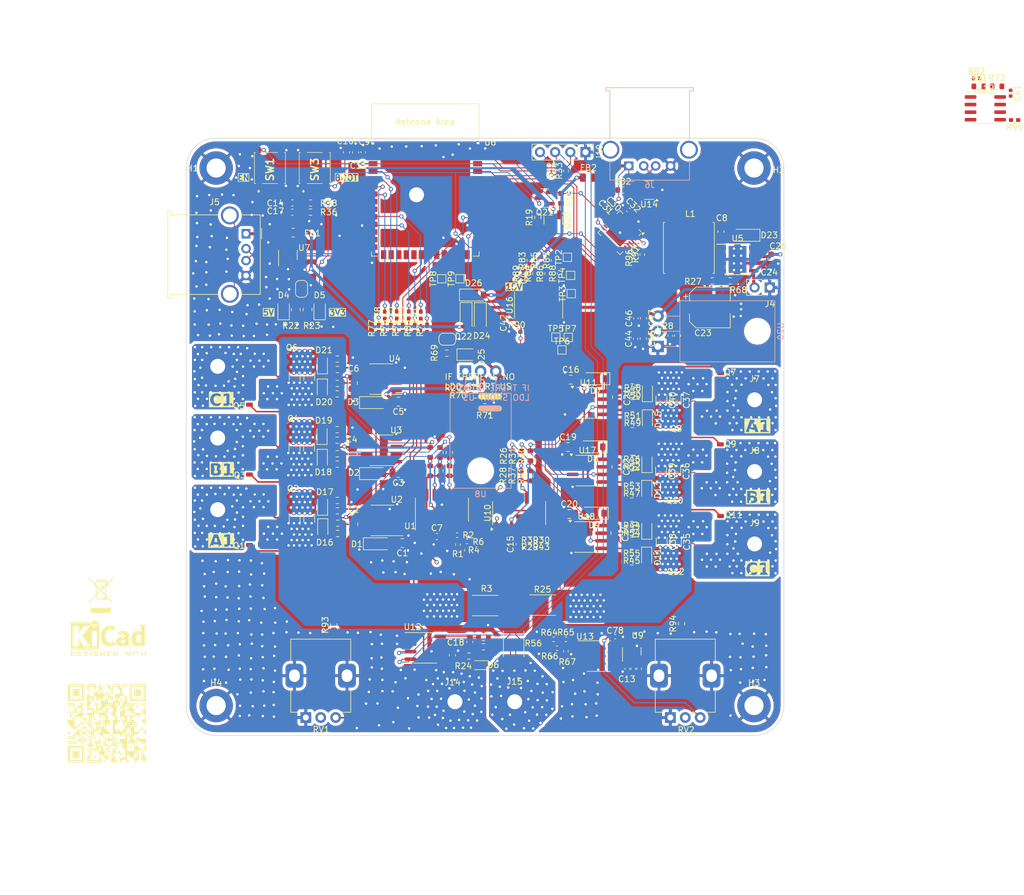
<source format=kicad_pcb>
(kicad_pcb (version 20240108) (generator "pcbnew") (generator_version "8.0")
  (layers (0 "F.Cu" signal) (1 "In1.Cu" power) (2 "In2.Cu" power) (31 "B.Cu" signal) (34 "B.Paste" user) (35 "F.Paste" user) (36 "B.SilkS" user "B.Silkscreen") (37 "F.SilkS" user "F.Silkscreen") (38 "B.Mask" user) (39 "F.Mask" user) (44 "Edge.Cuts" user))
  (net 0 "")
  (net 1 "GND")
  (net 2 "+15V")
  (net 3 "/ESC_V1/HB1")
  (net 4 "/ESC_V1/A1")
  (net 5 "/ESC_V1/HB2")
  (net 6 "/ESC_V1/B1")
  (net 7 "/ESC_V1/HB3")
  (net 8 "/ESC_V1/C1")
  (net 9 "+3V3")
  (net 10 "unconnected-(J5-Shield-Pad5)")
  (net 11 "/MCU/2V5_RAW")
  (net 12 "/MCU/ESP_EN")
  (net 13 "/MCU/ESP_BOOT")
  (net 14 "/ESC_V2/HB1")
  (net 15 "/ESC_V2/A1")
  (net 16 "/ESC_V2/HB2")
  (net 17 "/ESC_V2/B1")
  (net 18 "/ESC_V2/HB3")
  (net 19 "/ESC_V2/C1")
  (net 20 "Net-(U12-IN+)")
  (net 21 "Net-(U12-IN-)")
  (net 22 "Net-(D4-K)")
  (net 23 "+5V")
  (net 24 "Net-(D5-K)")
  (net 25 "Net-(D6-A)")
  (net 26 "VBUS")
  (net 27 "D+")
  (net 28 "D-")
  (net 29 "SCL")
  (net 30 "SDA")
  (net 31 "Net-(JP1-B)")
  (net 32 "/ESC_V2/ESC_VCC")
  (net 33 "/ESC_V1/gate_H1")
  (net 34 "/ESC_V1/gate_L1")
  (net 35 "/ESC_V1/gate_H2")
  (net 36 "/ESC_V1/gate_L2")
  (net 37 "/ESC_V1/gate_H3")
  (net 38 "/ESC_V1/gate_L3")
  (net 39 "/ESC_V2/gate_H1")
  (net 40 "/ESC_V2/gate_L1")
  (net 41 "/ESC_V2/gate_H2")
  (net 42 "/ESC_V2/gate_L2")
  (net 43 "/ESC_V2/gate_H3")
  (net 44 "/ESC_V2/gate_L3")
  (net 45 "/ESC_V1/HO1")
  (net 46 "/ESC_V1/LO1")
  (net 47 "/ESC_V1/HO2")
  (net 48 "Net-(U1D-+)")
  (net 49 "Net-(U1C-+)")
  (net 50 "Net-(U1B-+)")
  (net 51 "/ESC_V1/LO2")
  (net 52 "/ESC_V1/star2")
  (net 53 "/ESC_V1/HO3")
  (net 54 "/ESC_V1/LO3")
  (net 55 "+VDC")
  (net 56 "/ESC_V2/HO1")
  (net 57 "/ESC_V2/LO1")
  (net 58 "/ESC_V2/HO2")
  (net 59 "Net-(U10D-+)")
  (net 60 "Net-(U10C-+)")
  (net 61 "Net-(U10B-+)")
  (net 62 "/ESC_V2/LO2")
  (net 63 "/ESC_V2/star2")
  (net 64 "/ESC_V2/HO3")
  (net 65 "/ESC_V2/LO3")
  (net 66 "VDC")
  (net 67 "Net-(U1B--)")
  (net 68 "Net-(U1A-+)")
  (net 69 "current")
  (net 75 "Net-(U10B--)")
  (net 76 "Net-(U10A-+)")
  (net 77 "/MCU/RST")
  (net 78 "/MCU/DTR")
  (net 79 "Net-(Q20-B)")
  (net 80 "Net-(Q21-B)")
  (net 81 "/ESC_V1/ESC_VCC")
  (net 82 "Net-(D23-K)")
  (net 83 "Net-(U5-BOOT)")
  (net 84 "Net-(D22-K)")
  (net 85 "Net-(U5-VSENSE)")
  (net 88 "Net-(J4-Pin_2)")
  (net 89 "/MCU/RX")
  (net 90 "/MCU/TX")
  (net 91 "/MCU/GPIO_12")
  (net 92 "/MCU/GPIO_04")
  (net 93 "/MCU/GPIO_05")
  (net 94 "/MCU/GPIO_06")
  (net 95 "/MCU/GPIO_07")
  (net 96 "/MCU/GPIO_08")
  (net 97 "/MCU/GPIO_15")
  (net 98 "/MCU/GPIO_16")
  (net 99 "/MCU/GPIO_17")
  (net 100 "/MCU/GPIO_18")
  (net 101 "/MCU/GPIO_11")
  (net 102 "/MCU/GPIO_13")
  (net 103 "/MCU/GPIO_14")
  (net 104 "/MCU/GPIO_21")
  (net 105 "/MCU/GPIO_47")
  (net 106 "/MCU/GPIO_48")
  (net 107 "/MCU/GPIO_35")
  (net 108 "/MCU/GPIO_36")
  (net 109 "/MCU/GPIO_37")
  (net 110 "/MCU/GPIO_38")
  (net 111 "/MCU/GPIO_39")
  (net 112 "/MCU/GPIO_40")
  (net 113 "/MCU/GPIO_41")
  (net 114 "/MCU/GPIO_42")
  (net 115 "Net-(D10-K)")
  (net 116 "Net-(D14-K)")
  (net 117 "Net-(D15-K)")
  (net 118 "Net-(D16-K)")
  (net 119 "Net-(D17-K)")
  (net 120 "Net-(D18-K)")
  (net 121 "Net-(D19-K)")
  (net 122 "Net-(D20-K)")
  (net 123 "Net-(D21-K)")
  (net 124 "REF_2v5")
  (net 125 "Net-(U13A-+)")
  (net 126 "Net-(U13A--)")
  (net 127 "Net-(D25-K)")
  (net 128 "Net-(JP2-B)")
  (net 129 "VCC")
  (net 130 "Net-(U8-ADJ)")
  (net 131 "Net-(R20-Pad2)")
  (net 132 "Net-(R70-Pad1)")
  (net 133 "/MCU/Vusb_2")
  (net 134 "Net-(U15-VDD)")
  (net 135 "1V8")
  (net 136 "Net-(D11-K)")
  (net 137 "Net-(D12-K)")
  (net 138 "Net-(D13-K)")
  (net 139 "5v_2")
  (net 141 "D2+")
  (net 144 "D2-")
  (net 145 "Net-(U19A-+)")
  (net 146 "/ESC_V1/Phase_A_H")
  (net 147 "/ESC_V1/Phase_A_L")
  (net 148 "/ESC_V1/Phase_B_H")
  (net 149 "/ESC_V1/Phase_B_L")
  (net 150 "/ESC_V1/Phase_C_H")
  (net 151 "/ESC_V1/Phase_C_L")
  (net 152 "/ESC_V1/BEMC_Phase_A")
  (net 153 "/ESC_V1/BEMC_Phase_B")
  (net 154 "/ESC_V1/BEMC_Phase_C")
  (net 155 "Net-(U15-~{RST})")
  (net 156 "Net-(U16-B1)")
  (net 157 "Net-(U16-B2)")
  (net 158 "Net-(U16-B3)")
  (net 159 "Net-(U16-B4)")
  (net 160 "Net-(U16-B5)")
  (net 161 "Net-(U16-B6)")
  (net 162 "Net-(R88-Pad2)")
  (net 163 "Net-(U16-~{OE})")
  (net 164 "Net-(U16-DIR)")
  (net 165 "Net-(R91-Pad1)")
  (net 166 "Net-(R93-Pad1)")
  (net 167 "Net-(R94-Pad1)")
  (net 168 "Net-(U19B-+)")
  (net 169 "Net-(U16-B7)")
  (net 170 "Net-(U16-B8)")
  (net 171 "Net-(U16-A6)")
  (net 172 "Net-(U16-A7)")
  (net 173 "Net-(U16-A8)")
  (net 174 "/ESC_V2/Phase_C_L")
  (net 194 "/ESC_V2/Phase_A_H")
  (net 195 "/ESC_V2/Phase_B_L")
  (net 196 "/ESC_V2/Phase_B_H")
  (net 197 "Net-(U19B--)")
  (net 198 "/MCU/RX_in")
  (net 199 "/MCU/TX_in")
  (net 200 "/ESC_V2/Phase_C_H")
  (footprint "MountingHole:MountingHole_2.5mm_Pad_TopBottom" (layer "F.Cu") (at 145.1004 117.9348)
    (property "Reference" "J9")
    (property "Value" "A")
  )
  (footprint "Package_SO:TSSOP-24_4.4x7.8mm_P0.65mm" (layer "F.Cu") (at 108.9534 77.9656 90)
    (property "Reference" "U16")
    (property "Value" "SN74AVC8T245PW")
  )
  (footprint "Capacitor_SMD:C_0805_2012Metric" (layer "F.Cu") (at 86.15 117.8 180)
    (property "Reference" "C1")
    (property "Value" "10u@50V")
  )
  (footprint "Capacitor_SMD:C_0805_2012Metric" (layer "F.Cu") (at 85.4838 94.12 180)
    (property "Reference" "C5")
    (property "Value" "10u@50V")
  )
  (footprint "Resistor_SMD:R_0603_1608Metric" (layer "F.Cu") (at 141.0256 73.8872)
    (property "Reference" "R68")
    (property "Value" "6.2k")
  )
  (footprint "Capacitor_SMD:C_0402_1005Metric" (layer "F.Cu") (at 79.6 52.34 -90)
    (property "Reference" "C9")
    (property "Value" "1u")
  )
  (footprint "Resistor_SMD:R_0603_1608Metric" (layer "F.Cu") (at 123.025 58.687)
    (property "Reference" "R82")
    (property "Value" "10k")
  )
  (footprint "Capacitor_SMD:C_0402_1005Metric" (layer "F.Cu") (at 125.2458 80.1884 90)
    (property "Reference" "C46")
    (property "Value" "1u")
  )
  (footprint "Capacitor_SMD:C_0603_1608Metric" (layer "F.Cu") (at 91.9354 116.7006)
    (property "Reference" "C7")
    (property "Value" "100n")
  )
  (footprint "Package_TO_SOT_SMD:SOT-23" (layer "F.Cu") (at 111.4135 63.7695 -90)
    (property "Reference" "Q20")
    (property "Value" "MMBT5551L")
  )
  (footprint "LED_SMD:LED_0805_2012Metric" (layer "F.Cu") (at 96.968 86.2452)
    (property "Reference" "D25")
    (property "Value" "green")
  )
  (footprint "Capacitor_SMD:C_0805_2012Metric" (layer "F.Cu") (at 77.97 114.64 90)
    (property "Reference" "C2")
    (property "Value" "10u")
  )
  (footprint "Resistor_SMD:R_0402_1005Metric" (layer "F.Cu") (at 113.53 135.89 90)
    (property "Reference" "R67")
    (property "Value" "75k")
  )
  (footprint "Resistor_SMD:R_0402_1005Metric" (layer "F.Cu") (at 113.5458 55.4804 90)
    (property "Reference" "R33")
    (property "Value" "5k1")
  )
  (footprint "Resistor_SMD:R_0402_1005Metric_Pad0.72x0.64mm_HandSolder" (layer "F.Cu") (at 110.3758 72.6921 90)
    (property "Reference" "R86")
    (property "Value" "0")
  )
  (footprint "Resistor_SMD:R_0603_1608Metric" (layer "F.Cu") (at 124.5236 120.9424)
    (property "Reference" "R55")
    (property "Value" "56")
  )
  (footprint "MountingHole:MountingHole_2.5mm_Pad_TopBottom" (layer "F.Cu") (at 145.1004 93.8048)
    (property "Reference" "J7")
    (property "Value" "C")
  )
  (footprint "Resistor_SMD:R_0402_1005Metric" (layer "F.Cu") (at 112.098 55.4804 90)
    (property "Reference" "R32")
    (property "Value" "5k1")
  )
  (footprint "Resistor_SMD:R_0402_1005Metric_Pad0.72x0.64mm_HandSolder" (layer "F.Cu") (at 85.2298 79.6166 90)
    (property "Reference" "R75")
    (property "Value" "0")
  )
  (footprint "Resistor_SMD:R_0402_1005Metric_Pad0.72x0.64mm_HandSolder" (layer "F.Cu") (at 83.2232 79.642 90)
    (property "Reference" "R78")
    (property "Value" "0")
  )
  (footprint "Diode_SMD:D_SOD-123" (layer "F.Cu") (at 118.0466 101.6892 180)
    (property "Reference" "D8")
    (property "Value" "B5819W_SL")
  )
  (footprint "Resistor_SMD:R_0603_1608Metric" (layer "F.Cu") (at 108.8227 63.2846 90)
    (property "Reference" "R19")
    (property "Value" "10k")
  )
  (footprint "Capacitor_SMD:C_0402_1005Metric" (layer "F.Cu") (at 105.3466 73.0126 -90)
    (property "Reference" "C43")
    (property "Value" "1u")
  )
  (footprint "Capacitor_SMD:C_0603_1608Metric" (layer "F.Cu") (at 126.495 80.15 -90)
    (property "Reference" "C47")
    (property "Value" "10u")
  )
  (footprint "Resistor_SMD:R_0603_1608Metric" (layer "F.Cu") (at 75.28 110.66 180)
    (property "Reference" "R5" (hide yes))
    (property "Value" "56")
  )
  (footprint "Capacitor_SMD:C_0805_2012Metric" (layer "F.Cu") (at 85.4584 106.0326 180)
    (property "Reference" "C3")
    (property "Value" "10u@50V")
  )
  (footprint "Resistor_SMD:R_0402_1005Metric_Pad0.72x0.64mm_HandSolder" (layer "F.Cu") (at 86.2292 81.8131 90)
    (property "Reference" "R74")
    (property "Value" "0")
  )
  (footprint "Package_SO:SOIC-8_3.9x4.9mm_P1.27mm" (layer "F.Cu") (at 117.1322 105.6658)
    (property "Reference" "U17")
    (property "Value" "LM5109BMA")
  )
  (footprint "Capacitor_SMD:C_0603_1608Metric" (layer "F.Cu") (at 78.34 52.38 90)
    (property "Reference" "C11")
    (property "Value" "10u")
  )
  (footprint "Resistor_SMD:R_0603_1608Metric" (layer "F.Cu") (at 75.29 112.39)
    (property "Reference" "R59" (hide yes))
    (property "Value" "56")
  )
  (footprint "Capacitor_SMD:C_1206_3216Metric" (layer "F.Cu") (at 131.915 117.5896 -90)
    (property "Reference" "C35")
    (property "Value" "10u")
  )
  (footprint "Capacitor_SMD:C_0603_1608Metric" (layer "F.Cu") (at 132.2198 83.071 -90)
    (property "Reference" "C28")
    (property "Value" "10u")
  )
  (footprint "Package_TO_SOT_SMD:SOT-23" (layer "F.Cu") (at 124.55 135.9325 90)
    (property "Reference" "U9")
    (property "Value" "CJ431")
  )
  (footprint "Capacitor_SMD:C_0402_1005Metric" (layer "F.Cu") (at 123.78 138.84 90)
    (property "Reference" "C13")
    (property "Value" "1u")
  )
  (footprint "Capacitor_SMD:C_0805_2012Metric" (layer "F.Cu") (at 114.0842 112.9414)
    (property "Reference" "C20")
    (property "Value" "10u@50V")
  )
  (footprint "Resistor_SMD:R_0402_1005Metric" (layer "F.Cu") (at 107.4802 117.2848 180)
    (property "Reference" "R29")
    (property "Value" "1k")
  )
  (footprint "Resistor_SMD:R_0603_1608Metric" (layer "F.Cu") (at 107.5818 103.1756 90)
    (property "Reference" "R40")
    (property "Value" "75k")
  )
  (footprint "Package_SO:SOIC-14_3.9x8.7mm_P1.27mm" (layer "F.Cu") (at 105.7022 112.7636 90)
    (property "Reference" "U10")
    (property "Value" "LM324")
  )
  (footprint "MountingHole:MountingHole_3.2mm_M3_DIN965_Pad_TopBottom" (layer "F.Cu") (at 145 145)
    (property "Reference" "H3")
    (property "Value" "hole")
  )
  (footprint "Capacitor_SMD:C_0402_1005Metric" (layer "F.Cu") (at 104.2544 80.9374 90)
    (property "Reference" "C42")
    (property "Value" "1u")
  )
  (footprint "Capacitor_SMD:C_0603_1608Metric" (layer "F.Cu") (at 102.2536 92.7232 -90)
    (property "Reference" "C29" (hide yes))
    (property "Value" "10u")
  )
  (footprint "Resistor_SMD:R_0402_1005Metric_Pad0.72x0.64mm_HandSolder" (layer "F.Cu") (at 188.6078 46.9664 180)
    (property "Reference" "R95")
    (property "Value" "0")
  )
  (footprint "Resistor_SMD:R_0402_1005Metric_Pad0.72x0.64mm_HandSolder" (layer "F.Cu") (at 108.3516 72.6921 90)
    (property "Reference" "R84")
    (property "Value" "0")
  )
  (footprint "Symbol:KiCad-Logo2_5mm_SilkScreen" (layer "F.Cu") (at 36.9698 133.6678)
    (property "Reference" "FID2" (hide yes))
    (property "Value" "Fiducial" (hide yes))
  )
  (footprint "Resistor_SMD:R_0402_1005Metric_Pad0.72x0.64mm_HandSolder" (layer "F.Cu") (at 112.484 72.6667 90)
    (property "Reference" "R88")
    (property "Value" "0")
  )
  (footprint "LED_SMD:LED_0603_1608Metric" (layer "F.Cu") (at 99.05 138.23 180)
    (property "Reference" "D6")
    (property "Value" "red")
  )
  (footprint "Capacitor_SMD:C_0603_1608Metric" (layer "F.Cu") (at 147.8656 70.2122 -90)
    (property "Reference" "C26")
    (property "Value" "10u")
  )
  (footprint "Z_mycustom_footprint_lib:DFN-8_(5x6)" (layer "F.Cu") (at 139.240821 96.739 -90)
    (property "Reference" "Q8")
    (property "Value" "HYG025N06LS1C2")
  )
  (footprint "TestPoint:TestPoint_Pad_1.0x1.0mm" (layer "F.Cu") (at 111.849 83.325)
    (property "Reference" "TP5")
    (property "Value" "TestPoint")
  )
  (footprint "Jumper:SolderJumper-2_P1.3mm_Bridged_RoundedPad1.0x1.5mm" (layer "F.Cu") (at 69.29 75.23 -90)
    (property "Reference" "JP1" (hide yes))
    (property "Value" "Jumper_2_Bridged")
  )
  (footprint "Resistor_SMD:R_0603_1608Metric" (layer "F.Cu") (at 112.7089 60.0842 -90)
    (property "Reference" "R18")
    (property "Value" "10k")
  )
  (footprint "Resistor_SMD:R_0402_1005Metric_Pad0.72x0.64mm_HandSolder" (layer "F.Cu") (at 90.2844 81.8264 90)
    (property "Reference" "R79")
    (property "Value" "0")
  )
  (footprint "Resistor_SMD:R_0603_1608Metric" (layer "F.Cu") (at 74.6888 131.522 90)
    (property "Reference" "R93")
    (property "Value" "10k")
  )
  (footprint "Z_mycustom_footprint_lib:DFN-8_(5x6)" (layer "F.Cu") (at 60.798621 87.205 90)
    (property "Reference" "Q6")
    (property "Value" "HYG025N06LS1C2")
  )
  (footprint "Resistor_SMD:R_0402_1005Metric_Pad0.72x0.64mm_HandSolder" (layer "F.Cu") (at 105.3079 82.436)
    (property "Reference" "R90")
    (property "Value" "0")
  )
  (footprint "Capacitor_SMD:C_0805_2012Metric" (layer "F.Cu") (at 122.074 93.3468 -90)
    (property "Reference" "C21")
    (property "Value" "10u")
  )
  (footprint "Diode_SMD:D_SOD-323" (layer "F.Cu") (at 72.76 103.71 -90)
    (property "Reference" "D18")
    (property "Value" "1N5819WS")
  )
  (footprint "Resistor_SMD:R_0603_1608Metric" (layer "F.Cu") (at 75.34 114.47 180)
    (property "Reference" "R42" (hide yes))
    (property "Value" "56")
  )
  (footprint "Resistor_SMD:R_0603_1608Metric" (layer "F.Cu") (at 138.0006 73.8972 180)
    (property "Reference" "R27")
    (property "Value" "10K")
  )
  (footprint "Diode_SMD:D_SOD-123" (layer "F.Cu") (at 118.2498 112.789 180)
    (property "Reference" "D9")
    (property "Value" "B5819W_SL")
  )
  (footprint "Resistor_SMD:R_0805_2012Metric" (layer "F.Cu") (at 68.32 78.715 90)
    (property "Reference" "R22")
    (property "Value" "1k")
  )
  (footprint "Diode_SMD:D_SOD-323" (layer "F.Cu") (at 72.72 99.68 90)
    (property "Reference" "D19")
    (property "Value" "1N5819WS")
  )
  (footprint "Package_SO:SOIC-8_3.9x4.9mm_P1.27mm" (layer "F.Cu") (at 117.31 94.3374)
    (property "Reference" "U11")
    (property "Value" "LM5109BMA")
  )
  (footprint "Z_mycustom_footprint_lib:DFN-8_(5x6)" (layer "F.Cu") (at 66.018621 116.205 -90)
    (property "Reference" "Q1")
    (property "Value" "HYG025N06LS1C2")
  )
  (footprint "Resistor_SMD:R_0603_1608Metric" (layer "F.Cu") (at 75.255 100.57)
    (property "Reference" "R61" (hide yes))
    (property "Value" "56")
  )
  (footprint "Resistor_SMD:R_0603_1608Metric" (layer "F.Cu") (at 75.265 102.84 180)
    (property "Reference" "R7" (hide yes))
    (property "Value" "56")
  )
  (footprint "Diode_SMD:D_SOD-323" (layer "F.Cu") (at 72.77 87.86 90)
    (property "Reference" "D21")
    (property "Value" "1N5819WS")
  )
  (footprint "Z_mycustom_footprint_lib:DFN-8_(5x6)" (layer "F.Cu") (at 66.018621 92.705 -90)
    (property "Reference" "Q5")
    (property "Value" "HYG025N06LS1C2")
  )
  (footprint "Connector_PinHeader_2.54mm:PinHeader_1x02_P2.54mm_Vertical" (layer "F.Cu") (at 147.6356 74.9972 -90)
    (property "Reference" "J4")
    (property "Value" "Conn_01x02")
  )
  (footprint "Resistor_SMD:R_0402_1005Metric_Pad0.72x0.64mm_HandSolder" (layer "F.Cu") (at 82.216 81.8385 90)
    (property "Reference" "R77")
    (property "Value" "0")
  )
  (footprint "Diode_SMD:D_SOD-123" (layer "F.Cu") (at 81.3436 94.2724)
    (property "Reference" "D3")
    (property "Value" "B5819W_SL")
  )
  (footprint "Capacitor_SMD:C_1206_3216Metric" (layer "F.Cu") (at 129.4512 105.7786 -90)
    (property "Reference" "C39")
    (property "Value" "10u")
  )
  (footprint "Resistor_SMD:R_0402_1005Metric" (layer "F.Cu") (at 182.2324 40.0068)
    (property "Reference" "R92")
    (property "Value" "2k")
  )
  (footprint "Resistor_SMD:R_0402_1005Metric" (layer "F.Cu") (at 109.4106 118.4786)
    (property "Reference" "R30")
    (property "Value" "1k")
  )
  (footprint "Capacitor_SMD:C_0805_2012Metric" (layer "F.Cu") (at 114.3382 90.437)
    (property "Reference" "C16")
    (property "Value" "10u@50V")
  )
  (footprint "Z_mycustom_footprint_lib:DFN-8_(5x6)" (layer "F.Cu") (at 60.798621 110.705 90)
    (property "Reference" "Q2")
    (property "Value" "HYG025N06LS1C2")
  )
  (footprint "Resistor_SMD:R_0402_1005Metric_Pad0.72x0.64mm_HandSolder" (layer "F.Cu") (at 106.388 72.6921 90)
    (property "Reference" "R89")
    (property "Value" "0")
  )
  (footprint "Resistor_SMD:R_2512_6332Metric" (layer "F.Cu") (at 109.6138 128.1814)
    (property "Reference" "R25")
    (property "Value" "1m")
  )
  (footprint "Resistor_SMD:R_0402_1005Metric" (layer "F.Cu") (at 96.96 117.51 180)
    (property "Reference" "R6")
    (property "Value" "75k")
  )
  (footprint "Potentiometer_THT:Potentiometer_Alps_RK09K_Single_Vertical" (layer "F.Cu") (at 131 147 90)
    (property "Reference" "RV2")
    (property "Value" "R_Potentiometer_MountingPin")
  )
  (footprint "Resistor_SMD:R_0805_2012Metric" (layer "F.Cu") (at 117.2846 56.6042)
    (property "Reference" "FB2")
    (property "Value" "FerriteBead_Small")
  )
  (footprint "MountingHole:MountingHole_3.2mm_M3_DIN965_Pad_TopBottom" (layer "F.Cu") (at 145 55)
    (property "Reference" "H2")
    (property "Value" "hole")
  )
  (footprint "Resistor_SMD:R_0603_1608Metric" (layer "F.Cu") (at 75.28 91.07 180)
    (property "Reference" "R12" (hide yes))
    (property "Value" "56")
  )
  (footprint "Diode_SMD:D_SOD-123" (layer "F.Cu") (at 143.6256 66.2572 180)
    (property "Reference" "D23")
    (property "Value" "B5819W_SL")
  )
  (footprint "Resistor_SMD:R_0603_1608Metric" (layer "F.Cu") (at 70.79 62.39 180)
    (property "Reference" "R36")
    (property "Value" "10k")
  )
  (footprint "Resistor_SMD:R_0603_1608Metric" (layer "F.Cu") (at 124.549 116.2942)
    (property "Reference" "R44")
    (property "Value" "56")
  )
  (footprint "Capacitor_SMD:C_1206_3216Metric" (layer "F.Cu") (at 129.502 93.8678 -90)
    (property "Reference" "C40")
    (property "Value" "10u")
  )
  (footprint "Diode_SMD:D_SOD-323" (layer "F.Cu") (at 127.089 104.3816 90)
    (property "Reference" "D12")
    (property "Value" "1N5819WS")
  )
  (footprint "Resistor_SMD:R_0603_1608Metric" (layer "F.Cu") (at 124.5236 119.3168 180)
    (property "Reference" "R45")
    (property "Value" "56")
  )
  (footprint "Resistor_SMD:R_0603_1608Metric" (layer "F.Cu") (at 124.549 114.6686 180)
    (property "Reference" "R54")
    (property "Value" "56")
  )
  (footprint "Capacitor_SMD:CP_Elec_6.3x5.4" (layer "F.Cu") (at 137.6156 78.3472)
    (property "Reference" "C23")
    (property "Value" "100u")
  )
  (footprint "Resistor_SMD:R_2512_6332Metric" (layer "F.Cu") (at 100 128.26 180)
    (property "Reference" "R3")
    (property "Value" "1m")
  )
  (footprint "Capacitor_SMD:C_1206_3216Metric" (layer "F.Cu") (at 129.5528 117.615 -90)
    (property "Reference" "C38")
    (property "Value" "10u")
  )
  (footprint "Resistor_SMD:R_0603_1608Metric" (layer "F.Cu") (at 75.25 98.82 180)
    (property "Reference" "R8" (hide yes))
    (property "Value" "56")
  )
  (footprint "Diode_SMD:D_SOD-323" (layer "F.Cu") (at 127.0636 115.5322 90)
    (property "Reference" "D10")
    (property "Value" "1N5819WS")
  )
  (footprint "Connector_USB:USB_A_Molex_67643_Horizontal" (layer "F.Cu") (at 60 66 -90)
    (property "Reference" "J5")
    (property "Value" "USB_A")
  )
  (footprint "Z_mycustom_footprint_lib:DFN-8_(5x6)" (layer "F.Cu") (at 133.970821 91.239 90)
    (property "Reference" "Q7")
    (property "Value" "HYG025N06LS1C2")
  )
  (footprint "Package_SO:TI_SO-PowerPAD-8_ThermalVias" (layer "F.Cu") (at 142.2456 70.2822)
    (property "Reference" "U5")
    (property "Value" "TPS5430DDA")
  )
  (footprint "TestPoint:TestPoint_Pad_1.0x1.0mm" (layer "F.Cu") (at 92.7462 73.546 90)
    (property "Reference" "TP8")
    (property "Value" "TestPoint")
  )
  (footprint "Resistor_SMD:R_0603_1608Metric" (layer "F.Cu") (at 124.6648 96.279 180)
    (property "Reference" "R49")
    (property "Value" "56")
  )
  (footprint "Resistor_SMD:R_0603_1608Metric" (layer "F.Cu") (at 132.8802 131.2802 90)
    (property "Reference" "R94")
    (property "Value" "10k")
  )
  (footprint "Diode_SMD:D_SOD-323" (layer "F.Cu") (at 127.0598 108.9112 -90)
    (property "Reference" "D13")
    (property "Value" "1N5819WS")
  )
  (footprint "Resistor_SMD:R_0402_1005Metric" (layer "F.Cu") (at 96.95 118.98 -90)
    (property "Reference" "R4")
    (property "Value" "1k")
  )
  (footprint "Resistor_SMD:R_0402_1005Metric_Pad0.72x0.64mm_HandSolder" (layer "F.Cu") (at 87.2364 79.6166 90)
    (property "Reference" "R73")
    (property "Value" "0")
  )
  (footprint "Resistor_SMD:R_0603_1608Metric" (layer "F.Cu") (at 75.28 86.99 180)
    (property "Reference" "R16" (hide yes))
    (property "Value" "56")
  )
  (footprint "Capacitor_SMD:C_0402_1005Metric" (layer "F.Cu") (at 130.9798 83.086 90)
    (property "Reference" "C27")
    (property "Value" "1u")
  )
  (footprint "Resistor_SMD:R_0402_1005Metric_Pad0.72x0.64mm_HandSolder" (layer "F.Cu") (at 126.3016 69.482 90)
    (property "Reference" "R97")
    (property "Value" "0")
  )
  (footprint "Diode_SMD:D_SOD-323" (layer "F.Cu") (at 127.154 97.0918 -90)
    (property "Reference" "D15")
    (property "Value" "1N5819WS")
  )
  (footprint "SamacSys_Parts:PTS526SK15SMTR2LFS" (layer "F.Cu") (at 64 55 90)
    (property "Reference" "SW1")
    (property "Value" "MCU_RESET" (hide yes))
  )
  (footprint "Capacitor_SMD:C_0805_2012Metric" (layer "F.Cu") (at 77.88 91.02 90)
    (property "Reference" "C6")
    (property "Value" "10u")
  )
  (footprint "Resistor_SMD:R_0603_1608Metric" (layer "F.Cu") (at 124.6648 93.2452)
    (property "Reference" "R48")
    (property "Value" "56")
  )
  (footprint "Resistor_SMD:R_0402_1005Metric" (layer "F.Cu") (at 111.48 133.9)
    (property "Reference" "R64")
    (property "Value" "1k")
  )
  (footprint "Capacitor_SMD:C_0402_1005Metric" (layer "F.Cu") (at 121.77 133.48 180)
    (property "Reference" "C78")
    (property "Value" "1u")
  )
  (footprint "Package_SO:SOIC-8_3.9x4.9mm_P1.27mm" (layer "F.Cu") (at 82.674975 102.26 180)
    (property "Reference" "U3")
    (property "Value" "LM5109BMA")
  )
  (footprint "Resistor_SMD:R_0402_1005Metric" (layer "F.Cu") (at 112.05 135.4)
    (property "Reference" "R66")
    (property "Value" "1k")
  )
  (footprint "Capacitor_SMD:C_0805_2012Metric" (layer "F.Cu") (at 77.84 102.87 90)
    (property "Reference" "C4")
    (property "Value" "10u")
  )
  (footprint "Resistor_SMD:R_0402_1005Metric_Pad0.72x0.64mm_HandSolder" (layer "F.Cu") (at 109.4282 70.4569 90)
    (property "Reference" "R85")
    (property "Value" "0")
  )
  (footprint "Z_mycustom_footprint_lib:DFN-8_(5x6)" (layer "F.Cu") (at 66.018621 104.405 -90)
    (property "Reference" "Q3")
    (property "Value" "HYG025N06LS1C2")
  )
  (footprint "Capacitor_SMD:C_0603_1608Metric" (layer "F.Cu") (at 100.7036 92.7232 -90)
    (property "Reference" "C12" (hide yes))
    (property "Value" "10u")
  )
  (footprint "Capacitor_SMD:C_0402_1005Metric" (layer "F.Cu") (at 187.9474 42.4706 -90)
    (property "Reference" "C41")
    (property "Value" "1u")
  )
  (footprint "Diode_SMD:D_SOD-323" (layer "F.Cu") (at 127.154 92.5086 90)
    (property "Reference" "D14")
    (property "Value" "1N5819WS")
  )
  (footprint "LOGO" (layer "F.Cu") (at 36.744149 148.021749)
    (property "Reference" "G***" (hide yes))
    (property "Value" "LOGO" (hide yes))
  )
  (footprint "LED_SMD:LED_0805_2012Metric" (layer "F.Cu") (at 66.285 78.7225 90)
    (property "Reference" "D4")
    (property "Value" "green")
  )
  (footprint "SamacSys_Parts:PTS526SK15SMTR2LFS" (layer "F.Cu") (at 71.5 55 90)
    (property "Reference" "SW3")
    (property "Value" "MCU_RESET" (hide yes))
  )
  (footprint "LED_SMD:LED_0805_2012Metric" (layer "F.Cu") (at 72.31 78.7125 90)
    (property "Reference" "D5")
    (property "Value" "green")
  )
  (footprint "Diode_SMD:D_SOD-323" (layer "F.Cu") (at 72.77 91.93 -90)
    (property "Reference" "D20")
    (property "Value" "1N5819WS")
  )
  (footprint "Diode_SMD:D_SOD-123" (layer "F.Cu") (at 81.99 117.92)
    (property "Reference" "D1")
    (property "Value" "B5819W_SL")
  )
  (footprint "Resistor_SMD:R_0402_1005Metric" (layer "F.Cu") (at 113.52 133.9)
    (property "Reference" "R65")
    (property "Value" "75k")
  )
  (footprint "Package_SO:SOIC-8_3.9x4.9mm_P1.27mm" (layer "F.Cu") (at 82.635 90.345 180)
    (property "Reference" "U4")
    (property "Value" "LM5109BMA")
  )
  (footprint "Capacitor_SMD:C_0402_1005Metric" (layer "F.Cu") (at 123.9648 62.0144 -45)
    (property "Reference" "C32")
    (property "Value" "1u")
  )
  (footprint "Resistor_SMD:R_0603_1608Metric" (layer "F.Cu") (at 107.5056 106.5284 90)
    (property "Reference" "R41")
    (property "Value" "10K")
  )
  (footprint "Resistor_SMD:R_0603_1608Metric" (layer "F.Cu") (at 124.5452 108.073 180)
    (property "Reference" "R47")
    (property "Value" "56")
  )
  (footprint "Resistor_SMD:R_0603_1608Metric" (layer "F.Cu") (at 104.5338 103.201 90)
    (property "Reference" "R26")
    (property "Value" "75k")
  )
  (footprint "Capacitor_SMD:C_1206_3216Metric" (layer "F.Cu") (at 131.8642 93.8424 -90)
    (property "Reference" "C37")
    (property "Value" "10u")
  )
  (footprint "Capacitor_SMD:C_1206_3216Metric" (layer "F.Cu") (at 70.55 101.7 90)
    (property "Reference" "C75" (hide yes))
    (property "Value" "10u")
  )
  (footprint "Capacitor_SMD:C_1206_3216Metric" (layer "F.Cu") (at 131.8134 105.7532 -90)
    (property "Reference" "C36")
    (property "Value" "10u")
  )
  (footprint "Capacitor_SMD:C_0603_1608Metric" (layer "F.Cu") (at 97.45 134.35 -90)
    (property "Reference" "C25" (hide yes))
    (property "Value" "100n")
  )
  (footprint "Resistor_SMD:R_0603_1608Metric" (layer "F.Cu") (at 75.29 88.73)
    (property "Reference" "R63" (hide yes))
    (property "Value" "56")
  )
  (footprint "Z_mycustom_footprint_lib:DFN-8_(5x6)" (layer "F.Cu") (at 139.2222 120.674 -90)
    (property "Reference" "Q12")
    (property "Value" "HYG025N06LS1C2")
  )
  (footprint "Capacitor_SMD:C_0402_1005Metric" (layer "F.Cu") (at 120.7136 61.8112 -45)
    (property "Reference" "C30")
    (property "Value" "1u")
  )
  (footprint "Capacitor_SMD:C_0402_1005Metric" (layer "F.Cu") (at 146.5856 70.2972 90)
    (property "Reference" "C24")
    (property "Value" "1u")
  )
  (footprint "Resistor_SMD:R_0603_1608Metric" (layer "F.Cu") (at 70.79 60.87)
    (property "Reference" "R38")
    (property "Value" "10k")
  )
  (footprint "Potentiometer_THT:Potentiometer_Alps_RK09K_Single_Vertical" (layer "F.Cu") (at 70 147 90)
    (property "Reference" "RV1")
    (property "Value" "R_Potentiometer_MountingPin")
  )
  (footprint "Connector_PinHeader_2.54mm:PinHeader_1x04_P2.54mm_Vertical" (layer "F.Cu") (at 116.802 52.337 -90)
    (property "Reference" "J10")
    (property "Value" "Conn_01x04")
  )
  (footprint "MountingHole:MountingHole_3.2mm_M3_DIN965_Pad_TopBottom" (layer "F.Cu") (at 55 55)
    (property "Reference" "H1")
    (property "Value" "hole")
  )
  (footprint "MountingHole:MountingHole_2.5mm_Pad_TopBottom" (layer "F.Cu") (at 55.258621 112.205 180)
    (property "Reference" "J1" (hide yes))
    (property "Value" "A")
  )
  (footprint "MountingHole:MountingHole_2.5mm_Pad_TopBottom" (layer "F.Cu") (at 145.1004 105.819)
    (property "Reference" "J8")
    (property "Value" "B")
  )
  (footprint "Z_mycustom_footprint_lib:DFN-8_(5x6)" (layer "F.Cu") (at 133.9222 103.184 90)
    (property "Reference" "Q9")
    (property "Value" "HYG025N06LS1C2")
  )
  (footprint "TestPoint:TestPoint_Pad_1.0x1.0mm" (layer "F.Cu") (at 112.865 85.4586)
    (property "Reference" "TP6")
    (property "Value" "TestPoint")
  )
  (footprint "Resistor_SMD:R_0603_1608Metric" (layer "F.Cu") (at 99.9636 94.9832 180)
    (property "Reference" "R71")
    (property "Value" "10k")
  )
  (footprint "TestPoint:TestPoint_Pad_1.0x1.0mm" (layer "F.Cu") (at 114.4144 76.0352 90)
    (property "Reference" "TP3")
    (property "Value" "TestPoint")
  )
  (footprint "Resistor_SMD:R_0603_1608Metric" (layer "F.Cu") (at 185.6492 41.3276)
    (property "Reference" "R72")
    (property "Value" "10k")
  )
  (footprint "Resistor_SMD:R_0603_1608Metric" (layer "F.Cu") (at 124.6648 91.645 180)
    (property "Reference" "R50")
    (property "Value" "56")
  )
  (footprint "Diode_SMD:D_SOD-123" (layer "F.Cu") (at 81.3436 106.1596)
    (property "Reference" "D2")
    (property "Value" "B5819W_SL")
  )
  (footprint "Resistor_SMD:R_0603_1608Metric" (layer "F.Cu") (at 93.593 86.0052)
    (property "Reference" "R69")
    (property "Value" "10K")
  )
  (footprint "Resistor_SMD:R_0603_1608Metric" (layer "F.Cu") (at 182.6134 41.3276)
    (property "Reference" "R91")
    (property "Value" "10k")
  )
  (footprint "Package_SO:SOIC-8_3.9x4.9mm_P1.27mm" (layer "F.Cu") (at 90.01 135.33)
    (property "Reference" "U12")
    (property "Value" "INA219AxD")
  )
  (footprint "Resistor_SMD:R_0402_1005Metric" (layer "F.Cu") (at 124.78 138.85 90)
    (property "Reference" "R35" (hide yes))
    (property "Value" "2k")
  )
  (footprint "Resistor_SMD:R_0805_2012Metric" (layer "F.Cu") (at 70.3 78.7125 90)
    (property "Reference" "R23")
    (property "Value" "1k")
  )
  (footprint "Package_SO:SOIC-8_3.9x4.9mm_P1.27mm" (layer "F.Cu") (at 82.815 114.005 180)
    (property "Reference" "U2")
    (property "Value" "LM5109BMA")
  )
  (footprint "Resistor_SMD:R_0603_1608Metric" (layer "F.Cu") (at 90.81 105.71 90)
    (property "Reference" "R15" (hide yes))
    (property "Value" "10K")
  )
  (footprint "Resistor_SMD:R_0402_1005Metric" (layer "F.Cu") (at 109.3862 117.284 180)
    (property "Reference" "R43")
    (property "Value" "75k")
  )
  (footprint "Capacitor_SMD:C_0603_1608Metric" (layer "F.Cu") (at 121.1962 60.5158 135)
    (property "Reference" "C31")
    (property "Value" "10u")
  )
  (footprint "Resistor_SMD:R_0603_1608Metric" (layer "F.Cu") (at 99.73 133.605 180)
    (property "Reference" "R57" (hide yes))
    (property "Value" "5R1")
  )
  (footprint "Resistor_SMD:R_0603_1608Metric" (layer "F.Cu") (at 98.3936 92.9932 180)
    (property "Reference" "R70")
    (property "Value" "10k")
  )
  (footprint "Z_mycustom_footprint_lib:DFN-8_(5x6)" (layer "F.Cu") (at 60.798621 98.905 90)
    (property "Reference" "Q4")
    (property "Value" "HYG025N06LS1C2")
  )
  (footprint "Package_TO_SOT_SMD:SOT-23" (layer "F.Cu") (at 109.9717 60.023 180)
    (property "Reference" "Q21")
    (property "Value" "MMBT5551L")
  )
  (footprint "MountingHole:MountingHole_2.5mm_Pad_TopBottom" (layer "F.Cu") (at 55.258621 100.205 180)
    (property "Reference" "J2" (hide yes))
    (property "Value" "B")
  )
  (footprint "Capacitor_SMD:C_0603_1608Metric" (layer "F.Cu") (at 67.75 60.85 180)
    (property "Reference" "C17")
    (property "Value" "100n")
  )
  (footprint "Resistor_SMD:R_0402_1005Metric" (layer "F.Cu") (at 98.9436 91.7232 180)
    (property "Reference" "R21" (hide yes))
    (property "Value" "2k")
  )
  (footprint "Resistor_SMD:R_0603_1608Metric" (layer "F.Cu") (at 124.5744 105.1944)
    (property "Reference" "R46")
    (property "Value" "56")
  )
  (footprint "Resistor_SMD:R_0402_1005Metric_Pad0.72x0.64mm_HandSolder" (layer "F.Cu") (at 84.2226 81.8131 90)
    (property "Reference" "R76")
    (property "Value" "0")
  )
  (footprint "Resistor_SMD:R_0603_1608Metric" (layer "F.Cu") (at 94.04 105.71 90)
    (property "Reference" "R14" (hide yes))
    (property "Value" "10K")
  )
  (footprint "Resistor_SMD:R_0603_1608Metric" (layer "F.Cu") (at 106.0324 103.201 90)
    (property "Reference" "R31")
    (property "Value" "75k")
  )
  (footprint "Resistor_SMD:R_0402_1005Metric" (layer "F.Cu") (at 95.47 118.06 -90)
    (property "Reference" "R1")
    (property "Value" "1k")
  )
  (footprint "Capacitor_SMD:C_1206_3216Metric" (layer "F.Cu") (at 68.14 89.845 90)
    (property "Reference" "C72" (hide yes))
    (property "Value" "10u")
  )
  (footprint "Capacitor_SMD:C_0603_1608Metric" (layer "F.Cu") (at 76.81 52.38 90)
    (property "Reference" "C10")
    (property "Value" "10u")
  )
  (footprint "Resistor_SMD:R_0603_1608Metric" (layer "F.Cu") (at 124.5452 109.724)
    (property "Reference" "R53")
    (property "Value" "56")
  )
  (footprint "Resistor_SMD:R_0603_1608Metric" (layer "F.Cu") (at 75.27 92.81)
    (property "Reference" "R62" (hide yes))
    (property "Value" "56")
  )
  (footprint "Capacitor_SMD:C_1206_3216Metric" (layer "F.Cu") (at 68.11 101.675 90)
    (property "Reference" "C74" (hide yes))
    (property "Value" "10u")
  )
  (footprint "Fiducial:Fiducial_0.5mm_Mask1mm" (layer "F.Cu") (at 59 51.5)
    (property "Reference" "FID1" (hide yes))
    (property "Value" "Fiducial")
  )
  (footprint "Package_TO_SOT_SMD:SOT-23-6" (layer "F.Cu") (at 67.01 69.56 90)
    (property "Reference" "U7")
    (property "Value" "SRV05-4")
  )
  (footprint "Resistor_SMD:R_0805_2012Metric" (layer "F.Cu") (at 67.9 65.82 180)
    (property "Reference" "FB1")
    (property "Value" "FerriteBead_Small")
  )
  (footprint "Package_SO:SOIC-14_3.9x8.7mm_P1.27mm" (layer "F.Cu") (at 92.775 112.19 90)
    (property "Reference" "U1")
    (property "Value" "LM324")
  )
  (footprint "Capacitor_SMD:C_0805_2012Metric" (layer "F.Cu") (at 121.8058 116.1164 -90)
    (property "Reference" "C34")
    (property "Value" "10u")
  )
  (footprint "Resistor_SMD:R_0603_1608Metric" (layer "F.Cu") (at 105.9724 106.503 90)
    (property "Reference" "R37")
    (property "Value" "10K")
  )
  (footprint "TestPoint:TestPoint_Pad_1.0x1.0mm" (layer "F.Cu") (at 114.3128 72.9715 90)
    (property "Reference" "TP4")
    (property "Value" "TestPoint")
  )
  (footprint "Resistor_SMD:R_0603_1608Metric" (layer "F.Cu") (at 124.5744 103.5942 180)
    (property "Reference" "R52")
    (property "Value" "56")
  )
  (footprint "Resistor_SMD:R_0402_1005Metric_Pad0.72x0.64mm_HandSolder" (layer "F.Cu") (at 107.404 70.4569 90)
    (property "Reference" "R83")
    (property "Value" "0")
  )
  (footprint "Capacitor_SMD:C_1206_3216Metric" (layer "F.Cu") (at 68.14 113.565 90)
    (property "Reference" "C76" (hide yes))
    (property "Value" "10u")
  )
  (footprint "Diode_SMD:D_SOD-123" (layer "F.Cu") (at 99.1998 79.896 -90)
    (property "Reference" "D24")
    (property "Value" "B5819W_SL")
  )
  (footprint "Capacitor_SMD:C_0805_2012Metric" (layer "F.Cu") (at 113.881 101.7146)
    (property "Reference" "C19")
    (property "Value" "10u@50V")
  )
  (footprint "Resistor_SMD:R_0603_1608Metric" (layer "F.Cu") (at 97.29 136.71)
    (property "Reference" "R24")
    (property "Value" "1k")
  )
  (footprint "TestPoint:TestPoint_Pad_1.0x1.0mm" (layer "F.Cu") (at 95.7962 73.546 90)
    (property "Reference" "TP9")
    (property "Value" "TestPoint")
  )
  (footprint "Diode_SMD:D_SOD-323" (layer "F.Cu") (at 72.8 111.52 90)
    (property "Reference" "D17")
    (property "Value" "1N5819WS")
  )
  (footprint "Resistor_SMD:R_0402_1005Metric" (layer "F.Cu") (at 97.0136 91.7232)
    (property "Reference" "R20")
    (property "Value" "470")
  )
  (footprint "Resistor_SMD:R_0402_1005Metric" (layer "F.Cu") (at 95.33 116.47 180)
    (property "Reference" "R2")
    (property "Value" "75k")
  )
  (footprint "Z_mycustom_footprint_lib:DFN-8_(5x6)" (layer "F.Cu") (at 133.9522 115.174 90)
    (property "Reference" "Q11")
    (property "Value" "HYG025N06LS1C2")
  )
  (footprint "Capacitor_SMD:C_0805_2012Metric" (layer "F.Cu") (at 121.9836 105.042 -90)
    (property "Reference" "C22")
    (property "Value" "10u")
  )
  (footprint "Inductor_SMD:L_Changjiang_FNR8040S" (layer "F.Cu") (at 134.0956 68.3672 90)
    (property "Reference" "L1")
    (property "Value" "75u")
  )
  (footprint "Capacitor_SMD:C_0603_1608Metric" (layer "F.Cu") (at 126.4696 83.5536 -90)
    (property "Reference" "C45")
    (property "Value" "10u")
  )
  (footprint "Capacitor_SMD:C_0603_1608Metric" (layer "F.Cu") (at 105.6768 117.996 90)
    (property "Reference" "C15")
    (property "Value" "100n")
  )
  (footprint "Resistor_SMD:R_2512_6332Metric" (layer "F.Cu") (at 104.78 134.6725 -90)
    (property "Reference" "R56")
    (property "Value" "1m")
  )
  (footprint "Resistor_SMD:R_0603_1608Metric" (layer "F.Cu") (at 104.4576 106.503 90)
    (property "Reference" "R28")
    (property "Value" "10K")
  )
  (footprint "Resistor_SMD:R_0603_1608Metric" (layer "F.Cu") (at 90.81 102.605 90)
    (property "Reference" "R11" (hide yes))
    (property "Value" "75k")
  )
  (footprint "Capacitor_SMD:C_1206_3216Metric" (layer "F.Cu") (at 70.58 113.59 90)
    (property "Reference" "C77" (hide yes))
    (property "Value" "10u")
  )
  (footprint "Jumper:SolderJumper-2_P1.3mm_Bridged_RoundedPad1.0x1.5mm" (layer "F.Cu") (at 93.688 83.6552 180)
    (property "Reference" "JP2" (hide yes))
    (property "Value" "Jumper_2_Bridged")
  )
  (footprint "Resistor_SMD:R_0603_1608Metric" (layer "F.Cu") (at 92.46 102.625 90)
    (property "Reference" "R9" (hide yes))
    (property "Value" "75k")
  )
  (footprint "Diode_SMD:D_SOD-123" (layer "F.Cu") (at 118.518 90.2734 180)
    (property "Reference" "D7")
    (property "Value" "B5819W_SL")
  )
  (footprint "Resistor_SMD:R_0603_1608Metric" (layer "F.Cu") (at 92.435 105.71 90)
    (property "Reference" "R13" (hide yes))
    (property "Value" "10K")
  )
  (footprint "Capacitor_SMD:C_0603_1608Metric" (layer "F.Cu") (at 67.735 62.39)
    (property "Reference" "C14")
    (property "Value" "100n")
  )
  (footprint "Capacitor_SMD:C_0402_1005Metric" (layer "F.Cu") (at 125.1996 83.579 90)
    (property "Reference" "C44")
    (property "Value" "1u")
  )
  (footprint "TestPoint:TestPoint_Pad_1.0x1.0mm" (layer "F.Cu") (at 113.9318 83.3504)
    (property "Reference" "TP7")
    (property "Value" "TestPoint")
  )
  (footprint "Diode_SMD:D_SOD-123" (layer "F.Cu") (at 96.8198 79.886 -90)
    (property "Reference" "D22")
    (property "Value" "B5819W_SL")
  )
  (footprint "Capacitor_SMD:C_0603_1608Metric" (layer "F.Cu") (at 139.4756 65.6372 -90)
    (property "Reference" "C8")
    (property "Value" "100n")
  )
  (footprint "Capacitor_SMD:C_1206_3216Metric" (layer "F.Cu") (at 70.58 89.87 90)
    (property "Reference" "C73" (hide yes))
    (property "Value" "10u")
  )
  (footprint "Resistor_SMD:R_0603_1608Metric" (layer "F.Cu") (at 75.27 104.57)
    (property "Reference" "R60" (hide yes))
    (property "Value" "56")
  )
  (footprint "Package_SO:SOIC-8_3.9x4.9mm_P1.27mm" (layer "F.Cu") (at 183.7056 45.0106)
    (property "Reference" "U19")
    (property "Value" "MCP6002-xSN")
  )
  (footprint "Package_DFN_QFN:QFN-28-1EP_5x5mm_P0.5mm_EP3.35x3.35mm" (layer "F.Cu") (at 122.568728 65.813049 -135)
    (property "Reference" "U15")
    (property "Value" "CP2102N-Axx-xQFN28")
  )
  (footprint "Diode_SMD:D_SOD-323" (layer "F.Cu") (at 72.84 115.33 -90)
    (property "Reference" "D16")
    (property "Value" "1N5819WS")
  )
  (footprint "Resistor_SMD:R_0402_1005Metric_Pad0.72x0.64mm_HandSolder" (layer "F.Cu") (at 125.2602 70.0662 90)
    (property "Reference" "R96")
    (property "Value" "0")
  )
  (footprint "Package_SO:SOIC-8_3.9x4.9mm_P1.27mm" (layer "F.Cu") (at 116.9432 116.7768)
    (property "Reference" "U18")
    (property "Value" "LM5109BMA")
  )
  (footprint "Package_TO_SOT_SMD:SOT-23-6" (layer "F.Cu") (at 127.4446 58.6757 180)
    (property "Reference" "U14")
    (property "Value" "SRV05-4")
  )
  (footprint "Resistor_SMD:R_0402_1005Metric_Pad0.72x0.64mm_HandSolder" (layer "F.Cu") (at 89.243 79.642 90)
    (property "Reference" "R81")
    (property "Value" "0")
  )
  (footprint "MountingHole:MountingHole_3.2mm_M3_DIN965_Pad_TopBottom" (layer "F.Cu") (at 55 145)
    (property "Reference" "H4")
    (property "Value" "hole")
  )
  (footprint "Resistor_SMD:R_0402_1005Metric" (layer "F.Cu") (at 107.4802 118.4786)
    (property "Reference" "R39")
    (property "Value" "75k")
  )
  (footprint "MountingHole:MountingHole_2.5mm_Pad_TopBottom" (layer "F.Cu") (at 104.96 144.36 90)
    (property "Reference" "J15")
    (property "Value" "A")
  )
  (footprint "Resistor_SMD:R_0402_1005Metric_Pad0.72x0.64mm_HandSolder" (layer "F.Cu") (at 88.2358 81.8385 90)
    (property "Reference" "R80")
    (property "Value" "0")
  )
  (footprint "Resistor_SMD:R_0603_1608Metric" (layer "F.Cu") (at 94.02 102.615 90)
    (property "Reference" "R10" (hide yes))
    (property "Value" "75k")
  )
  (footprint "TestPoint:TestPoint_Pad_1.0x1.0mm" (layer "F.Cu") (at 113.7794 69.9489 90)
    (property "Reference" "TP2")
    (property "Value" "TestPoint")
  )
  (footprint "MountingHole:MountingHole_2.5mm_Pad_TopBottom" (layer "F.Cu") (at 55.258621 88.205 180)
    (property "Reference" "J3" (hide yes))
    (property "Value" "C")
  )
  (footprint "Resistor_SMD:R_0603_1608Metric" (layer "F.Cu") (at 75.335 116.19)
    (property "Reference" "R17" (hide yes))
    (property "Value" "56")
  )
  (footprint "Symbol:WEEE-Logo_4.2x6mm_SilkScreen" (layer "F.Cu") (at 35.7252 126.4796)
    (property "Reference" "FID3" (hide yes))
    (property "Value" "Fiducial" (hide yes))
  )
  (footprint "MountingHole:MountingHole_2.5mm_Pad_TopBottom" (layer "F.Cu") (at 94.96 144.36 90)
    (property "Reference" "J14")
    (property "Value" "A")
  )
  (footprint "Resistor_SMD:R_0402_1005Metric_Pad0.72x0.64mm_HandSolder" (layer "F.Cu") (at 111.468 70.4569 90)
    (property "Reference" "R87")
    (property "Value" "0")
  )
  (footprint "Diode_SMD:D_SOD-123" (layer "F.Cu") (at 98.0822 76.2638)
    (property "Reference" "D26")
    (property "Value" "B5819W_SL")
  )
  (footprint "Resistor_SMD:R_0603_1608Metric" (layer "F.Cu") (at 99.74 135.155 180)
    (property "Reference" "R58" (hide yes))
    (property "Value" "5R1")
  )
  (footprint "Diode_SMD:D_SOD-323" (layer "F.Cu") (at 127.0382 120.0788 -90)
    (property "Reference" "D11")
    (property "Value" "1N5819WS")
  )
  (footprint "Package_SO:SOIC-8_3.9x4.9mm_P1.27mm" (layer "F.Cu") (at 119.035 136.715)
    (property "Reference" "U13")
    (property "Value" "MCP6002-xSN")
  )
  (footprint "Capacitor_SMD:C_0603_1608Metric" (layer "F.Cu") (at 94.52 136.57 90)
    (property "Reference" "C18")
    (property "Value" "10u")
  )
  (footprint "Z_mycustom_footprint_lib:DFN-8_(5x6)" (layer "F.Cu") (at 139.1922 108.684 -90)
    (property "Reference" "Q10")
    (property "Value" "HYG025N06LS1C2")
  )
  (footprint "Resistor_SMD:R_0603_1608Metric" (layer "F.Cu") (at 124.6648 97.93)
    (property "Reference" "R51")
    (property "Value" "56")
  )
  (footprint "Resistor_SMD:R_0402_1005Metric" (layer "F.Cu") (at 125.77 138.8475 -90)
    (property "Reference" "R34" (hide yes))
    (property "Value" "470")
  )
  (footprint "Espressif:ESP32-S3-WROOM-1" (layer "F.Cu") (at 90 60)
    (property "Reference" "U6")
    (property "Value" "ESP32-S3-WROOM-1")
  )
  (footprint "Package_TO_SOT_THT:TO-220-3_Horizontal_TabDown" (layer "B.Cu") (at 128.908 84.8744 90)
    (property "Reference" "U20")
    (property "Value" "LM1117T-3.3")
  )
  (footprint "Package_TO_SOT_THT:TO-220-3_Horizontal_TabDown" (layer "B.Cu") (at 96.7106 89.0302)
    (property "Reference" "U8")
    (property "Value" "LM317_TO-220")
  )
  (footprint "Connector_USB:USB_A_Molex_67643_Horizontal" (layer "B.Cu") (at 124.041 54.6484)
    (property "Reference" "J6")
    (property "Value" "USB_A")
  )
  (gr_line (start 99.33 95.25) (end 102.33 95.25) (stroke (width 1)) (layer "B.SilkS"))
  (gr_line (start 99.33 93.25) (end 102.33 93.25) (stroke (width 1)) (layer "F.SilkS"))
  (gr_arc (start 145 50) (mid 148.535534 51.464466) (end 150 55) (stroke (width 0.1)) (layer "Edge.Cuts"))
  (gr_line (start 55 150) (end 145 150) (stroke (width 0.1)) (layer "Edge.Cuts"))
  (gr_line (start 150 55) (end 150 145) (stroke (width 0.1)) (layer "Edge.Cuts"))
  (gr_line (start 145 50) (end 55 50) (stroke (width 0.1)) (layer "Edge.Cuts"))
  (gr_line (start 50 55) (end 50 145) (stroke (width 0.1)) (layer "Edge.Cuts"))
  (gr_arc (start 150 145) (mid 148.535534 148.535534) (end 145 150) (stroke (width 0.1)) (layer "Edge.Cuts"))
  (gr_arc (start 50 55) (mid 51.464466 51.464466) (end 55 50) (stroke (width 0.1)) (layer "Edge.Cuts"))
  (gr_arc (start 55 150) (mid 51.464466 148.535534) (end 50 145) (stroke (width 0.1)) (layer "Edge.Cuts"))
  (gr_text "IF THERE IS NO\nLDO SHORT US" (at 107.56 94.03 0) (layer "B.SilkS") (effects (font (size 1 1)) (justify left bottom mirror)))
  (gr_text "B1" (at 53.87 106.82 0) (layer "F.SilkS" knockout) (effects (font (size 2 2) (thickness 0.2) (bold yes)) (justify left bottom)))
  (gr_text "C1" (at 143.6022 123.444 0) (layer "F.SilkS" knockout) (effects (font (size 2 2) (thickness 0.2) (bold yes)) (justify left bottom)))
  (gr_text "C1" (at 53.87 95.14 0) (layer "F.SilkS" knockout) (effects (font (size 2 2) (thickness 0.2) (bold yes)) (justify left bottom)))
  (gr_text "B1" (at 143.6022 111.434 0) (layer "F.SilkS" knockout) (effects (font (size 2 2) (thickness 0.2) (bold yes)) (justify left bottom)))
  (gr_text "A1" (at 53.87 118.72 0) (layer "F.SilkS" knockout) (effects (font (size 2 2) (thickness 0.2) (bold yes)) (justify left bottom)))
  (gr_text "5V" (at 62.7 79.8 0) (layer "F.SilkS" knockout) (effects (font (size 1 1) (thickness 0.2) (bold yes)) (justify left bottom)))
  (gr_text "IF THERE IS NO\nLDO SHORT US" (at 93.15 92.16 0) (layer "F.SilkS") (effects (font (size 1 1)) (justify left bottom)))
  (gr_text "BOOT" (at 74.7 57.21 0) (layer "F.SilkS" knockout) (effects (font (size 1 1) (thickness 0.2) (bold yes)) (justify left bottom)))
  (gr_text "EN" (at 58.47 57.21 0) (layer "F.SilkS" knockout) (effects (font (size 1 1) (thickness 0.2) (bold yes)) (justify left bottom)))
  (gr_text "15V" (at 103.28 75.5 0) (layer "F.SilkS" knockout) (effects (font (size 1 1) (thickness 0.2) (bold yes)) (justify left bottom)))
  (gr_text "3V3" (at 73.8 79.8 0) (layer "F.SilkS" knockout) (effects (font (size 1 1) (thickness 0.2) (bold yes)) (justify left bottom)))
  (gr_text "A1" (at 143.6022 99.534 0) (layer "F.SilkS" knockout) (effects (font (size 2 2) (thickness 0.2) (bold yes)) (justify left bottom)))
  (segment (start 94.338 83.6552) (end 95.658 83.6552) (width 0.5) (layer "F.Cu") (net 1))
  (segment (start 101.4881 94.2637) (end 102.2536 93.4982) (width 0.5) (layer "F.Cu") (net 1))
  (segment (start 149.0356 70.9872) (end 149.0456 70.9972) (width 0.5) (layer "F.Cu") (net 1))
  (segment (start 144.9456 70.9172) (end 146.4456 70.9172) (width 0.5) (layer "F.Cu") (net 1))
  (segment (start 98.75 50.8345) (end 98.76 50.8245) (width 0.25) (layer "F.Cu") (net 1))
  (segment (start 146.4456 70.9172) (end 146.5856 70.7772) (width 0.5) (layer "F.Cu") (net 1))
  (segment (start 87.535 134.695) (end 85.325 134.695) (width 0.25) (layer "F.Cu") (net 1))
  (segment (start 81.25 51.74) (end 81.25 50.9) (width 0.25) (layer "F.Cu") (net 1))
  (segment (start 126.4794 85.23) (end 126.4294 85.28) (width 0.5) (layer "F.Cu") (net 1))
  (segment (start 141.8506 76.9122) (end 140.4156 78.3472) (width 0.5) (layer "F.Cu") (net 1))
  (segment (start 92.775 109.715) (end 92.775 107.965) (width 0.25) (layer "F.Cu") (net 1))
  (segment (start 100.7886 96.0618) (end 100.7886 94.9832) (width 0.5) (layer "F.Cu") (net 1))
  (segment (start 67.01 70.6975) (end 67.01 71.93) (width 0.25) (layer "F.Cu") (net 1))
  (segment (start 147.8656 70.9872) (end 146.7956 70.9872) (width 0.5) (layer "F.Cu") (net 1))
  (segment (start 76.81 51.605) (end 75.875 51.605) (width 0.25) (layer "F.Cu") (net 1))
  (segment (start 67.01 71.93) (end 67.02 71.94) (width 0.25) (layer "F.Cu") (net 1))
  (segment (start 112.9158 101.7298) (end 112.931 101.7146) (width 0.25) (layer "F.Cu") (net 1))
  (segment (start 85.395 133.425) (end 85.27 133.3) (width 0.25) (layer "F.Cu") (net 1))
  (segment (start 75.875 51.605) (end 75.85 51.63) (width 0.25) (layer "F.Cu") (net 1))
  (segment (start 123.275835 65.813049) (end 124.654693 64.434191) (width 0.15) (layer "F.Cu") (net 1))
  (segment (start 122.25 133.48) (end 123.06 133.48) (width 0.25) (layer "F.Cu") (net 1))
  (segment (start 87.535 133.425) (end 85.395 133.425) (width 0.25) (layer "F.Cu") (net 1))
  (segment (start 113.0033 75.578) (end 112.5284 75.1031) (width 0.15) (layer "F.Cu") (net 1))
  (segment (start 116.56 138.62) (end 116.56 139.63) (width 0.25) (layer "F.Cu") (net 1))
  (segment (start 65.9 60.85) (end 65.88 60.87) (width 0.2) (layer "F.Cu") (net 1))
  (segment (start 68.72 52) (end 68.71 51.99) (width 0.25) (layer "F.Cu") (net 1))
  (segment (start 141.8506 73.8872) (end 141.8506 72.2872) (width 0.5) (layer "F.Cu") (net 1))
  (segment (start 105.3466 72.022) (end 105.5498 71.8188) (width 0.25) (layer "F.Cu") (net 1))
  (segment (start 120.348789 61.497189) (end 120.0532 61.2016) (width 0.15) (layer "F.Cu") (net 1))
  (segment (start 106.388 72.0946) (end 105.8256 72.0946) (width 0.25) (layer "F.Cu") (net 1))
  (segment (start 92.485 135.965) (end 91.075 135.965) (width 0.25) (layer "F.Cu") (net 1))
  (segment (start 79.6 51.86) (end 79.6 51.15) (width 0.25) (layer "F.Cu") (net 1))
  (segment (start 69.65 58) (end 68.67 58) (width 0.25) (layer "F.Cu") (net 1))
  (segment (start 126.2384 80.6684) (end 126.495 80.925) (width 0.5) (layer "F.Cu") (net 1))
  (segment (start 68.67 58) (end 68.66 58.01) (width 0.25) (layer "F.Cu") (net 1))
  (segment (start 104.0766 82.436) (end 104.0004 82.3598) (width 0.25) (layer "F.Cu") (net 1))
  (segment (start 95.455 135.795) (end 95.47 135.81) (width 0.25) (layer "F.Cu") (net 1))
  (segment (start 130.9798 83.566) (end 130.9798 84.411) (width 0.5) (layer "F.Cu") (net 1))
  (segment (start 124.654693 64.423307) (end 125.1332 63.9448) (width 0.15) (layer "F.Cu") (net 1))
  (segment (start 147.8656 70.9872) (end 147.8656 72.0072) (width 0.5) (layer "F.Cu") (net 1))
  (segment (start 113.1342 111.8086) (end 113.1698 111.773) (width 0.25) (layer "F.Cu") (net 1))
  (segment (start 113.1698 74.6636) (end 112.9679 74.6636) (width 0.15) (layer "F.Cu") (net 1))
  (segment (start 87.1 117.8) (end 87.1 119.02) (width 0.25) (layer "F.Cu") (net 1))
  (segment (start 66.75 52.01) (end 66.74 52) (width 0.25) (layer "F.Cu") (net 1))
  (segment (start 105.8256 72.0946) (end 105.5498 71.8188) (width 0.25) (layer "F.Cu") (net 1))
  (segment (start 113.1875 80.8281) (end 113.1952 80.8358) (width 0.25) (layer "F.Cu") (net 1))
  (segment (start 126.4794 84.385) (end 126.4794 85.23) (width 0.5) (layer "F.Cu") (net 1))
  (segment (start 95.565 135.81) (end 96.465 136.71) (width 0.25) (layer "F.Cu") (net 1))
  (segment (start 77.065 51.86) (end 76.945 51.74) (width 0.5) (layer "F.Cu") (net 1))
  (segment (start 114.643 107.585) (end 114.643 108.3694) (width 0.25) (layer "F.Cu") (net 1))
  (segment (start 76.945 51.74) (end 76.81 51.605) (width 0.25) (layer "F.Cu") (net 1))
  (segment (start 132.2198 83.846) (end 132.2198 84.741) (width 0.5) (layer "F.Cu") (net 1))
  (segment (start 125.8444 80.8612) (end 125.8444 81.2676) (width 0.5) (layer "F.Cu") (net 1))
  (segment (start 125.692 80.7088) (end 125.8444 80.8612) (width 0.5) (layer "F.Cu") (net 1))
  (segment (start 111.8784 80.8281) (end 113.1875 80.8281) (width 0.25) (layer "F.Cu") (net 1))
  (segment (start 88.21 117.8) (end 88.24 117.77) (width 0.25) (layer "F.Cu") (net 1))
  (segment (start 104.2544 81.4174) (end 104.2544 82.1058) (width 0.25) (layer "F.Cu") (net 1))
  (segment (start 78.34 51.605) (end 78.34 50.9) (width 0.25) (layer "F.Cu") (net 1))
  (segment (start 98.75 51.74) (end 98.75 50.8345) (width 0.25) (layer "F.Cu") (net 1))
  (segment (start 124.654693 64.434191) (end 124.654693 64.423307) (width 0.15) (layer "F.Cu") (net 1))
  (segment (start 125.8444 81.2676) (end 125.7182 81.3938) (width 0.5) (layer "F.Cu") (net 1))
  (segment (start 114.8238 96.2536) (end 114.835 96.2424) (width 0.25) (layer "F.Cu") (net 1))
  (segment (start 101.4691 94.2637) (end 100.7036 93.4982) (width 0.5) (layer "F.Cu") (net 1))
  (segment (start 105.3466 72.5326) (end 105.3466 72.022) (width 0.25) (layer "F.Cu") (net 1))
  (segment (start 94.35 135.965) (end 94.52 135.795) (width 0.25) (layer "F.Cu") (net 1))
  (segment (start 91.075 135.965) (end 91.04 135.93) (width 0.25) (layer "F.Cu") (net 1))
  (segment (start 123.78 139.32) (end 123.03 139.32) (width 0.25) (layer "F.Cu") (net 1))
  (segment (start 85.29 112.1) (end 85.29 111.3) (width 0.25) (layer "F.Cu") (net 1))
  (segment (start 97.47 117.51) (end 97.47 116.97) (width 0.15) (layer "F.Cu") (net 1))
  (segment (start 101.4691 94.3027) (end 100.7886 94.9832) (width 0.5) (layer "F.Cu") (net 1))
  (segment (start 147.8656 72.0072) (end 147.8256 72.0472) (width 0.5) (layer "F.Cu") (net 1))
  (segment (start 141.9756 70.0122) (end 142.2456 70.2822) (width 0.5) (layer "F.Cu") (net 1))
  (segment (start 86.3728 106.6168) (end 86.3728 107.5968) (width 0.5) (layer "F.Cu") (net 1))
  (segment (start 129.6403 58.6757) (end 129.6544 58.6616) (width 0.2) (layer "F.Cu") (net 1))
  (segment (start 142.9106 70.9172) (end 142.8456 70.9822) (width 0.5) (layer "F.Cu") (net 1))
  (segment (start 125.1332 63.9448) (end 125.6412 63.9448) (width 0.15) (layer "F.Cu") (net 1))
  (segment (start 100.02 51.74) (end 100.03 51.73) (width 0.25) (layer "F.Cu") (net 1))
  (segment (start 94.52 135.795) (end 95.455 135.795) (width 0.25) (layer "F.Cu") (net 1))
  (segment (start 123.03 139.32) (end 123.02 139.31) (width 0.25) (layer "F.Cu") (net 1))
  (segment (start 102.2536 93.4982) (end 100.7036 93.4982) (width 0.5) (layer "F.Cu") (net 1))
  (segment (start 100.7036 93.4982) (end 100.7036 94.8982) (width 0.5) (layer "F.Cu") (net 1))
  (segment (start 122.568728 65.813049) (end 123.275835 65.813049) (width 0.15) (layer "F.Cu") (net 1))
  (segment (start 141.8506 72.2872) (end 141.6456 72.0822) (width 0.5) (layer "F.Cu") (net 1))
  (segment (start 66.975 60.85) (end 65.9 60.85) (width 0.2) (layer "F.Cu") (net 1))
  (segment (start 97.47 116.97) (end 97.22 116.72) (width 0.15) (layer "F.Cu") (net 1))
  (segment (start 84.04 112.1) (end 85.29 112.1) (width 0.25) (layer "F.Cu") (net 1))
  (segment (start 123.523789 61.674989) (end 123.0758 61.227) (width 0.15) (layer "F.Cu") (net 1))
  (segment (start 85.325 134.695) (end 85.29 134.66) (width 0.25) (layer "F.Cu") (net 1))
  (segment (start 85.11 88.44) (end 85.11 87.57) (width 0.25) (layer "F.Cu") (net 1))
  (segment (start 92.775 109.715) (end 92.775 111.355) (width 0.25) (layer "F.Cu") (net 1))
  (segment (start 141.8506 73.8872) (end 141.8506 76.9122) (width 0.5) (layer "F.Cu") (net 1))
  (segment (start 98.75 51.74) (end 100.02 51.74) (width 0.25) (layer "F.Cu") (net 1))
  (segment (start 82.34 51.74) (end 82.35 51.73) (width 0.25) (layer "F.Cu") (net 1))
  (segment (start 106.9702 118.4786) (end 106.5912 118.4786) (width 0.15) (layer "F.Cu") (net 1))
  (segment (start 100.7238 96.1266) (end 100.7886 96.0618) (width 0.5) (layer "F.Cu") (net 1))
  (segment (start 146.7956 70.9872) (end 146.5856 70.7772) (width 0.5) (layer "F.Cu") (net 1))
  (segment (start 66.74 52) (end 65.85 52) (width 0.25) (layer "F.Cu") (net 1))
  (segment (start 92.485 135.965) (end 94.35 135.965) (width 0.25) (layer "F.Cu") (net 1))
  (segment (start 97.48 51.74) (end 97.47 51.73) (width 0.25) (layer "F.Cu") (net 1))
  (segment (start 125.184 84.9506) (end 125.134 85.0006) (width 0.5) (layer "F.Cu") (net 1))
  (segment (start 141.9756 66.2572) (end 141.9756 70.0122) (width 0.5) (layer "F.Cu") (net 1))
  (segment (start 70.8 74.58) (end 69.29 74.58) (width 0.25) (layer "F.Cu") (net 1))
  (segment (start 114.4682 119.4154) (end 114.4398 119.4438) (width 0.25) (layer "F.Cu") (net 1))
  (segment (start 101.4691 94.2637) (end 101.4691 94.3027) (width 0.5) (layer "F.Cu") (net 1))
  (segment (start 116.56 139.63) (end 116.55 139.64) (width 0.25) (layer "F.Cu") (net 1))
  (segment (start 114.4682 118.6818) (end 114.4682 119.4154) (width 0.25) (layer "F.Cu") (net 1))
  (segment (start 98.75 51.74) (end 97.48 51.74) (width 0.25) (layer "F.Cu") (net 1))
  (segment (start 113.3882 89.233) (end 113.373 89.2178) (width 0.25) (layer "F.Cu") (net 1))
  (segment (start 85.149975 100.355) (end 85.149975 99.520025) (width 0.25) (layer "F.Cu") (net 1))
  (segment (start 147.8656 70.9872) (end 149.0356 70.9872) (width 0.5) (layer "F.Cu") (net 1))
  (segment (start 132.2198 84.741) (end 132.1898 84.771) (width 0.5) (layer "F.Cu") (net 1))
  (segment (start 81.25 50.9) (end 81.26 50.89) (width 0.25) (layer "F.Cu") (net 1))
  (segment (start 69.65 52) (end 68.72 52) (width 0.25) (layer "F.Cu") (net 1))
  (segment (start 144.9456 70.9172) (end 142.9106 70.9172) (width 0.5) (layer "F.Cu") (net 1))
  (segment (start 66.96 62.39) (end 65.92 62.39) (width 0.2) (layer "F.Cu") (net 1))
  (segment (start 114.6572 107.5708) (end 114.643 107.585) (width 0.25) (layer "F.Cu") (net 1))
  (segment (start 104.2544 82.1058) (end 104.0004 82.3598) (width 0.25) (layer "F.Cu") (net 1))
  (segment (start 65.85 58) (end 66.66 58) (width 0.25) (layer "F.Cu") (net 1))
  (segment (start 66.66 58) (end 66.68 57.98) (width 0.25) (layer "F.Cu") (net 1))
  (segment (start 81.25 51.74) (end 82.34 51.74) (width 0.25) (layer "F.Cu") (net 1))
  (segment (start 106.4134 118.6564) (end 105.8546 118.6564) (width 0.15) (layer "F.Cu") (net 1))
  (segment (start 120.0532 60.6682) (end 120.0532 60.562784) (width 0.15) (layer "F.Cu") (net 1))
  (segment (start 106.5912 118.4786) (end 106.4134 118.6564) (width 0.15) (layer "F.Cu") (net 1))
  (segment (start 92.775 111.355) (end 92.765 111.365) (width 0.25) (layer "F.Cu") (net 1))
  (segment (start 70.84 74.62) (end 70.8 74.58) (width 0.25) (layer "F.Cu") (net 1))
  (segment (start 120.0532 60.562784) (end 120.648192 59.967792) (width 0.15) (layer "F.Cu") (net 1))
  (segment (start 86.6268 92.8246) (end 86.6268 95.4616) (width 0.25) (layer "F.Cu") (net 1))
  (segment (start 113.1952 75.578) (end 113.0033 75.578) (width 0.15) (layer "F.Cu") (net 1))
  (segment (start 95.658 83.6552) (end 95.698 83.6152) (width 0.5) (layer "F.Cu") (net 1))
  (segment (start 113.373 96.2536) (end 114.8238 96.2536) (width 0.25) (layer "F.Cu") (net 1))
  (segment (start 81.13 51.86) (end 77.065 51.86) (width 0.5) (layer "F.Cu") (net 1))
  (segment (start 86.6014 92.7992) (end 86.6268 92.8246) (width 0.25) (layer "F.Cu") (net 1))
  (segment (start 123.625389 61.674989) (end 123.523789 61.674989) (width 0.15) (layer "F.Cu") (net 1))
  (segment (start 113.1342 112.9414) (end 113.1342 111.8086) (width 0.25) (layer "F.Cu") (net 1))
  (segment (start 112.9679 74.6636) (end 112.5284 75.1031) (width 0.15) (layer "F.Cu") (net 1))
  (segment (start 86.3728 106.6168) (end 86.3728 105.6468) (width 0.5) (layer "F.Cu") (net 1))
  (segment (start 130.9798 84.411) (end 130.9298 84.461) (width 0.5) (layer "F.Cu") (net 1))
  (segment (start 128.5821 58.6757) (end 129.6403 58.6757) (width 0.2) (layer "F.Cu") (net 1))
  (segment (start 113.3882 90.437) (end 113.3882 89.233) (width 0.25) (layer "F.Cu") (net 1))
  (segment (start 125.184 84.1056) (end 125.184 84.9506) (width 0.5) (layer "F.Cu") (net 1))
  (segment (start 112.9158 102.9592) (end 112.9158 101.7298) (width 0.25) (layer "F.Cu") (net 1))
  (segment (start 87.1 117.8) (end 87.1 116.62) (width 0.25) (layer "F.Cu") (net 1))
  (segment (start 95.47 135.81) (end 95.565 135.81) (width 0.25) (layer "F.Cu") (net 1))
  (segment (start 125.2458 80.6684) (end 126.2384 80.6684) (width 0.5) (layer "F.Cu") (net 1))
  (segment (start 92.775 107.965) (end 92.9 107.84) (width 0.25) (layer "F.Cu") (net 1))
  (segment (start 125.6412 63.9448) (end 125.6666 63.9702) (width 0.15) (layer "F.Cu") (net 1))
  (segment (start 87.1 116.62) (end 87.18 116.54) (width 0.25) (layer "F.Cu") (net 1))
  (segment (start 85.149975 99.520025) (end 85.15 99.52) (width 0.25) (layer "F.Cu") (net 1))
  (segment (start 124.565 135.01) (end 124.55 134.995) (width 0.25) (layer "F.Cu") (net 1))
  (segment (start 104.7104 82.436) (end 104.0766 82.436) (width 0.25) (layer "F.Cu") (net 1))
  (segment (start 100.7036 94.8982) (end 100.7886 94.9832) (width 0.5) (layer "F.Cu") (net 1))
  (segment (start 101.4691 94.2637) (end 101.4881 94.2637) (width 0.5) (layer "F.Cu") (net 1))
  (segment (start 120.0532 61.2016) (end 120.0532 60.6682) (width 0.15) (layer "F.Cu") (net 1))
  (segment (start 113.53 136.4) (end 114.4 136.4) (width 0.15) (layer "F.Cu") (net 1))
  (segment (start 85.11 88.44) (end 86.58 88.44) (width 0.25) (layer "F.Cu") (net 1))
  (segment (start 87.1 117.8) (end 88.21 117.8) (width 0.25) (layer "F.Cu") (net 1))
  (segment (start 81.25 51.74) (end 81.13 51.86) (width 0.5) (layer "F.Cu") (net 1))
  (segment (start 125.41 135.01) (end 124.565 135.01) (width 0.25) (layer "F.Cu") (net 1))
  (via (at 64.855441 128.683613) (size 0.7) (drill 0.4) (layers "F.Cu" "B.Cu") (net 1))
  (via (at 57.904349 59.529703) (size 0.7) (drill 0.4) (layers "F.Cu" "B.Cu") (net 1))
  (via (at 92.94 147.08) (size 0.7) (drill 0.4) (layers "F.Cu" "B.Cu") (net 1))
  (via (at 132.0622 94.614) (size 0.7) (drill 0.4) (layers "F.Cu" "B.Cu") (net 1))
  (via (at 98.3 145.02) (size 0.7) (drill 0.4) (layers "F.Cu" "B.Cu") (net 1))
  (via (at 140.981871 136.846165) (size 0.7) (drill 0.4) (layers "F.Cu" "B.Cu") (net 1))
  (via (at 80.834485 132.694154) (size 0.7) (drill 0.4) (layers "F.Cu" "B.Cu") (net 1))
  (via (at 130.2222 98.304) (size 0.7) (drill 0.4) (layers "F.Cu" "B.Cu") (net 1))
  (via (at 98.67 147.5) (size 0.7) (drill 0.4) (layers "F.Cu" "B.Cu") (net 1))
  (via (at 68.868621 97.355) (size 0.7) (drill 0.4) (layers "F.Cu" "B.Cu") (net 1))
  (via (at 128.8072 119.489) (size 0.7) (drill 0.4) (layers "F.Cu" "B.Cu") (net 1))
  (via (at 68.71 51.99) (size 0.7) (drill 0.4) (layers "F.Cu" "B.Cu") (net 1))
  (via (at 56.651911 141.168085) (size 0.7) (drill 0.4) (layers "F.Cu" "B.Cu") (net 1))
  (via (at 97.29 143.99) (size 0.7) (drill 0.4) (layers "F.Cu" "B.Cu") (net 1))
  (via (at 112.9158 102.9592) (size 0.7) (drill 0.4) (layers "F.Cu" "B.Cu") (net 1))
  (via (at 80.547436 142.716544) (size 0.7) (drill 0.4) (layers "F.Cu" "B.Cu") (net 1))
  (via (at 59.610422 83.136754) (size 0.7) (drill 0.4) (layers "F.Cu" "B.Cu") (net 1))
  (via (at 67.212047 75.312277) (size 0.7) (drill 0.4) (layers "F.Cu" "B.Cu") (net 1))
  (via (at 130.2022 110.244) (size 0.7) (drill 0.4) (layers "F.Cu" "B.Cu") (net 1))
  (via (at 55.703546 81.043926) (size 0.7) (drill 0.4) (layers "F.Cu" "B.Cu") (net 1))
  (via (at 88.867747 146.983802) (size 0.7) (drill 0.4) (layers "F.Cu" "B.Cu") (net 1))
  (via (at 129.6922 107.504) (size 0.7) (drill 0.4) (layers "F.Cu" "B.Cu") (net 1))
  (via (at 132.5122 107.504) (size 0.7) (drill 0.4) (layers "F.Cu" "B.Cu") (net 1))
  (via (at 114.4398 119.4438) (size 0.7) (drill 0.4) (layers "F.Cu" "B.Cu") (net 1))
  (via (at 62.192 77.864) (size 0.7) (drill 0.4) (layers "F.Cu" "B.Cu") (net 1))
  (via (at 82.813303 142.578613) (size 0.7) (drill 0.4) (layers "F.Cu" "B.Cu") (net 1))
  (via (at 60.984899 134.637153) (size 0.7) (drill 0.4) (layers "F.Cu" "B.Cu") (net 1))
  (via (at 95.698 83.6152) (size 0.7) (drill 0.4) (layers "F.Cu" "B.Cu") (net 1))
  (via (at 118.85376 143.107657) (size 0.7) (drill 0.4) (layers "F.Cu" "B.Cu") (net 1))
  (via (at 142.8556 78.6472) (size 0.7) (drill 0.4) (layers "F.Cu" "B.Cu") (net 1))
  (via (at 97.04867 64.579702) (size 0.7) (drill 0.4) (layers "F.Cu" "B.Cu") (net 1))
  (via (at 53.073595 122.97609) (size 0.7) (drill 0.4) (layers "F.Cu" "B.Cu") (net 1))
  (via (at 116.973976 146.946388) (size 0.7) (drill 0.4) (layers "F.Cu" "B.Cu") (net 1))
  (via (at 88.24 117.77) (size 0.7) (drill 0.4) (layers "F.Cu" "B.Cu") (net 1))
  (via (at 118.817236 141.168301) (size 0.7) (drill 0.4) (layers "F.Cu" "B.Cu") (net 1))
  (via (at 66.824069 130.93726) (size 0.7) (drill 0.4) (layers "F.Cu" "B.Cu") (net 1))
  (via (at 99.4 143.8) (size 0.7) (drill 0.4) (layers "F.Cu" "B.Cu") (net 1))
  (via (at 96.52 146) (size 0.7) (drill 0.4) (layers "F.Cu" "B.Cu") (net 1))
  (via (at 78.660515 108.821104) (size 0.7) (drill 0.4) (layers "F.Cu" "B.Cu") (net 1))
  (via (at 86.81 51.39) (size 0.7) (drill 0.4) (layers "F.Cu" "B.Cu") (net 1))
  (via (at 132.0422 108.424) (size 0.7) (drill 0.4) (layers "F.Cu" "B.Cu") (net 1))
  (via (at 86.58 88.44) (size 0.7) (drill 0.4) (layers "F.Cu" "B.Cu") (net 1))
  (via (at 130.5922 109.324) (size 0.7) (drill 0.4) (layers "F.Cu" "B.Cu") (net 1))
  (via (at 125.41 135.01) (size 0.7) (drill 0.4) (layers "F.Cu" "B.Cu") (net 1))
  (via (at 78.715076 132.815283) (size 0.7) (drill 0.4) (layers "F.Cu" "B.Cu") (net 1))
  (via (at 92.08 140.44) (size 0.7) (drill 0.4) (layers "F.Cu" "B.Cu") (net 1))
  (via (at 70.668621 101.045) (size 0.7) (drill 0.4) (layers "F.Cu" "B.Cu") (net 1))
  (via (at 132.0622 98.304) (size 0.7) (drill 0.4) (layers "F.Cu" "B.Cu") (net 1))
  (via (at 67.993621 85.6) (size 0.7) (drill 0.4) (layers "F.Cu" "B.Cu") (net 1))
  (via (at 81.26 50.89) (size 0.7) (drill 0.4) (layers "F.Cu" "B.Cu") (net 1))
  (via (at 70.728621 112.795) (size 0.7) (drill 0.4) (layers "F.Cu" "B.Cu") (net 1))
  (via (at 67.928621 99.175) (size 0.7) (drill 0.4) (layers "F.Cu" "B.Cu") (net 1))
  (via (at 131.5472 121.309) (size 0.7) (drill 0.4) (layers "F.Cu" "B.Cu") (net 1))
  (via (at 82.72764 138.825944) (size 0.7) (drill 0.4) (layers "F.Cu" "B.Cu") (net 1))
  (via (at 125.129845 132.930703) (size 0.7) (drill 0.4) (layers "F.Cu" "B.Cu") (net 1))
  (via (at 85.029787 141.099472) (size 0.7) (drill 0.4) (layers "F.Cu" "B.Cu") (net 1))
  (via (at 68.503621 88.34) (size 0.7) (drill 0.4) (layers "F.Cu" "B.Cu") (net 1))
  (via (at 129.3222 96.484) (size 0.7) (drill 0.4) (layers "F.Cu" "B.Cu") (net 1))
  (via (at 132.0572 120.409) (size 0.7) (drill 0.4) (layers "F.Cu" "B.Cu") (net 1))
  (via (at 52.563581 129.147391) (size 0.7) (drill 0.4) (layers "F.Cu" "B.Cu") (net 1))
  (via (at 100.7238 96.1266) (size 0.7) (drill 0.4) (layers "F.Cu" "B.Cu") (net 1))
  (via (at 130.6122 95.564) (size 0.7) (drill 0.4) (layers "F.Cu" "B.Cu") (net 1))
  (via (at 100.5 131.52) (size 0.7) (drill 0.4) (layers "F.Cu" "B.Cu") (net 1))
  (via (at 70.733621 85.6) (size 0.7) (drill 0.4) (layers "F.Cu" "B.Cu") (net 1))
  (via (at 93.1 139.4) (size 0.7) (drill 0.4) (layers "F.Cu" "B.Cu") (net 1))
  (via (at 125.134 85.0006) (size 0.7) (drill 0.4) (layers "F.Cu" "B.Cu") (net 1))
  (via (at 62.78703 136.89328) (size 0.7) (drill 0.4) (layers "F.Cu" "B.Cu") (net 1))
  (via (at 86.926251 120.979167) (size 0.7) (drill 0.4) (layers "F.Cu" "B.Cu") (net 1))
  (via (at 81.05887 134.715932) (size 0.7) (drill 0.4) (layers "F.Cu" "B.Cu") (net 1))
  (via (at 61.061813 60.698473) (size 0.7) (drill 0.4) (layers "F.Cu" "B.Cu") (net 1))
  (via (at 81.034289 138.611744) (size 0.7) (drill 0.4) (layers "F.Cu" "B.Cu") (net 1))
  (via (at 91.81 139.07) (size 0.7) (drill 0.4) (layers "F.Cu" "B.Cu") (net 1))
  (via (at 56.707646 68.677146) (size 0.7) (drill 0.4) (layers "F.Cu" "B.Cu") (net 1))
  (via (at 97.65 148.71) (size 0.7) (drill 0.4) (layers "F.Cu" "B.Cu") (net 1))
  (via (at 56.931376 70.20623) (size 0.7) (drill 0.4) (layers "F.Cu" "B.Cu") (net 1))
  (via (at 68.503621 86.52) (size 0.7) (drill 0.4) (layers "F.Cu" "B.Cu") (net 1))
  (via (at 69.768621 101.045) (size 0.7) (drill 0.4) (layers "F.Cu" "B.Cu") (net 1))
  (via (at 95.65 147.4) (size 0.7) (drill 0.4) (layers "F.Cu" "B.Cu") (net 1))
  (via (at 82.550389 133.138753) (size 0.7) (drill 0.4) (layers "F.Cu" "B.Cu") (net 1))
  (via (at 58.839798 122.570726) (size 0.7) (drill 0.4) (layers "F.Cu" "B.Cu") (net 1))
  (via (at 82.35 51.73) (size 0.7) (drill 0.4) (layers "F.Cu" "B.Cu") (net 1))
  (via (at 92.64 143.85) (size 0.7) (drill 0.4) (layers "F.Cu" "B.Cu") (net 1))
  (via (at 82.95 108.76) (size 0.7) (drill 0.4) (layers "F.Cu" "B.Cu") (net 1))
  (via (at 78.953537 118.877528) (size 0.7) (drill 0.4) (layers "F.Cu" "B.Cu") (net 1))
  (via (at 113.1698 74.6636) (size 0.7) (drill 0.4) (layers "F.Cu" "B.Cu") (net 1))
  (via (at 60.897262 140.616896) (size 0.7) (drill 0.4) (layers "F.Cu" "B.Cu") (net 1))
  (via (at 54.1 62.1) (size 0.7) (drill 0.4) (layers "F.Cu" "B.Cu") (net 1))
  (via (at 144.787125 138.686212) (size 0.7) (drill 0.4) (layers "F.Cu" "B.Cu") (net 1))
  (via (at 56.8 66.7) (size 0.7) (drill 0.4) (layers "F.Cu" "B.Cu") (net 1))
  (via (at 92.14 148.21) (size 0.7) (drill 0.4) (layers "F.Cu" "B.Cu") (net 1))
  (via (at 88.21 138.99) (size 0.7) (drill 0.4) (layers "F.Cu" "B.Cu") (net 1))
  (via (at 53.746518 81.220835) (size 0.7) (drill 0.4) (layers "F.Cu" "B.Cu") (net 1))
  (via (at 62.926417 142.615942) (size 0.7) (drill 0.4) (layers "F.Cu" "B.Cu") (net 1))
  (via (at 91.29 141.4) (size 0.7) (drill 0.4) (layers "F.Cu" "B.Cu") (net 1))
  (via (at 126.656934 132.617092) (size 0.7) (drill 0.4) (layers "F.Cu" "B.Cu") (net 1))
  (via (at 63.97 71.006) (size 0.7) (drill 0.4) (layers "F.Cu" "B.Cu") (net 1))
  (via (at 131.5322 107.504) (size 0.7) (drill 0.4) (layers "F.Cu" "B.Cu") (net 1))
  (via (at 101.4691 94.2637) (size 0.7) (drill 0.4) (layers "F.Cu" "B.Cu") (net 1))
  (via (at 116.626776 142.620935) (size 0.7) (drill 0.4) (layers "F.Cu" "B.Cu") (net 1))
  (via (at 67.458621 100.095) (size 0.7) (drill 0.4) (layers "F.Cu" "B.Cu") (net 1))
  (via (at 51.164967 72.648453) (size 0.7) (drill 0.4) (layers "F.Cu" "B.Cu") (net 1))
  (via (at 78.34 50.9) (size 0.7) (drill 0.4) (layers "F.Cu" "B.Cu") (net 1))
  (via (at 59.008214 145.031059) (size 0.7) (drill 0.4) (layers "F.Cu" "B.Cu") (net 1))
  (via (at 111.12517 136.819913) (size 0.7) (drill 0.4) (layers "F.Cu" "B.Cu") (net 1))
  (via (at 63.518996 81.208757) (size 0.7) (drill 0.4) (layers "F.Cu" "B.Cu") (net 1))
  (via (at 60.25 77.97) (size 0.7) (drill 0.4) (layers "F.Cu" "B.Cu") (net 1))
  (via (at 69.438621 110.025) (size 0.7) (drill 0.4) (layers "F.Cu" "B.Cu") (net 1))
  (via (at 70.728621 109.105) (size 0.7) (drill 0.4) (layers "F.Cu" "B.Cu") (net 1))
  (via (at 85.29 134.66) (size 0.7) (drill 0.4) (layers "F.Cu" "B.Cu") (net 1))
  (via (at 120.0532 60.6682) (size 0.7) (drill 0.4) (layers "F.Cu" "B.Cu") (net 1))
  (via (at 89.4 51.34) (size 0.7) (drill 0.4) (layers "F.Cu" "B.Cu") (net 1))
  (via (at 58.893109 120.676134) (size 0.7) (drill 0.4) (layers "F.Cu" "B.Cu") (net 1))
  (via (at 65.25 75.26) (size 0.7) (drill 0.4) (layers "F.Cu" "B.Cu") (net 1))
  (via (at 62.552028 131.110452) (size 0.7) (drill 0.4) (layers "F.Cu" "B.Cu") (net 1))
  (via (at 70.73343 132.852203) (size 0.7) (drill 0.4) (layers "F.Cu" "B.Cu") (net 1))
  (via (at 130.9298 84.461) (size 0.7) (drill 0.4) (layers "F.Cu" "B.Cu") (net 1))
  (via (at 95.47 135.81) (size 0.7) (drill 0.4) (layers "F.Cu" "B.Cu") (net 1))
  (via (at 100.03 51.73) (size 0.7) (drill 0.4) (layers "F.Cu" "B.Cu") (net 1))
  (via (at 113.373 96.2536) (size 0.7) (drill 0.4) (layers "F.Cu" "B.Cu") (net 1))
  (via (at 75.146 79.642) (size 0.7) (drill 0.4) (layers "F.Cu" "B.Cu") (net 1))
  (via (at 77.9908 94.0184) (size 0.7) (drill 0.4) (layers "F.Cu" "B.Cu") (net 1))
  (via (at 67.523621 88.34) (size 0.7) (drill 0.4) (layers "F.Cu" "B.Cu") (net 1))
  (via (at 51.969879 82.972992) (size 0.7) (drill 0.4) (layers "F.Cu" "B.Cu") (net 1))
  (via (at 61.759561 81.066741) (size 0.7) (drill 0.4) (layers "F.Cu" "B.Cu") (net 1))
  (via (at 54.256074 66.403546) (size 0.7) (drill 0.4) (layers "F.Cu" "B.Cu") (net 1))
  (via (at 142.820526 138.905799) (size 0.7) (drill 0.4) (layers "F.Cu" "B.Cu") (net 1))
  (via (at 87.1 143.77) (size 0.7) (drill 0.4) (layers "F.Cu" "B.Cu") (net 1))
  (via (at 60.545467 146.632241) (size 0.7) (drill 0.4) (layers "F.Cu" "B.Cu") (net 1))
  (via (at 82.656612 136.946604) (size 0.7) (drill 0.4) (layers "F.Cu" "B.Cu") (net 1))
  (via (at 57.006875 134.916934) (size 0.7) (drill 0.4) (layers "F.Cu" "B.Cu") (net 1))
  (via (at 130.2172 122.229) (size 0.7) (drill 0.4) (layers "F.Cu" "B.Cu") (net 1))
  (via (at 129.3222 98.304) (size 0.7) (drill 0.4) (layers "F.Cu" "B.Cu") (net 1))
  (via (at 88.859029 143.14812) (size 0.7) (drill 0.4) (layers "F.Cu" "B.Cu") (net 1))
  (via (at 63.114206 128.845059) (size 0.7) (drill 0.4) (layers "F.Cu" "B.Cu") (net 1))
  (via (at 58.959605 146.739541) (size 0.7) (drill 0.4) (layers "F.Cu" "B.Cu") (net 1))
  (via (at 54.775098 130.859694) (size 0.7) (drill 0.4) (layers "F.Cu" "B.Cu") (net 1))
  (via (at 56.9121 126.916371) (size 0.7) (drill 0.4) (layers "F.Cu" "B.Cu") (net 1))
  (via (at 132.0422 110.244) (size 0.7) (drill 0.4) (layers "F.Cu" "B.Cu") (net 1))
  (via (at 91.56 99.95) (size 0.7) (drill 0.4) (layers "F.Cu" "B.Cu") (net 1))
  (via (at 69.768621 97.355) (size 0.7) (drill 0.4) (layers "F.Cu" "B.Cu") (net 1))
  (via (at 62.7121 124.856536) (size 0.7) (drill 0.4) (layers "F.Cu" "B.Cu") (net 1))
  (via (at 141.046508 133.015868) (size 0.7) (drill 0.4) (layers "F.Cu" "B.Cu") (net 1))
  (via (at 128.7922 109.324) (size 0.7) (drill 0.4) (layers "F.Cu" "B.Cu") (net 1))
  (via (at 67.523621 86.52) (size 0.7) (drill 0.4) (layers "F.Cu" "B.Cu") (net 1))
  (via (at 77.63 110.94) (size 0.7) (drill 0.4) (layers "F.Cu" "B.Cu") (net 1))
  (via (at 69.378621 100.095) (size 0.7) (drill 0.4) (layers "F.Cu" "B.Cu") (net 1))
  (via (at 92.9 107.84) (size 0.7) (drill 0.4) (layers "F.Cu" "B.Cu") (net 1))
  (via (at 66.53 81.15) (size 0.7) (drill 0.4) (layers "F.Cu" "B.Cu") (net 1))
  (via (at 118.681841 146.690016) (size 0.7) (drill 0.4) (layers "F.Cu" "B.Cu") (net 1))
  (via (at 66.75 52.01) (size 0.7) (drill 0.4) (layers "F.Cu" "B.Cu") (net 1))
  (via (at 146.757299 140.706213) (size 0.7) (drill 0.4) (layers "F.Cu" "B.Cu") (net 1))
  (via (at 94.89 140.69) (size 0.7) (drill 0.4) (layers "F.Cu" "B.Cu") (net 1))
  (via (at 63.97 76.848) (size 0.7) (drill 0.4) (layers "F.Cu" "B.Cu") (net 1))
  (via (at 61.324528 83.115194) (size 0.7) (drill 0.4) (layers "F.Cu" "B.Cu") (net 1))
  (via (at 129.3172 118.539) (size 0.7) (drill 0.4) (layers "F.Cu" "B.Cu") (net 1))
  (via (at 56.586708 125.040954) (size 0.7) (drill 0.4) (layers "F.Cu" "B.Cu") (net 1))
  (via (at 61.057641 53.024861) (size 0.7) (drill 0.4) (layers "F.Cu" "B.Cu") (net 1))
  (via (at 58.770279 127.038735) (size 0.7) (drill 0.4) (layers "F.Cu" "B.Cu") (net 1))
  (via (at 60.740957 126.749597) (size 0.7) (drill 0.4) (layers "F.Cu" "B.Cu") (net 1))
  (via (at 60.888073 133.105038) (size 0.7) (drill 0.4) (layers "F.Cu" "B.Cu") (net 1))
  (via (at 131.1172 120.409) (size 0.7) (drill 0.4) (layers "F.Cu" "B.Cu") (net 1))
  (via (at 129.3022 110.244) (size 0.7) (drill 0.4) (layers "F.Cu" "B.Cu") (net 1))
  (via (at 131.05905 132.956625) (size 0.7) (drill 0.4) (layers "F.Cu" "B.Cu") (net 1))
  (via (at 69.443621 86.52) (size 0.7) (drill 0.4) (layers "F.Cu" "B.Cu") (net 1))
  (via (at 142.728145 136.921934) (size 0.7) (drill 0.4) (layers "F.Cu" "B.Cu") (net 1))
  (via (at 142.603128 132.994005) (size 0.7) (drill 0.4) (layers "F.Cu" "B.Cu") (net 1))
  (via (at 68.868621 99.175) (size 0.7) (drill 0.4) (layers "F.Cu" "B.Cu") (net 1))
  (via (at 69.438621 111.845) (size 0.7) (drill 0.4) (layers "F.Cu" "B.Cu") (net 1))
  (via (at 54.824316 134.879414) (size 0.7) (drill 0.4) (layers "F.Cu" "B.Cu") (net 1))
  (via (at 129.7072 119.489) (size 0.7) (drill 0.4) (layers "F.Cu" "B.Cu") (net 1))
  (via (at 56.974905 120.635289) (size 0.7) (drill 0.4) (layers "F.Cu" "B.Cu") (net 1))
  (via (at 84.692294 120.849918) (size 0.7) (drill 0.4) (layers "F.Cu" "B.Cu") (net 1))
  (via (at 141.112817 139.068726) (size 0.7) (drill 0.4) (layers "F.Cu" "B.Cu") (net 1))
  (via (at 58.863131 128.78864) (size 0.7) (drill 0.4) (layers "F.Cu" "B.Cu") (net 1))
  (via (at 123.06 133.48) (size 0.7) (drill 0.4) (layers "F.Cu" "B.Cu") (net 1))
  (via (at 59.52 81.41) (size 0.7) (drill 0.4) (layers "F.Cu" "B.Cu") (net 1))
  (via (at 65.88 60.87) (size 0.7) (drill 0.4) (layers "F.Cu" "B.Cu") (net 1))
  (via (at 97.41 123.85) (size 0.7) (drill 0.4) (layers "F.Cu" "B.Cu") (net 1))
  (via (at 146.984266 133.035276) (size 0.7) (drill 0.4) (layers "F.Cu" "B.Cu") (net 1))
  (via (at 53.357046 72.449866) (size 0.7) (drill 0.4) (layers "F.Cu" "B.Cu") (net 1))
  (via (at 109.01 136.33) (size 0.7) (drill 0.4) (layers "F.Cu" "B.Cu") (net 1))
  (via (at 63.97 64.402) (size 0.7) (drill 0.4) (layers "F.Cu" "B.Cu") (net 1))
  (via (at 129.3172 122.229) (size 0.7) (drill 0.4) (layers "F.Cu" "B.Cu") (net 1))
  (via (at 55.010183 124.585864) (size 0.7) (drill 0.4) (layers "F.Cu" "B.Cu") (net 1))
  (via (at 130.2222 94.614) (size 0.7) (drill 0.4) (layers "F.Cu" "B.Cu") (net 1))
  (via (at 84.38 51.41) (size 0.7) (drill 0.4) (layers "F.Cu" "B.Cu") (net 1))
  (via (at 70.668621 97.355) (size 0.7) (drill 0.4) (layers "F.Cu" "B.Cu") (net 1))
  (via (at 130.6072 121.309) (size 0.7) (drill 0.4) (layers "F.Cu" "B.Cu") (net 1))
  (via (at 53.720429 76.948727) (size 0.7) (drill 0.4) (layers "F.Cu" "B.Cu") (net 1))
  (via (at 85.9 139.04) (size 0.7) (drill 0.4) (layers "F.Cu" "B.Cu") (net 1))
  (via (at 71.238621 111.845) (size 0.7) (drill 0.4) (layers "F.Cu" "B.Cu") (net 1))
  (via (at 138.684785 132.739557) (size 0.7) (drill 0.4) (layers "F.Cu" "B.Cu") (net 1))
  (via (at 69.443621 88.34) (size 0.7) (drill 0.4) (layers "F.Cu" "B.Cu") (net 1))
  (via (at 108.66 132.65) (size 0.7) (drill 0.4) (layers "F.Cu" "B.Cu") (net 1))
  (via (at 94.8 148.76) (size 0.7) (drill 0.4) (layers "F.Cu" "B.Cu") (net 1))
  (via (at 53.942277 68.257953) (size 0.7) (drill 0.4) (layers "F.Cu" "B.Cu") (net 1))
  (via (at 114.735859 140.723733) (size 0.7) (drill 0.4) (layers "F.Cu" "B.Cu") (net 1))
  (via (at 69.828621 109.105) (size 0.7) (drill 0.4) (layers "F.Cu" "B.Cu") (net 1))
  (via (at 81.99 144.65) (size 0.7) (drill 0.4) (layers "F.Cu" "B.Cu") (net 1))
  (via (at 91.75 51.2) (size 0.7) (drill 0.4) (layers "F.Cu" "B.Cu") (net 1))
  (via (at 67.458621 98.275) (size 0.7) (drill 0.4) (layers "F.Cu" "B.Cu") (net 1))
  (via (at 130.6072 119.489) (size 0.7) (drill 0.4) (layers "F.Cu" "B.Cu") (net 1))
  (via (at 53.359435 70.742016) (size 0.7) (drill 0.4) (layers "F.Cu" "B.Cu") (net 1))
  (via (at 60.647392 124.735175) (size 0.7) (drill 0.4) (layers "F.Cu" "B.Cu") (net 1))
  (via (at 90.65 147.02) (size 0.7) (drill 0.4) (layers "F.Cu" "B.Cu") (net 1))
  (via (at 82.810731 120.713413) (size 0.7) (drill 0.4) (layers "F.Cu" "B.Cu") (net 1))
  (via (at 68.492047 81.202277) (size 0.7) (drill 0.4) (layers "F.Cu" "B.Cu") (net 1))
  (via (at 82.75777 134.65517) (size 0.7) (drill 0.4) (layers "F.Cu" "B.Cu") (net 1))
  (via (at 53.106108 126.749732) (size 0.7) (drill 0.4) (layers "F.Cu" "B.Cu") (net 1))
  (via (at 54.920189 120.840146) (size 0.7) (drill 0.4) (layers "F.Cu" "B.Cu") (net 1))
  (via (at 132.5272 119.489) (size 0.7) (drill 0.4) (layers "F.Cu" "B.Cu") (net 1))
  (via (at 85.41 145.36) (size 0.7) (drill 0.4) (layers "F.Cu" "B.Cu") (net 1))
  (via (at 142.7756 79.7772) (size 0.7) (drill 0.4) (layers "F.Cu" "B.Cu") (net 1))
  (via (at 63.716 67.45) (size 0.7) (drill 0.4) (layers "F.Cu" "B.Cu") (net 1))
  (via (at 94.04 142.11) (size 0.7) (drill 0.4) (layers "F.Cu" "B.Cu") (net 1))
  (via (at 70.785593 81.226203) (size 0.7) (drill 0.4) (layers "F.Cu" "B.Cu") (net 1))
  (via (at 70.343621 88.34) (size 0.7) (drill 0.4) (layers "F.Cu" "B.Cu") (net 1))
  (via (at 60.795177 128.76195) (size 0.7) (drill 0.4) (layers "F.Cu" "B.Cu") (net 1))
  (via (at 60.799178 120.712257) (size 0.7) (drill 0.4) (layers "F.Cu" "B.Cu") (net 1))
  (via (at 137.064851 132.614198) (size 0.7) (drill 0.4) (layers "F.Cu" "B.Cu") (net 1))
  (via (at 58.33 56.6) (size 0.7) (drill 0.4) (layers "F.Cu" "B.Cu") (net 1))
  (via (at 113.119857 141.05845) (size 0.7) (drill 0.4) (layers "F.Cu" "B.Cu") (net 1))
  (via (at 126.4294 85.28) (size 0.7) (drill 0.4) (layers "F.Cu" "B.Cu") (net 1))
  (via (at 70.338621 111.845) (size 0.7) (drill 0.4) (layers "F.Cu" "B.Cu") (net 1))
  (via (at 64.850624 135.123397) (size 0.7) (drill 0.4) (layers "F.Cu" "B.Cu") (net 1))
  (via (at 76.99298 132.746115) (size 0.7) (drill 0.4) (layers "F.Cu" "B.Cu") (net 1))
  (via (at 91.04 135.93) (size 0.7) (drill 0.4) (layers "F.Cu" "B.Cu") (net 1))
  (via (at 56.6528 136.834689) (size 0.7) (drill 0.4) (layers "F.Cu" "B.Cu") (net 1))
  (via (at 132.0622 96.484) (size 0.7) (drill 0.4) (layers "F.Cu" "B.Cu") (net 1))
  (via (at 67.993621 89.29) (size 0.7) (drill 0.4) (layers "F.Cu" "B.Cu") (net 1))
  (via (at 67.988621 112.795) (size 0.7) (drill 0.4) (layers "F.Cu" "B.Cu") (net 1))
  (via (at 64.658001 141.04153) (size 0.7) (drill 0.4) (layers "F.Cu" "B.Cu") (net 1))
  (via (at 60.646982 54.999551) (size 0.7) (drill 0.4) (layers "F.Cu" "B.Cu") (net 1))
  (via (at 52.841035 132.858671) (size 0.7) (drill 0.4) (layers "F.Cu" "B.Cu") (net 1))
  (via (at 70.668621 99.175) (size 0.7) (drill 0.4) (layers "F.Cu" "B.Cu") (net 1))
  (via (at 72.880522 132.619134) (size 0.7) (drill 0.4) (layers "F.Cu" "B.Cu") (net 1))
  (via (at 86.531416 122.976347) (size 0.7) (drill 0.4) (layers "F.Cu" "B.Cu") (net 1))
  (via (at 82.976695 122.712551) (size 0.7) (drill 0.4) (layers "F.Cu" "B.Cu") (net 1))
  (via (at 113.1952 75.578) (size 0.7) (drill 0.4) (layers "F.Cu" "B.Cu") (net 1))
  (via (at 52.966157 134.931837) (size 0.7) (drill 0.4) (layers "F.Cu" "B.Cu") (net 1))
  (via (at 130.2172 120.409) (size 0.7) (drill 0.4) (layers "F.Cu" "B.Cu") (net 1))
  (via (at 55.98353 59.442514) (size 0.7) (drill 0.4) (layers "F.Cu" "B.Cu") (net 1))
  (via (at 94.21 147.53) (size 0.7) (drill 0.4) (layers "F.Cu" "B.Cu") (net 1))
  (via (at 128.89936 132.866947) (size 0.7) (drill 0.4) (layers "F.Cu" "B.Cu") (net 1))
  (via (at 69.833621 85.6) (size 0.7) (drill 0.4) (layers "F.Cu" "B.Cu") (net 1))
  (via (at 112.873364 145.121772) (size 0.7) (drill 0.4) (layers "F.Cu" "B.Cu") (net 1))
  (via (at 62.797375 140.777809) (size 0.7) (drill 0.4) (layers "F.Cu" "B.Cu") (net 1))
  (via (at 129.3022 108.424) (size 0.7) (drill 0.4) (layers "F.Cu" "B.Cu") (net 1))
  (via (at 51.852427 66.544494) (size 0.7) (drill 0.4) (layers "F.Cu" "B.Cu") (net 1))
  (via (at 58.77669 130.898393) (size 0.7) (drill 0.4) (layers "F.Cu" "B.Cu") (net 1))
  (via (at 125.6666 63.9702) (size 0.7) (drill 0.4) (layers "F.Cu" "B.Cu") (net 1))
  (via (at 61.123349 145.108388) (size 0.7) (drill 0.4) (layers "F.Cu" "B.Cu") (net 1))
  (via (at 129.3222 94.614) (size 0.7) (drill 0.4) (layers "F.Cu" "B.Cu") (net 1))
  (via (at 62.793006 62.949158) (size 0.7) (drill 0.4) (layers "F.Cu" "B.Cu") (net 1))
  (via (at 70.278621 100.095) (size 0.7) (drill 0.4) (layers "F.Cu" "B.Cu") (net 1))
  (via (at 130.2022 106.554) (size 0.7) (drill 0.4) (layers "F.Cu" "B.Cu") (net 1))
  (via (at 106.4134 118.6564) (size 0.7) (drill 0.4) (layers "F.Cu" "B.Cu") (net 1))
  (via (at 68.933621 85.6) (size 0.7) (drill 0.4) (layers "F.Cu" "B.Cu") (net 1))
  (via (at 51.6 70.6) (size 0.7) (drill 0.4) (layers "F.Cu" "B.Cu") (net 1))
  (via (at 99.44 141.74) (size 0.7) (drill 0.4) (layers "F.Cu" "B.Cu") (net 1))
  (via (at 62.658015 121.167573) (size 0.7) (drill 0.4) (layers "F.Cu" "B.Cu") (net 1))
  (via (at 118.600405 144.641008) (size 0.7) (drill 0.4) (layers "F.Cu" "B.Cu") (net 1))
  (via (at 63.516607 82.916607) (size 0.7) (drill 0.4) (layers "F.Cu" "B.Cu") (net 1))
  (via (at 53.092883 136.824459) (size 0.7) (drill 0.4) (layers "F.Cu" "B.Cu") (net 1))
  (via (at 53.452517 78.807741) (size 0.7) (drill 0.4) (layers "F.Cu" "B.Cu") (net 1))
  (via (at 60.968979 56.909231) (size 0.7) (drill 0.4) (layers "F.Cu" "B.Cu") (net 1))
  (via (at 51.694483 68.031582) (size 0.7) (drill 0.4) (layers "F.Cu" "B.Cu") (net 1))
  (via (at 60.843745 123.051102) (size 0.7) (drill 0.4) (layers "F.Cu" "B.Cu") (net 1))
  (via (at 77.8 98.46) (size 0.7) (drill 0.4) (layers "F.Cu" "B.Cu") (net 1))
  (via (at 113.044438 138.709417) (size 0.7) (drill 0.4) (layers "F.Cu" "B.Cu") (net 1))
  (via (at 132.5122 109.324) (size 0.7) (drill 0.4) (layers "F.Cu" "B.Cu") (net 1))
  (via (at 59.033932 140.660432) (size 0.7) (drill 0.4) (layers "F.Cu" "B.Cu") (net 1))
  (via (at 131.1222 96.484) (size 0.7) (drill 0.4) (layers "F.Cu" "B.Cu") (net 1))
  (via (at 90.46 142.54) (size 0.7) (drill 0.4) (layers "F.Cu" "B.Cu") (net 1))
  (via (at 90.16 140.72) (size 0.7) (drill 0.4) (layers "F.Cu" "B.Cu") (net 1))
  (via (at 90.45 145.18) (size 0.7) (drill 0.4) (layers "F.Cu" "B.Cu") (net 1))
  (via (at 77.88 86.73) (size 0.7) (drill 0.4) (layers "F.Cu" "B.Cu") (net 1))
  (via (at 113.373 89.2178) (size 0.7) (drill 0.4) (layers "F.Cu" "B.Cu") (net 1))
  (via (at 119.51 132.89) (size 0.7) (drill 0.4) (layers "F.Cu" "B.Cu") (net 1))
  (via (at 71.243621 86.52) (size 0.7) (drill 0.4) (layers "F.Cu" "B.Cu") (net 1))
  (via (at 95.212 67.704) (size 0.7) (drill 0.4) (layers "F.Cu" "B.Cu") (net 1))
  (via (at 91.4 118.03) (size 0.7) (drill 0.4) (layers "F.Cu" "B.Cu") (net 1))
  (via (at 69.812 72.022) (size 0.7) (drill 0.4) (layers "F.Cu" "B.Cu") (net 1))
  (via (at 54.705771 138.833823) (size 0.7) (drill 0.4) (layers "F.Cu" "B.Cu") (net 1))
  (via (at 115.081779 143.012395) (size 0.7) (drill 0.4) (layers "F.Cu" "B.Cu") (net 1))
  (via (at 87.1 119.02) (size 0.7) (drill 0.4) (layers "F.Cu" "B.Cu") (net 1))
  (via (at 89.35 119.55) (size 0.7) (drill 0.4) (layers "F.Cu" "B.Cu") (net 1))
  (via (at 91.62 146.57) (size 0.7) (drill 0.4) (layers "F.Cu" "B.Cu") (net 1))
  (via (at 60.785467 142.82727) (size 0.7) (drill 0.4) (layers "F.Cu" "B.Cu") (net 1))
  (via (at 57.7 79.1) (size 0.7) (drill 0.4) (layers "F.Cu" "B.Cu") (net 1))
  (via (at 53.947025 83.065346) (size 0.7) (drill 0.4) (layers "F.Cu" "B.Cu") (net 1))
  (via (at 85.016533 122.665611) (size 0.7) (drill 0.4) (layers "F.Cu" "B.Cu") (net 1))
  (via (at 131.5522 95.564) (size 0.7) (drill 0.4) (layers "F.Cu" "B.Cu") (net 1))
  (via (at 131.1172 118.539) (size 0.7) (drill 0.4) (layers "F.Cu" "B.Cu") (net 1))
  (via (at 51.337671 76.842891) (size 0.7) (drill 0.4) (layers "F.Cu" "B.Cu") (net 1))
  (via (at 56.578073 132.950563) (size 0.7) (drill 0.4) (layers "F.Cu" "B.Cu") (net 1))
  (via (at 51.8 59.7) (size 0.7) (drill 0.4) (layers "F.Cu" "B.Cu") (net 1))
  (via (at 52.959337 140.895829) (size 0.7) (drill 0.4) (layers "F.Cu" "B.Cu") (net 1))
  (via (at 114.4 136.4) (size 0.7) (drill 0.4) (layers "F.Cu" "B.Cu") (net 1))
  (via (at 128.8122 97.384) (size 0.7) (drill 0.4) (layers "F.Cu" "B.Cu") (net 1))
  (via (at 55.083455 132.942098) (size 0.7) (drill 0.4) (layers "F.Cu" "B.Cu") (net 1))
  (via (at 93.05 145.86) (size 0.7) (drill 0.4) (layers "F.Cu" "B.Cu") (net 1))
  (via (at 80.923736 121.007771) (size 0.7) (drill 0.4) (layers "F.Cu" "B.Cu") (net 1))
  (via (at 94.57386 52.757079) (size 0.7) (drill 0.4) (layers "F.Cu" "B.Cu") (net 1))
  (via (at 93.03762 53.163501) (size 0.7) (drill 0.4) (layers "F.Cu" "B.Cu") (net 1))
  (via (at 51.790422 64.226754) (size 0.7) (drill 0.4) (layers "F.Cu" "B.Cu") (net 1))
  (via (at 144.771473 135.113781) (size 0.7) (drill 0.4) (layers "F.Cu" "B.Cu") (net 1))
  (via (at 58.633651 132.867775) (size 0.7) (drill 0.4) (layers "F.Cu" "B.Cu") (net 1))
  (via (at 67.993621 87.42) (size 0.7) (drill 0.4) (layers "F.Cu" "B.Cu") (net 1))
  (via (at 55.476109 82.841616) (size 0.7) (drill 0.4) (layers "F.Cu" "B.Cu") (net 1))
  (via (at 142.68275 141.144019) (size 0.7) (drill 0.4) (layers "F.Cu" "B.Cu") (net 1))
  (via (at 131.1222 94.614) (size 0.7) (drill 0.4) (layers "F.Cu" "B.Cu") (net 1))
  (via (at 56.931575 122.640349) (size 0.7) (drill 0.4) (layers "F.Cu" "B.Cu") (net 1))
  (via (at 94.782668 123.007339) (size 0.7) (drill 0.4) (layers "F.Cu" "B.Cu") (net 1))
  (via (at 64.591829 132.854584) (size 0.7) (drill 0.4) (layers "F.Cu" "B.Cu") (net 1))
  (via (at 54.931053 128.923945) (size 0.7) (drill 0.4) (layers "F.Cu" "B.Cu") (net 1))
  (via (at 69.828621 112.795) (size 0.7) (drill 0.4) (layers "F.Cu" "B.Cu") (net 1))
  (via (at 75.85 51.63) (size 0.7) (drill 0.4) (layers "F.Cu" "B.Cu") (net 1))
  (via (at 52.876188 130.956889) (size 0.7) (drill 0.4) (layers "F.Cu" "B.Cu") (net 1))
  (via (at 80.679359 140.616557) (size 0.7) (drill 0.4) (layers "F.Cu" "B.Cu") (net 1))
  (via (at 84.53 142.62) (size 0.7) (drill 0.4) (layers "F.Cu" "B.Cu") (net 1))
  (via (at 62.703336 135.055562) (size 0.7) (drill 0.4) (layers "F.Cu" "B.Cu") (net 1))
  (via (at 68.933621 87.42) (size 0.7) (drill 0.4) (layers "F.Cu" "B.Cu") (net 1))
  (via (at 55.58353 78.742514) (size 0.7) (drill 0.4) (layers "F.Cu" "B.Cu") (net 1))
  (via (at 54.079165 64.446518) (size 0.7) (drill 0.4) (layers "F.Cu" "B.Cu") (net 1))
  (via (at 125.7182 81.3938) (size 0.7) (drill 0.4) (layers "F.Cu" "B.Cu") (net 1))
  (via (at 63.023605 122.911083) (size 0.7) (drill 0.4) (layers "F.Cu" "B.Cu") (net 1))
  (via (at 67.518621 111.845) (size 0.7) (drill 0.4) (layers "F.Cu" "B.Cu") (net 1))
  (via (at 147.8256 72.0472) (size 0.7) (drill 0.4) (layers "F.Cu" "B.Cu") (net 1))
  (via (at 143.093589 134.626657) (size 0.7) (drill 0.4) (layers "F.Cu" "B.Cu") (net 1))
  (via (at 85.11 87.57) (size 0.7) (drill 0.4) (layers "F.Cu" "B.Cu") (net 1))
  (via (at 64.893581 131.111801) (size 0.7) (drill 0.4) (layers "F.Cu" "B.Cu") (net 1))
  (via (at 131.5522 97.384) (size 0.7) (drill 0.4) (layers "F.Cu" "B.Cu") (net 1))
  (via (at 70.728621 110.925) (size 0.7) (drill 0.4) (layers "F.Cu" "B.Cu") (net 1))
  (via (at 52.990243 125.027567) (size 0.7) (drill 0.4) (layers "F.Cu" "B.Cu") (net 1))
  (via (at 62.914915 126.966398) (size 0.7) (drill 0.4) (layers "F.Cu" "B.Cu") (net 1))
  (via (at 64.630545 144.888797) (size 0.7) (drill 0.4) (layers "F.Cu" "B.Cu") (net 1))
  (via (at 60.846983 137.079172) (size 0.7) (drill 0.4) (layers "F.Cu" "B.Cu") (net 1))
  (via (at 87.18 116.54) (size 0.7) (drill 0.4) (layers "F.Cu" "B.Cu") (net 1))
  (via (at 72.64 81.54) (size 0.7) (drill 0.4) (layers "F.Cu" "B.Cu") (net 1))
  (via (at 69.833621 89.29) (size 0.7) (drill 0.4) (layers "F.Cu" "B.Cu") (net 1))
  (via (at 70.574 63.894) (size 0.7) (drill 0.4) (layers "F.Cu" "B.Cu") (net 1))
  (via (at 129.7122 95.564) (size 0.7) (drill 0.4) (layers "F.Cu" "B.Cu") (net 1))
  (via (at 62.926543 138.761545) (size 0.7) (drill 0.4) (layers "F.Cu" "B.Cu") (net 1))
  (via (at 82.25 148.3) (size 0.7) (drill 0.4) (layers "F.Cu" "B.Cu") (net 1))
  (via (at 132.0572 122.229) (size 0.7) (drill 0.4) (layers "F.Cu" "B.Cu") (net 1))
  (via (at 116.825282 144.781501) (size 0.7) (drill 0.4) (layers "F.Cu" "B.Cu") (net 1))
  (via (at 92.572956 122.616836) (size 0.7) (drill 0.4) (layers "F.Cu" "B.Cu") (net 1))
  (via (at 68.438621 98.275) (size 0.7) (drill 0.4) (layers "F.Cu" "B.Cu") (net 1))
  (via (at 85.27 133.3) (size 0.7) (drill 0.4) (layers "F.Cu" "B.Cu") (net 1))
  (via (at 97.47 51.73) (size 0.7) (drill 0.4) (layers "F.Cu" "B.Cu") (net 1))
  (via (at 112.674025 147.162984) (size 0.7) (drill 0.4) (layers "F.Cu" "B.Cu") (net 1))
  (via (at 105.5498 71.8188) (size 0.7) (drill 0.4) (layers "F.Cu" "B.Cu") (net 1))
  (via (at 66.774945 132.714795) (size 0.7) (drill 0.4) (layers "F.Cu" "B.Cu") (net 1))
  (via (at 97.83 141.47) (size 0.7) (drill 0.4) (layers "F.Cu" "B.Cu") (net 1))
  (via (at 57.081698 139.005478) (size 0.7) (drill 0.4) (layers "F.Cu" "B.Cu") (net 1))
  (via (at 71.178621 100.095) (size 0.7) (drill 0.4) (layers "F.Cu" "B.Cu") (net 1))
  (via (at 58.861859 124.985368) (size 0.7) (drill 0.4) (layers "F.Cu" "B.Cu") (net 1))
  (via (at 68.774905 132.781418) (size 0.7) (drill 0.4) (layers "F.Cu" "B.Cu") (net 1))
  (via (at 87.28 148.82) (size 0.7) (drill 0.4) (layers "F.Cu" "B.Cu") (net 1))
  (via (at 67.928621 101.045) (size 0.7) (drill 0.4) (layers "F.Cu" "B.Cu") (net 1))
  (via (at 116.55 139.64) (size 0.7) (drill 0.4) (layers "F.Cu" "B.Cu") (net 1))
  (via (at 54.810842 140.629245) (size 0.7) (drill 0.4) (layers "F.Cu" "B.Cu") (net 1))
  (via (at 63.050066 145.014322) (size 0.7) (drill 0.4) (layers "F.Cu" "B.Cu") (net 1))
  (via (at 82.82 140.7) (size 0.7) (drill 0.4) (layers "F.Cu" "B.Cu") (net 1))
  (via (at 122.568728 65.813049) (size 0.7) (drill 0.4) (layers "F.Cu" "B.Cu") (net 1))
  (via (at 130.5922 107.504) (size 0.7) (drill 0.4) (layers "F.Cu" "B.Cu") (net 1))
  (via (at 68.498621 110.025) (size 0.7) (drill 0.4) (layers "F.Cu" "B.Cu") (net 1))
  (via (at 84.65 147.77) (size 0.7) (drill 0.4) (layers "F.Cu" "B.Cu") (net 1))
  (via (at 129.6544 58.6616) (size 0.7) (drill 0.4) (layers "F.Cu" "B.Cu") (net 1))
  (via (at 58.961179 134.740609) (size 0.7) (drill 0.4) (layers "F.Cu" "B.Cu") (net 1))
  (via (at 51.4 79) (size 0.7) (drill 0.4) (layers "F.Cu" "B.Cu") (net 1))
  (via (at 90.920914 122.899646) (size 0.7) (drill 0.4) (layers "F.Cu" "B.Cu") (net 1))
  (via (at 58.79166 136.603164) (size 0.7) (drill 0.4) (layers "F.Cu" "B.Cu") (net 1))
  (via (at 96.3 148.7) (size 0.7) (drill 0.4) (layers "F.Cu" "B.Cu") (net 1))
  (via (at 64.986 81.166) (size 0.7) (drill 0.4) (layers "F.Cu" "B.Cu") (net 1))
  (via (at 130.2022 108.424) (size 0.7) (drill 0.4) (layers "F.Cu" "B.Cu") (net 1))
  (via (at 69.833621 87.42) (size 0.7) (drill 0.4) (layers "F.Cu" "B.Cu") (net 1))
  (via (at 51.4 81.2) (size 0.7) (drill 0.4) (layers "F.Cu" "B.Cu") (net 1))
  (via (at 68.933621 89.29) (size 0.7) (drill 0.4) (layers "F.Cu" "B.Cu") (net 1))
  (via (at 85.15 99.52) (size 0.7) (drill 0.4) (layers "F.Cu" "B.Cu") (net 1))
  (via (at 129.6922 109.324) (size 0.7) (drill 0.4) (layers "F.Cu" "B.Cu") (net 1))
  (via (at 96.44 141.05) (size 0.7) (drill 0.4) (layers "F.Cu" "B.Cu") (net 1))
  (via (at 88.53 59.48) (size 3) (drill 2.5) (layers "F.Cu" "B.Cu") (net 1))
  (via (at 123.02 139.31) (size 0.7) (drill 0.4) (layers "F.Cu" "B.Cu") (net 1))
  (via (at 114.546094 144.766602) (size 0.7) (drill 0.4) (layers "F.Cu" "B.Cu") (net 1))
  (via (at 91.05 143.88) (size 0.7) (drill 0.4) (layers "F.Cu" "B.Cu") (net 1))
  (via (at 94.66 139.41) (size 0.7) (drill 0.4) (layers "F.Cu" "B.Cu") (net 1))
  (via (at 131.1022 106.554) (size 0.7) (drill 0.4) (layers "F.Cu" "B.Cu") (net 1))
  (via (at 97.44 140.1) (size 0.7) (drill 0.4) (layers "F.Cu" "B.Cu") (net 1))
  (via (at 66.68 57.98) (size 0.7) (drill 0.4) (layers "F.Cu" "B.Cu") (net 1))
  (via (at 53.351275 74.537535) (size 0.7) (drill 0.4) (layers "F.Cu" "B.Cu") (net 1))
  (via (at 96.07 139.66) (size 0.7) (drill 0.4) (layers "F.Cu" "B.Cu") (net 1))
  (via (at 93.48 148.76) (size 0.7) (drill 0.4) (layers "F.Cu" "B.Cu") (net 1))
  (via (at 71.238621 110.025) (size 0.7) (drill 0.4) (layers "F.Cu" "B.Cu") (net 1))
  (via (at 64.692149 136.675529) (size 0.7) (drill 0.4) (layers "F.Cu" "B.Cu") (net 1))
  (via (at 51.713324 74.824023) (size 0.7) (drill 0.4) (layers "F.Cu" "B.Cu") (net 1))
  (via (at 67.988621 109.105) (size 0.7) (drill 0.4) (layers "F.Cu" "B.Cu") (net 1))
  (via (at 70.733621 87.42) (size 0.7) (drill 0.4) (layers "F.Cu" "B.Cu") (net 1))
  (via (at 81.078562 70.860385) (size 0.7) (drill 0.4) (layers "F.Cu" "B.Cu") (net 1))
  (via (at 70.343621 86.52) (size 0.7) (drill 0.4) (layers "F.Cu" "B.Cu") (net 1))
  (via (at 131.1022 110.244) (size 0.7) (drill 0.4) (layers "F.Cu" "B.Cu") (net 1))
  (via (at 58.559929 143.113662) (size 0.7) (drill 0.4) (layers "F.Cu" "B.Cu") (net 1))
  (via (at 85.28 107.9) (size 0.7) (drill 0.4) (layers "F.Cu" "B.Cu") (net 1))
  (via (at 145.014471 132.976149) (size 0.7) (drill 0.4) (layers "F.Cu" "B.Cu") (net 1))
  (via (at 129.7122 97.384) (size 0.7) (drill 0.4) (layers "F.Cu" "B.Cu") (net 1))
  (via (at 129.3172 120.409) (size 0.7) (drill 0.4) (layers "F.Cu" "B.Cu") (net 1))
  (via (at 77.41 105.41) (size 0.7) (drill 0.4) (layers "F.Cu" "B.Cu") (net 1))
  (via (at 147.051176 134.975124) (size 0.7) (drill 0.4) (layers "F.Cu" "B.Cu") (net 1))
  (via (at 68.498621 111.845) (size 0.7) (drill 0.4) (layers "F.Cu" "B.Cu") (net 1))
  (via (at 68.928621 110.925) (size 0.7) (drill 0.4) (layers "F.Cu" "B.Cu") (net 1))
  (via (at 91.9 145.18) (size 0.7) (drill 0.4) (layers "F.Cu" "B.Cu") (net 1))
  (via (at 98.76 50.8245) (size 0.7) (drill 0.4) (layers "F.Cu" "B.Cu") (net 1))
  (via (at 71.243621 88.34) (size 0.7) (drill 0.4) (layers "F.Cu" "B.Cu") (net 1))
  (via (at 67.518621 110.025) (size 0.7) (drill 0.4) (layers "F.Cu" "B.Cu") (net 1))
  (via (at 141.5956 79.8872) (size 0.7) (drill 0.4) (layers "F.Cu" "B.Cu") (net 1))
  (via (at 132.0572 118.539) (size 0.7) (drill 0.4) (layers "F.Cu" "B.Cu") (net 1))
  (via (at 97.93 146.43) (size 0.7) (drill 0.4) (layers "F.Cu" "B.Cu") (net 1))
  (via (at 128.8072 121.309) (size 0.7) (drill 0.4) (layers "F.Cu" "B.Cu") (net 1))
  (via (at 142.8356 77.7272) (size 0.7) (drill 0.4) (layers "F.Cu" "B.Cu") (net 1))
  (via (at 55.01367 126.85772) (size 0.7) (drill 0.4) (layers "F.Cu" "B.Cu") (net 1))
  (via (at 81.021739 137.081108) (size 0.7) (drill 0.4) (layers "F.Cu" "B.Cu") (net 1))
  (via (at 79.6 51.15) (size 0.7) (drill 0.4) (layers "F.Cu" "B.Cu") (net 1))
  (via (at 129.7072 121.309) (size 0.7) (drill 0.4) (layers "F.Cu" "B.Cu") (net 1))
  (via (at 131.1172 122.229) (size 0.7) (drill 0.4) (layers "F.Cu" "B.Cu") (net 1))
  (via (at 144.858244 140.926001) (size 0.7) (drill 0.4) (layers "F.Cu" "B.Cu") (net 1))
  (via (at 69.828621 110.925) (size 0.7) (drill 0.4) (layers "F.Cu" "B.Cu") (net 1))
  (via (at 98.96 140.31) (size 0.7) (drill 0.4) (layers "F.Cu" "B.Cu") (net 1))
  (via (at 65.92 62.39) (size 0.7) (drill 0.4) (layers "F.Cu" "B.Cu") (net 1))
  (via (at 58.792711 54.658666) (size 0.7) (drill 0.4) (layers "F.Cu" "B.Cu") (net 1))
  (via (at 123.0758 61.227) (size 0.7) (drill 0.4) (layers "F.Cu" "B.Cu") (net 1))
  (via (at 53.852517 59.507741) (size 0.7) (drill 0.4) (layers "F.Cu" "B.Cu") (net 1))
  (via (at 93.68 140.51) (size 0.7) (drill 0.4) (layers "F.Cu" "B.Cu") (net 1))
  (via (at 56.756715 128.930836) (size 0.7) (drill 0.4) (layers "F.Cu" "B.Cu") (net 1))
  (via (at 134.981566 132.713569) (size 0.7) (drill 0.4) (layers "F.Cu" "B.Cu") (net 1))
  (via (at 78.54 148.77) (size 0.7) (drill 0.4) (layers "F.Cu" "B.Cu") (net 1))
  (via (at 68.438621 100.095) (size 0.7) (drill 0.4) (layers "F.Cu" "B.Cu") (net 1))
  (via (at 86.6014 92.7992) (size 0.7) (drill 0.4) (layers "F.Cu" "B.Cu") (net 1))
  (via (at 70.84 74.62) (size 0.7) (drill 0.4) (layers "F.Cu" "B.Cu") (net 1))
  (via (at 132.5322 97.384) (size 0.7) (drill 0.4) (layers "F.Cu" "B.Cu") (net 1))
  (via (at 88.670497 145.062577) (size 0.7) (drill 0.4) (layers "F.Cu" "B.Cu") (net 1))
  (via (at 56.709957 72.342272) (size 0.7) (drill 0.4) (layers "F.Cu" "B.Cu") (net 1))
  (via (at 147.060773 138.572437) (size 0.7) (drill 0.4) (layers "F.Cu" "B.Cu") (net 1))
  (via (at 62.706417 133.112323) (size 0.7) (drill 0.4) (layers "F.Cu" "B.Cu") (net 1))
  (via (at 51.7 62.5) (size 0.7) (drill 0.4) (layers "F.Cu" "B.Cu") (net 1))
  (via (at 149.0456 70.9972) (size 0.7) (drill 0.4) (layers "F.Cu" "B.Cu") (net 1))
  (via (at 63.395593 74.946203) (size 0.7) (drill 0.4) (layers "F.Cu" "B.Cu") (net 1))
  (via (at 57.557953 81.357723) (size 0.7) (drill 0.4) (layers "F.Cu" "B.Cu") (net 1))
  (via (at 141.8456 76.2972) (size 0.7) (drill 0.4) (layers "F.Cu" "B.Cu") (net 1))
  (via (at 65.2 73.57) (size 0.7) (drill 0.4) (layers "F.Cu" "B.Cu") (net 1))
  (via (at 93.67 119.11) (size 0.7) (drill 0.4) (layers "F.Cu" "B.Cu") (net 1))
  (via (at 132.1898 84.771) (size 0.7) (drill 0.4) (layers "F.Cu" "B.Cu") (net 1))
  (via (at 68.928621 112.795) (size 0.7) (drill 0.4) (layers "F.Cu" "B.Cu") (net 1))
  (via (at 114.643 108.3694) (size 0.7) (drill 0.4) (layers "F.Cu" "B.Cu") (net 1))
  (via (at 132.5322 95.564) (size 0.7) (drill 0.4) (layers "F.Cu" "B.Cu") (net 1))
  (via (at 97.22 116.72) (size 0.7) (drill 0.4) (layers "F.Cu" "B.Cu") (net 1))
  (via (at 86.6268 95.4616) (size 0.7) (drill 0.4) (layers "F.Cu" "B.Cu") (net 1))
  (via (at 97.16 147.46) (size 0.7) (drill 0.4) (layers "F.Cu" "B.Cu") (net 1))
  (via (at 64.667967 146.852825) (size 0.7) (drill 0.4) (layers "F.Cu" "B.Cu") (net 1))
  (via (at 67.988621 110.925) (size 0.7) (drill 0.4) (layers "F.Cu" "B.Cu") (net 1))
  (via (at 79.42 64.63) (size 0.7) (drill 0.4) (layers "F.Cu" "B.Cu") (net 1))
  (via (at 84.04 112.1) (size 0.7) (drill 0.4) (layers "F.Cu" "B.Cu") (net 1))
  (via (at 68.928621 109.105) (size 0.7) (drill 0.4) (layers "F.Cu" "B.Cu") (net 1))
  (via (at 128.7922 107.504) (size 0.7) (drill 0.4) (layers "F.Cu" "B.Cu") (net 1))
  (via (at 98.31 142.81) (size 0.7) (drill 0.4) (layers "F.Cu" "B.Cu") (net 1))
  (via (at 52.831939 138.931349) (size 0.7) (drill 0.4) (layers "F.Cu" "B.Cu") (net 1))
  (via (at 114.618765 146.804406) (size 0.7) (drill 0.4) (layers "F.Cu" "B.Cu") (net 1))
  (via (at 80.09 144.67) (size 0.7) (drill 0.4) (layers "F.Cu" "B.Cu") (net 1))
  (via (at 130.2172 118.539) (size 0.7) (drill 0.4) (layers "F.Cu" "B.Cu") (net 1))
  (via (at 113.1952 80.8358) (size 0.7) (drill 0.4) (layers "F.Cu" "B.Cu") (net 1))
  (via (at 75.08772 62.896865) (size 0.7) (drill 0.4) (layers "F.Cu" "B.Cu") (net 1))
  (via (at 70.733621 89.29) (size 0.7) (drill 0.4) (layers "F.Cu" "B.Cu") (net 1))
  (via (at 69.378621 98.275) (size 0.7) (drill 0.4) (layers "F.Cu" "B.Cu") (net 1))
  (via (at 67.02 71.94) (size 0.7) (drill 0.4) (layers "F.Cu" "B.Cu") (net 1))
  (via (at 62.80616 146.751251) (size 0.7) (drill 0.4) (layers "F.Cu" "B.Cu") (net 1))
  (via (at 56.728609 130.657988) (size 0.7) (drill 0.4) (layers "F.Cu" "B.Cu") (net 1))
  (via (at 141.069826 146.67611) (size 0.7) (drill 0.4) (layers "F.Cu" "B.Cu") (net 1))
  (via (at 70.338621 110.025) (size 0.7) (drill 0.4) (layers "F.Cu" "B.Cu") (net 1))
  (via (at 64.616745 142.750543) (size 0.7) (drill 0.4) (layers "F.Cu" "B.Cu") (net 1))
  (via (at 52.714418 120.752301) (size 0.7) (drill 0.4) (layers "F.Cu" "B.Cu") (net 1))
  (via (at 67.162047 73.622277) (size 0.7) (drill 0.4) (layers "F.Cu" "B.Cu") (net 1))
  (via (at 113.1698 111.773) (size 0.7) (drill 0.4) (layers "F.Cu" "B.Cu") (net 1))
  (via (at 131.1222 98.304) (size 0.7) (drill 0.4) (layers "F.Cu" "B.Cu") (net 1))
  (via (at 63.345593 73.256203) (size 0.7) (drill 0.4) (layers "F.Cu" "B.Cu") (net 1))
  (via (at 93.029695 66.675227) (size 0.7) (drill 0.4) (layers "F.Cu" "B.Cu") (net 1))
  (via (at 128.8122 95.564) (size 0.7) (drill 0.4) (layers "F.Cu" "B.Cu") (net 1))
  (via (at 74.602047 81.592277) (size 0.7) (drill 0.4) (layers "F.Cu" "B.Cu") (net 1))
  (via (at 104.0004 82.3598) (size 0.7) (drill 0.4) (layers "F.Cu" "B.Cu") (net 1))
  (via (at 118.926685 138.990841) (size 0.7) (drill 0.4) (layers "F.Cu" "B.Cu") (net 1))
  (via (at 69.768621 99.175) (size 0.7) (drill 0.4) (layers "F.Cu" "B.Cu") (net 1))
  (via (at 68.868621 101.045) (size 0.7) (drill 0.4) (layers "F.Cu" "B.Cu") (net 1))
  (via (at 70.278621 98.275) (size 0.7) (drill 0.4) (layers "F.Cu" "B.Cu") (net 1))
  (via (at 58.973524 52.698477) (size 0.7) (drill 0.4) (layers "F.Cu" "B.Cu") (net 1))
  (via (at 85.29 111.3) (size 0.7) (drill 0.4) (layers "F.Cu" "B.Cu") (net 1))
  (via (at 92.79 141.36) (size 0.7) (drill 0.4) (layers "F.Cu" "B.Cu") (net 1))
  (via (at 57.612151 83.063035) (size 0.7) (drill 0.4) (layers "F.Cu" "B.Cu") (net 1))
  (via (at 131.5472 119.489) (size 0.7) (drill 0.4) (layers "F.Cu" "B.Cu") (net 1))
  (via (at 132.0422 106.554) (size 0.7) (drill 0.4) (layers "F.Cu" "B.Cu") (net 1))
  (via (at 60.092056 79.457088) (size 0.7) (drill 0.4) (layers "F.Cu" "B.Cu") (net 1))
  (via (at 67.928621 97.355) (size 0.7) (drill 0.4) (layers "F.Cu" "B.Cu") (net 1))
  (via (at 60.531025 130.712931) (size 0.7) (drill 0.4) (layers "F.Cu" "B.Cu") (net 1))
  (via (at 132.5272 121.309) (size 0.7) (drill 0.4) (layers "F.Cu" "B.Cu") (net 1))
  (via (at 54.594502 136.80465) (size 0.7) (drill 0.4) (layers "F.Cu" "B.Cu") (net 1))
  (via (at 99.38 146.05) (size 0.7) (drill 0.4) (layers "F.Cu" "B.Cu") (net 1))
  (via (at 130.2222 96.484) (size 0.7) (drill 0.4) (layers "F.Cu" "B.Cu") (net 1))
  (via (at 131.1022 108.424) (size 0.7) (drill 0.4) (layers "F.Cu" "B.Cu") (net 1))
  (via (at 95.59 51.01) (size 0.7) (drill 0.4) (layers "F.Cu" "B.Cu") (net 1))
  (via (at 75.66 66.35) (size 0.7) (drill 0.4) (layers "F.Cu" "B.Cu") (net 1))
  (via (at 58.954813 138.837422) (size 0.7) (drill 0.4) (layers "F.Cu" "B.Cu") (net 1))
  (via (at 71.178621 98.275) (size 0.7) (drill 0.4) (layers "F.Cu" "B.Cu") (net 1))
  (via (at 64.848194 139.153634) (size 0.7) (drill 0.4) (layers "F.Cu" "B.Cu") (net 1))
  (via (at 60.773972 138.906918) (size 0.7) (drill 0.4) (layers "F.Cu" "B.Cu") (net 1))
  (via (at 72.606 64.402) (size 0.7) (drill 0.4) (layers "F.Cu" "B.Cu") (net 1))
  (via (at 86.68 140.43) (size 0.7) (drill 0.4) (layers "F.Cu" "B.Cu") (net 1))
  (via (at 86.3728 107.5968) (size 0.7) (drill 0.4) (layers "F.Cu" "B.Cu") (net 1))
  (via (at 92 142.55) (size 0.7) (drill 0.4) (layers "F.Cu" "B.Cu") (net 1))
  (via (at 60.956294 62.849265) (size 0.7) (drill 0.4) (layers "F.Cu" "B.Cu") (net 1))
  (via (at 130.6122 97.384) (size 0.7) (drill 0.4) (layers "F.Cu" "B.Cu") (net 1))
  (via (at 147.03446 136.579412) (size 0.7) (drill 0.4) (layers "F.Cu" "B.Cu") (net 1))
  (via (at 144.931076 136.813776) (size 0.7) (drill 0.4) (layers "F.Cu" "B.Cu") (net 1))
  (via (at 54.589252 122.629461) (size 0.7) (drill 0.4) (layers "F.Cu" "B.Cu") (net 1))
  (via (at 96.55 142.51) (size 0.7) (drill 0.4) (layers "F.Cu" "B.Cu") (net 1))
  (via (at 68.66 58.01) (size 0.7) (drill 0.4) (layers "F.Cu" "B.Cu") (net 1))
  (via (at 92.765 111.365) (size 0.7) (drill 0.4) (layers "F.Cu" "B.Cu") (net 1))
  (via (at 129.3022 106.554) (size 0.7) (drill 0.4) (layers "F.Cu" "B.Cu") (net 1))
  (via (at 131.5322 109.324) (size 0.7) (drill 0.4) (layers "F.Cu" "B.Cu") (net 1))
  (segment (start 105.8546 118.6564) (end 105.8292 118.6818) (width 0.15) (layer "B.Cu") (net 1))
  (segment (start 84.5084 106.0326) (end 84.7529 106.2771) (width 0.25) (layer "F.Cu") (net 2))
  (segment (start 84.544 92.816) (end 85.11 92.25) (width 0.4) (layer "F.Cu") (net 2))
  (segment (start 116.3966 101.6892) (end 116.3966 112.5858) (width 0.25) (layer "F.Cu") (net 2))
  (segment (start 84.5338 94.12) (end 84.544 94.1098) (width 0.4) (layer "F.Cu") (net 2))
  (segment (start 84.5084 104.806575) (end 84.5084 106.0326) (width 0.4) (layer "F.Cu") (net 2))
  (segment (start 114.8564 101.6892) (end 114.831 101.7146) (width 0.25) (layer "F.Cu") (net 2))
  (segment (start 116.4474 112.9414) (end 116.5998 112.789) (width 0.25) (layer "F.Cu") (net 2))
  (segment (start 116.5988 91.9356) (end 116.5988 101.487) (width 0.25) (layer "F.Cu") (net 2))
  (segment (start 99.4536 89.8532) (end 99.1236 89.5232) (width 0.5) (layer "F.Cu") (net 2))
  (segment (start 115.2882 90.437) (end 115.2882 90.625) (width 0.25) (layer "F.Cu") (net 2))
  (segment (start 115.0342 112.9414) (end 116.4474 112.9414) (width 0.25) (layer "F.Cu") (net 2))
  (segment (start 83.64 117.92) (end 85.08 117.92) (width 0.25) (layer "F.Cu") (net 2))
  (segment (start 114.6572 101.8884) (end 114.831 101.7146) (width 0.25) (layer "F.Cu") (net 2))
  (segment (start 81.75 106.17) (end 81.75 115.83) (width 0.25) (layer "F.Cu") (net 2))
  (segment (start 81.75 94.79) (end 81.75 106.17) (width 0.25) (layer "F.Cu") (net 2))
  (segment (start 115.0342 114.3058) (end 114.4682 114.8718) (width 0.25) (layer "F.Cu") (net 2))
  (segment (start 85.29 115.91) (end 85.29 117.71) (width 0.25) (layer "F.Cu") (net 2))
  (segment (start 83.4772 92.8754) (end 84.4932 93.8914) (width 0.5) (layer "F.Cu") (net 2))
  (segment (start 99.4536 91.7232) (end 99.4536 89.8532) (width 0.5) (layer "F.Cu") (net 2))
  (segment (start 81.76 106.18) (end 81.75 106.17) (width 0.25) (layer "F.Cu") (net 2))
  (segment (start 82.9936 94.2724) (end 84.3814 94.2724) (width 0.5) (layer "F.Cu") (net 2))
  (segment (start 100.7036 91.9482) (end 100.7036 91.1032) (width 0.5) (layer "F.Cu") (net 2))
  (segment (start 84.4932 93.8914) (end 84.4932 94.102) (width 0.5) (layer "F.Cu") (net 2))
  (segment (start 85.149975 104.165) (end 84.5084 104.806575) (width 0.4) (layer "F.Cu") (net 2))
  (segment (start 116.3966 101.6892) (end 114.8564 101.6892) (width 0.25) (layer "F.Cu") (net 2))
  (segment (start 114.835 92.4324) (end 115.2882 91.9792) (width 0.25) (layer "F.Cu") (net 2))
  (segment (start 100.7036 91.1032) (end 99.1236 89.5232) (width 0.5) (layer "F.Cu") (net 2))
  (segment (start 116.868 90.2734) (end 115.4518 90.2734) (width 0.25) (layer "F.Cu") (net 2))
  (segment (start 85.29 117.71) (end 85.2 117.8) (width 0.25) (layer "F.Cu") (net 2))
  (segment (start 114.6572 103.7608) (end 114.6572 101.8884) (width 0.25) (layer "F.Cu") (net 2))
  (segment (start 116.5988 101.487) (end 116.3966 101.6892) (width 0.25) (layer "F.Cu") (net 2))
  (segment (start 84.85 106.18) (end 81.76 106.18) (width 0.25) (layer "F.Cu") (net 2))
  (segment (start 115.4518 90.2734) (end 115.2882 90.437) (width 0.25) (layer "F.Cu") (net 2))
  (segment (start 84.7529 106.2771) (end 84.85 106.18) (width 0.25) (layer "F.Cu") (net 2))
  (segment (start 85.08 117.92) (end 85.2 117.8) (width 0.25) (layer "F.Cu") (net 2))
  (segment (start 115.2882 90.625) (end 116.5988 91.9356) (width 0.25) (layer "F.Cu") (net 2))
  (segment (start 81.75 117.05) (end 82.62 117.92) (width 0.25) (layer "F.Cu") (net 2))
  (segment (start 81.75 115.83) (end 81.75 117.05) (width 0.25) (layer "F.Cu") (net 2))
  (segment (start 115.2882 91.9792) (end 115.2882 90.437) (width 0.25) (layer "F.Cu") (net 2))
  (segment (start 82.2676 94.2724) (end 81.75 94.79) (width 0.25) (layer "F.Cu") (net 2))
  (segment (start 84.544 94.1098) (end 84.544 92.816) (width 0.4) (layer "F.Cu") (net 2))
  (segment (start 85.29 115.91) (end 81.83 115.91) (width 0.25) (layer "F.Cu") (net 2))
  (segment (start 82.62 117.92) (end 83.64 117.92) (width 0.25) (layer "F.Cu") (net 2))
  (segment (start 84.3814 94.2724) (end 84.5338 94.12) (width 0.5) (layer "F.Cu") (net 2))
  (segment (start 81.83 115.91) (end 81.75 115.83) (width 0.25) (layer "F.Cu") (net 2))
  (segment (start 82.9936 94.2724) (end 82.2676 94.2724) (width 0.25) (layer "F.Cu") (net 2))
  (segment (start 116.3966 112.5858) (end 116.5998 112.789) (width 0.25) (layer "F.Cu") (net 2))
  (segment (start 115.0342 112.9414) (end 115.0342 114.3058) (width 0.25) (layer "F.Cu") (net 2))
  (via (at 116.5988 91.9356) (size 0.7) (drill 0.4) (layers "F.Cu" "B.Cu") (net 2))
  (via (at 83.4772 92.8754) (size 0.7) (drill 0.4) (layers "F.Cu" "B.Cu") (net 2))
  (segment (start 99.2506 91.9356) (end 84.417 91.9356) (width 0.5) (layer "B.Cu") (net 2))
  (segment (start 84.417 91.9356) (end 83.4772 92.8754) (width 0.5) (layer "B.Cu") (net 2))
  (segment (start 99.2506 90.7672) (end 99.2506 91.9356) (width 0.5) (layer "B.Cu") (net 2))
  (segment (start 99.2506 89.0302) (end 99.2506 90.7672) (width 0.5) (layer "B.Cu") (net 2))
  (segment (start 78.29 115.91) (end 77.97 115.59) (width 0.25) (layer "F.Cu") (net 3))
  (segment (start 80.34 117.92) (end 80.34 115.91) (width 0.25) (layer "F.Cu") (net 3))
  (segment (start 80.34 115.91) (end 78.29 115.91) (width 0.25) (layer "F.Cu") (net 3))
  (segment (start 64.85 113.55) (end 77.83 113.55) (width 0.25) (layer "F.Cu") (net 4))
  (segment (start 78.29 113.37) (end 77.97 113.69) (width 0.25) (layer "F.Cu") (net 4))
  (segment (start 63.08 111.78) (end 64.85 113.55) (width 0.25) (layer "F.Cu") (net 4))
  (segment (start 76.8 113.37) (end 80.34 113.37) (width 0.15) (layer "F.Cu") (net 4))
  (segment (start 77.83 113.55) (end 77.97 113.69) (width 0.25) (layer "F.Cu") (net 4))
  (segment (start 76.73 113.44) (end 76.8 113.37) (width 0.15) (layer "F.Cu") (net 4))
  (segment (start 62.93 111.78) (end 63.08 111.78) (width 0.25) (layer "F.Cu") (net 4))
  (segment (start 92.46 101.8) (end 92.46 101.6726) (width 0.15) (layer "F.Cu") (net 4))
  (segment (start 80.34 113.37) (end 78.29 113.37) (width 0.25) (layer "F.Cu") (net 4))
  (segment (start 92.46 101.6726) (end 93.307 100.8256) (width 0.15) (layer "F.Cu") (net 4))
  (via (at 58.18 113.84) (size 0.7) (drill 0.4) (layers "F.Cu" "B.Cu") (net 4))
  (via (at 54.26 118.34) (size 0.7) (drill 0.4) (layers "F.Cu" "B.Cu") (net 4))
  (via (at 56.418621 109.605) (size 0.7) (drill 0.4) (layers "F.Cu" "B.Cu") (net 4))
  (via (at 59.47 117.23) (size 0.7) (drill 0.4) (layers "F.Cu" "B.Cu") (net 4))
  (via (at 60.048621 108.665) (size 0.7) (drill 0.4) (layers "F.Cu" "B.Cu") (net 4))
  (via (at 54.16 108.54) (size 0.7) (drill 0.4) (layers "F.Cu" "B.Cu") (net 4))
  (via (at 52.35 111.98) (size 0.7) (drill 0.4) (layers "F.Cu" "B.Cu") (net 4))
  (via (at 63.738621 110.795) (size 0.7) (drill 0.4) (layers "F.Cu" "B.Cu") (net 4))
  (via (at 76.73 113.44) (size 0.7) (drill 0.4) (layers "F.Cu" "B.Cu") (net 4))
  (via (at 58.47 110.67) (size 0.7) (drill 0.4) (layers "F.Cu" "B.Cu") (net 4))
  (via (at 51.35 112.58) (size 0.7) (drill 0.4) (layers "F.Cu" "B.Cu") (net 4))
  (via (at 57.948621 117.185) (size 0.7) (drill 0.4) (layers "F.Cu" "B.Cu") (net 4))
  (via (at 59.49 113.39) (size 0.7) (drill 0.4) (layers "F.Cu" "B.Cu") (net 4))
  (via (at 57.698621 111.655) (size 0.7) (drill 0.4) (layers "F.Cu" "B.Cu") (net 4))
  (via (at 55.76 118.34) (size 0.7) (drill 0.4) (layers "F.Cu" "B.Cu") (net 4))
  (via (at 52.788621 113.725) (size 0.7) (drill 0.4) (layers "F.Cu" "B.Cu") (net 4))
  (via (at 51.948621 109.685) (size 0.7) (drill 0.4) (layers "F.Cu" "B.Cu") (net 4))
  (via (at 59.49 111.79) (size 0.7) (drill 0.4) (layers "F.Cu" "B.Cu") (net 4))
  (via (at 53.448621 109.685) (size 0.7) (drill 0.4) (layers "F.Cu" "B.Cu") (net 4))
  (via (at 56.258621 115.025) (size 0.7) (drill 0.4) (layers "F.Cu" "B.Cu") (net 4))
  (via (at 62.95 109.65) (size 0.7) (drill 0.4) (layers "F.Cu" "B.Cu") (net 4))
  (via (at 51.44 108.53) (size 0.7) (drill 0.4) (layers "F.Cu" "B.Cu") (net 4))
  (via (at 53.448621 117.185) (size 0.7) (drill 0.4) (layers "F.Cu" "B.Cu") (net 4))
  (via (at 53.418621 114.905) (size 0.7) (drill 0.4) (layers "F.Cu" "B.Cu") (net 4))
  (via (at 51.49 118.36) (size 0.7) (drill 0.4) (layers "F.Cu" "B.Cu") (net 4))
  (via (at 58.48 112.68) (size 0.7) (drill 0.4) (layers "F.Cu" "B.Cu") (net 4))
  (via (at 93.307 100.8256) (size 0.7) (drill 0.4) (layers "F.Cu" "B.Cu") (net 4))
  (via (at 55.628621 116.155) (size 0.7) (drill 0.4) (layers "F.Cu" "B.Cu") (net 4))
  (via (at 62.93 111.78) (size 0.7) (drill 0.4) (layers "F.Cu" "B.Cu") (net 4))
  (via (at 54.778621 114.925) (size 0.7) (drill 0.4) (layers "F.Cu" "B.Cu") (net 4))
  (via (at 59.49 114.9) (size 0.7) (drill 0.4) (layers "F.Cu" "B.Cu") (net 4))
  (via (at 56.878621 113.905) (size 0.7) (drill 0.4) (layers "F.Cu" "B.Cu") (net 4))
  (via (at 57.16 108.54) (size 0.7) (drill 0.4) (layers "F.Cu" "B.Cu") (net 4))
  (via (at 51.42 116.1) (size 0.7) (drill 0.4) (layers "F.Cu" "B.Cu") (net 4))
  (via (at 51.948621 117.185) (size 0.7) (drill 0.4) (layers "F.Cu" "B.Cu") (net 4))
  (via (at 62.238621 110.795) (size 0.7) (drill 0.4) (layers "F.Cu" "B.Cu") (net 4))
  (via (at 58.76 118.34) (size 0.7) (drill 0.4) (layers "F.Cu" "B.Cu") (net 4))
  (via (at 55.66 108.54) (size 0.7) (drill 0.4) (layers "F.Cu" "B.Cu") (net 4))
  (via (at 59.11 109.67) (size 0.7) (drill 0.4) (layers "F.Cu" "B.Cu") (net 4))
  (via (at 56.448621 117.185) (size 0.7) (drill 0.4) (layers "F.Cu" "B.Cu") (net 4))
  (via (at 58.06 115.12) (size 0.7) (drill 0.4) (layers "F.Cu" "B.Cu") (net 4))
  (via (at 60.738621 110.795) (size 0.7) (drill 0.4) (layers "F.Cu" "B.Cu") (net 4))
  (via (at 54.878621 109.575) (size 0.7) (drill 0.4) (layers "F.Cu" "B.Cu") (net 4))
  (via (at 61.32 111.78) (size 0.7) (drill 0.4) (layers "F.Cu" "B.Cu") (net 4))
  (via (at 52.65 110.67) (size 0.7) (drill 0.4) (layers "F.Cu" "B.Cu") (net 4))
  (via (at 51.42 110.67) (size 0.7) (drill 0.4) (layers "F.Cu" "B.Cu") (net 4))
  (via (at 54.948621 117.185) (size 0.7) (drill 0.4) (layers "F.Cu" "B.Cu") (net 4))
  (via (at 61.45 109.65) (size 0.7) (drill 0.4) (layers "F.Cu" "B.Cu") (net 4))
  (via (at 57.948621 109.685) (size 0.7) (drill 0.4) (layers "F.Cu" "B.Cu") (net 4))
  (via (at 52.66 108.54) (size 0.7) (drill 0.4) (layers "F.Cu" "B.Cu") (net 4))
  (via (at 58.66 108.54) (size 0.7) (drill 0.4) (layers "F.Cu" "B.Cu") (net 4))
  (via (at 57.26 118.34) (size 0.7) (drill 0.4) (layers "F.Cu" "B.Cu") (net 4))
  (via (at 51.43 113.88) (size 0.7) (drill 0.4) (layers "F.Cu" "B.Cu") (net 4))
  (via (at 58.74 116.14) (size 0.7) (drill 0.4) (layers "F.Cu" "B.Cu") (net 4))
  (via (at 52.76 118.34) (size 0.7) (drill 0.4) (layers "F.Cu" "B.Cu") (net 4))
  (via (at 57.14 116.14) (size 0.7) (drill 0.4) (layers "F.Cu" "B.Cu") (net 4))
  (via (at 52.04 114.89) (size 0.7) (drill 0.4) (layers "F.Cu" "B.Cu") (net 4))
  (via (at 52.65 116.09) (size 0.7) (drill 0.4) (layers "F.Cu" "B.Cu") (net 4))
  (via (at 54.108621 116.155) (size 0.7) (drill 0.4) (layers "F.Cu" "B.Cu") (net 4))
  (segment (start 90.8934 103.29) (end 86.88 103.29) (width 0.15) (layer "B.Cu") (net 4))
  (segment (start 86.88 103.29) (end 76.73 113.44) (width 0.15) (layer "B.Cu") (net 4))
  (segment (start 93.307 100.8256) (end 93.307 100.8764) (width 0.15) (layer "B.Cu") (net 4))
  (segment (start 93.307 100.8764) (end 90.8934 103.29) (width 0.15) (layer "B.Cu") (net 4))
  (segment (start 80.199975 104.165) (end 79.6936 104.671375) (width 0.25) (layer "F.Cu") (net 5))
  (segment (start 79.6936 104.671375) (end 79.6936 106.1596) (width 0.25) (layer "F.Cu") (net 5))
  (segment (start 78.185 104.165) (end 77.84 103.82) (width 0.25) (layer "F.Cu") (net 5))
  (segment (start 80.199975 104.165) (end 78.185 104.165) (width 0.25) (layer "F.Cu") (net 5))
  (segment (start 63.575 99.975) (end 65.34 101.74) (width 0.25) (layer "F.Cu") (net 6))
  (segment (start 94.0436 100.0636) (end 94.02 100.0872) (width 0.15) (layer "F.Cu") (net 6))
  (segment (start 78.135 101.625) (end 77.84 101.92) (width 0.25) (layer "F.Cu") (net 6))
  (segment (start 65.34 101.74) (end 77.66 101.74) (width 0.25) (layer "F.Cu") (net 6))
  (segment (start 77.69 101.77) (end 77.84 101.92) (width 0.25) (layer "F.Cu") (net 6))
  (segment (start 62.898621 99.975) (end 63.575 99.975) (width 0.25) (layer "F.Cu") (net 6))
  (segment (start 80.199975 101.625) (end 78.135 101.625) (width 0.25) (layer "F.Cu") (net 6))
  (segment (start 94.02 100.0872) (end 94.02 101.79) (width 0.15) (layer "F.Cu") (net 6))
  (segment (start 80.194975 101.62) (end 80.199975 101.625) (width 0.15) (layer "F.Cu") (net 6))
  (segment (start 77.3 101.77) (end 77.69 101.77) (width 0.25) (layer "F.Cu") (net 6))
  (segment (start 76.46 101.62) (end 80.194975 101.62) (width 0.15) (layer "F.Cu") (net 6))
  (segment (start 77.66 101.74) (end 77.84 101.92) (width 0.25) (layer "F.Cu") (net 6))
  (via (at 60.707242 98.99) (size 0.7) (drill 0.4) (layers "F.Cu" "B.Cu") (net 6))
  (via (at 53.417242 97.88) (size 0.7) (drill 0.4) (layers "F.Cu" "B.Cu") (net 6))
  (via (at 51.388621 104.295) (size 0.7) (drill 0.4) (layers "F.Cu" "B.Cu") (net 6))
  (via (at 62.207242 98.99) (size 0.7) (drill 0.4) (layers "F.Cu" "B.Cu") (net 6))
  (via (at 54.128621 96.735) (size 0.7) (drill 0.4) (layers "F.Cu" "B.Cu") (net 6))
  (via (at 52.318621 100.175) (size 0.7) (drill 0.4) (layers "F.Cu" "B.Cu") (net 6))
  (via (at 54.228621 106.535) (size 0.7) (drill 0.4) (layers "F.Cu" "B.Cu") (net 6))
  (via (at 56.417242 105.38) (size 0.7) (drill 0.4) (layers "F.Cu" "B.Cu") (net 6))
  (via (at 52.628621 96.735) (size 0.7) (drill 0.4) (layers "F.Cu" "B.Cu") (net 6))
  (via (at 62.898621 99.975) (size 0.7) (drill 0.4) (layers "F.Cu" "B.Cu") (net 6))
  (via (at 54.158621 104.295) (size 0.7) (drill 0.4) (layers "F.Cu" "B.Cu") (net 6))
  (via (at 76.46 101.62) (size 0.7) (drill 0.4) (layers "F.Cu" "B.Cu") (net 6))
  (via (at 59.458621 101.585) (size 0.7) (drill 0.4) (layers "F.Cu" "B.Cu") (net 6))
  (via (at 52.618621 104.285) (size 0.7) (drill 0.4) (layers "F.Cu" "B.Cu") (net 6))
  (via (at 59.458621 103.095) (size 0.7) (drill 0.4) (layers "F.Cu" "B.Cu") (net 6))
  (via (at 58.028621 103.315) (size 0.7) (drill 0.4) (layers "F.Cu" "B.Cu") (net 6))
  (via (at 52.808621 102.105) (size 0.7) (drill 0.4) (layers "F.Cu" "B.Cu") (net 6))
  (via (at 57.228621 106.535) (size 0.7) (drill 0.4) (layers "F.Cu" "B.Cu") (net 6))
  (via (at 60.188621 96.855) (size 0.7) (drill 0.4) (layers "F.Cu" "B.Cu") (net 6))
  (via (at 57.108621 104.335) (size 0.7) (drill 0.4) (layers "F.Cu" "B.Cu") (net 6))
  (via (at 51.917242 97.88) (size 0.7) (drill 0.4) (layers "F.Cu" "B.Cu") (net 6))
  (via (at 51.458621 106.555) (size 0.7) (drill 0.4) (layers "F.Cu" "B.Cu") (net 6))
  (via (at 56.388621 97.835) (size 0.7) (drill 0.4) (layers "F.Cu" "B.Cu") (net 6))
  (via (at 51.917242 105.38) (size 0.7) (drill 0.4) (layers "F.Cu" "B.Cu") (net 6))
  (via (at 63.707242 98.99) (size 0.7) (drill 0.4) (layers "F.Cu" "B.Cu") (net 6))
  (via (at 57.917242 105.38) (size 0.7) (drill 0.4) (layers "F.Cu" "B.Cu") (net 6))
  (via (at 58.728621 106.535) (size 0.7) (drill 0.4) (layers "F.Cu" "B.Cu") (net 6))
  (via (at 51.318621 100.775) (size 0.7) (drill 0.4) (layers "F.Cu" "B.Cu") (net 6))
  (via (at 56.388621 103.315) (size 0.7) (drill 0.4) (layers "F.Cu" "B.Cu") (net 6))
  (via (at 58.438621 98.865) (size 0.7) (drill 0.4) (layers "F.Cu" "B.Cu") (net 6))
  (via (at 57.917242 97.88) (size 0.7) (drill 0.4) (layers "F.Cu" "B.Cu") (net 6))
  (via (at 55.628621 96.735) (size 0.7) (drill 0.4) (layers "F.Cu" "B.Cu") (net 6))
  (via (at 54.728621 97.835) (size 0.7) (drill 0.4) (layers "F.Cu" "B.Cu") (net 6))
  (via (at 52.728621 106.535) (size 0.7) (drill 0.4) (layers "F.Cu" "B.Cu") (net 6))
  (via (at 53.468621 103.205) (size 0.7) (drill 0.4) (layers "F.Cu" "B.Cu") (net 6))
  (via (at 52.618621 98.865) (size 0.7) (drill 0.4) (layers "F.Cu" "B.Cu") (net 6))
  (via (at 61.418621 97.845) (size 0.7) (drill 0.4) (layers "F.Cu" "B.Cu") (net 6))
  (via (at 55.678621 104.345) (size 0.7) (drill 0.4) (layers "F.Cu" "B.Cu") (net 6))
  (via (at 57.128621 96.735) (size 0.7) (drill 0.4) (layers "F.Cu" "B.Cu") (net 6))
  (via (at 62.918621 97.845) (size 0.7) (drill 0.4) (layers "F.Cu" "B.Cu") (net 6))
  (via (at 53.417242 105.38) (size 0.7) (drill 0.4) (layers "F.Cu" "B.Cu") (net 6))
  (via (at 51.388621 98.865) (size 0.7) (drill 0.4) (layers "F.Cu" "B.Cu") (net 6))
  (via (at 56.938621 102.335) (size 0.7) (drill 0.4) (layers "F.Cu" "B.Cu") (net 6))
  (via (at 52.008621 103.085) (size 0.7) (drill 0.4) (layers "F.Cu" "B.Cu") (net 6))
  (via (at 59.458621 99.985) (size 0.7) (drill 0.4) (layers "F.Cu" "B.Cu") (net 6))
  (via (at 54.917242 105.38) (size 0.7) (drill 0.4) (layers "F.Cu" "B.Cu") (net 6))
  (via (at 58.448621 100.875) (size 0.7) (drill 0.4) (layers "F.Cu" "B.Cu") (net 6))
  (via (at 59.438621 105.425) (size 0.7) (drill 0.4) (layers "F.Cu" "B.Cu") (net 6))
  (via (at 58.148621 102.035) (size 0.7) (drill 0.4) (layers "F.Cu" "B.Cu") (net 6))
  (via (at 94.0436 100.0636) (size 0.7) (drill 0.4) (layers "F.Cu" "B.Cu") (net 6))
  (via (at 61.288621 99.975) (size 0.7) (drill 0.4) (layers "F.Cu" "B.Cu") (net 6))
  (via (at 51.408621 96.725) (size 0.7) (drill 0.4) (layers "F.Cu" "B.Cu") (net 6))
  (via (at 58.708621 104.335) (size 0.7) (drill 0.4) (layers "F.Cu" "B.Cu") (net 6))
  (via (at 55.728621 106.535) (size 0.7) (drill 0.4) (layers "F.Cu" "B.Cu") (net 6))
  (via (at 51.398621 102.075) (size 0.7) (drill 0.4) (layers "F.Cu" "B.Cu") (net 6))
  (via (at 58.628621 96.735) (size 0.7) (drill 0.4) (layers "F.Cu" "B.Cu") (net 6))
  (via (at 54.968621 103.265) (size 0.7) (drill 0.4) (layers "F.Cu" "B.Cu") (net 6))
  (via (at 59.078621 97.865) (size 0.7) (drill 0.4) (layers "F.Cu" "B.Cu") (net 6))
  (segment (start 94.0436 100.0636) (end 93.053 100.0636) (width 0.15) (layer "B.Cu") (net 6))
  (segment (start 93.053 100.0636) (end 90.5566 102.56) (width 0.15) (layer "B.Cu") (net 6))
  (segment (start 77.4 102.56) (end 76.46 101.62) (width 0.15) (layer "B.Cu") (net 6))
  (segment (start 90.5566 102.56) (end 77.4 102.56) (width 0.15) (layer "B.Cu") (net 6))
  (segment (start 79.6936 92.7164) (end 80.16 92.25) (width 0.3) (layer "F.Cu") (net 7))
  (segment (start 79.7112 94.29) (end 79.6936 94.2724) (width 0.25) (layer "F.Cu") (net 7))
  (segment (start 78.16 92.25) (end 77.88 91.97) (width 0.25) (layer "F.Cu") (net 7))
  (segment (start 80.16 92.25) (end 78.16 92.25) (width 0.25) (layer "F.Cu") (net 7))
  (segment (start 79.6936 94.2724) (end 79.6936 92.7164) (width 0.3) (layer "F.Cu") (net 7))
  (segment (start 91.148 100.8764) (end 90.81 101.2144) (width 0.15) (layer "F.Cu") (net 8))
  (segment (start 62.938621 88.235) (end 63.585 88.235) (width 0.25) (layer "F.Cu") (net 8))
  (segment (start 63.585 88.235) (end 65.37 90.02) (width 0.25) (layer "F.Cu") (net 8))
  (segment (start 77.045 89.71) (end 80.16 89.71) (width 0.15) (layer "F.Cu") (net 8))
  (segment (start 65.37 90.02) (end 77.83 90.02) (width 0.25) (layer "F.Cu") (net 8))
  (segment (start 77.83 90.02) (end 77.88 90.07) (width 0.25) (layer "F.Cu") (net 8))
  (segment (start 76.89 89.865) (end 77.045 89.71) (width 0.15) (layer "F.Cu") (net 8))
  (segment (start 90.81 101.2144) (end 90.81 101.78) (width 0.15) (layer "F.Cu") (net 8))
  (segment (start 80.16 89.71) (end 78.24 89.71) (width 0.25) (layer "F.Cu") (net 8))
  (segment (start 78.24 89.71) (end 77.88 90.07) (width 0.25) (layer "F.Cu") (net 8))
  (via (at 53.288621 91.415) (size 0.7) (drill 0.4) (layers "F.Cu" "B.Cu") (net 8))
  (via (at 53.457242 93.64) (size 0.7) (drill 0.4) (layers "F.Cu" "B.Cu") (net 8))
  (via (at 51.438621 90.335) (size 0.7) (drill 0.4) (layers "F.Cu" "B.Cu") (net 8))
  (via (at 52.658621 92.545) (size 0.7) (drill 0.4) (layers "F.Cu" "B.Cu") (net 8))
  (via (at 52.768621 94.795) (size 0.7) (drill 0.4) (layers "F.Cu" "B.Cu") (net 8))
  (via (at 54.957242 93.64) (size 0.7) (drill 0.4) (layers "F.Cu" "B.Cu") (net 8))
  (via (at 54.168621 84.995) (size 0.7) (drill 0.4) (layers "F.Cu" "B.Cu") (net 8))
  (via (at 59.478621 93.685) (size 0.7) (drill 0.4) (layers "F.Cu" "B.Cu") (net 8))
  (via (at 62.938621 88.235) (size 0.7) (drill 0.4) (layers "F.Cu" "B.Cu") (net 8))
  (via (at 52.358621 88.435) (size 0.7) (drill 0.4) (layers "F.Cu" "B.Cu") (net 8))
  (via (at 51.428621 92.555) (size 0.7) (drill 0.4) (layers "F.Cu" "B.Cu") (net 8))
  (via (at 61.458621 86.105) (size 0.7) (drill 0.4) (layers "F.Cu" "B.Cu") (net 8))
  (via (at 76.89 89.865) (size 0.7) (drill 0.4) (layers "F.Cu" "B.Cu") (net 8))
  (via (at 59.498621 89.845) (size 0.7) (drill 0.4) (layers "F.Cu" "B.Cu") (net 8))
  (via (at 91.148 100.8764) (size 0.7) (drill 0.4) (layers "F.Cu" "B.Cu") (net 8))
  (via (at 57.957242 86.14) (size 0.7) (drill 0.4) (layers "F.Cu" "B.Cu") (net 8))
  (via (at 55.668621 84.995) (size 0.7) (drill 0.4) (layers "F.Cu" "B.Cu") (net 8))
  (via (at 58.188621 90.295) (size 0.7) (drill 0.4) (layers "F.Cu" "B.Cu") (net 8))
  (via (at 56.457242 93.64) (size 0.7) (drill 0.4) (layers "F.Cu" "B.Cu") (net 8))
  (via (at 51.498621 94.815) (size 0.7) (drill 0.4) (layers "F.Cu" "B.Cu") (net 8))
  (via (at 57.957242 93.64) (size 0.7) (drill 0.4) (layers "F.Cu" "B.Cu") (net 8))
  (via (at 63.747242 87.25) (size 0.7) (drill 0.4) (layers "F.Cu" "B.Cu") (net 8))
  (via (at 52.668621 84.995) (size 0.7) (drill 0.4) (layers "F.Cu" "B.Cu") (net 8))
  (via (at 58.488621 89.135) (size 0.7) (drill 0.4) (layers "F.Cu" "B.Cu") (net 8))
  (via (at 58.478621 87.125) (size 0.7) (drill 0.4) (layers "F.Cu" "B.Cu") (net 8))
  (via (at 52.048621 91.345) (size 0.7) (drill 0.4) (layers "F.Cu" "B.Cu") (net 8))
  (via (at 51.957242 93.64) (size 0.7) (drill 0.4) (layers "F.Cu" "B.Cu") (net 8))
  (via (at 57.758621 88.245) (size 0.7) (drill 0.4) (layers "F.Cu" "B.Cu") (net 8))
  (via (at 58.748621 92.595) (size 0.7) (drill 0.4) (layers "F.Cu" "B.Cu") (net 8))
  (via (at 52.648621 90.105) (size 0.7) (drill 0.4) (layers "F.Cu" "B.Cu") (net 8))
  (via (at 51.448621 84.985) (size 0.7) (drill 0.4) (layers "F.Cu" "B.Cu") (net 8))
  (via (at 59.498621 88.245) (size 0.7) (drill 0.4) (layers "F.Cu" "B.Cu") (net 8))
  (via (at 61.328621 88.235) (size 0.7) (drill 0.4) (layers "F.Cu" "B.Cu") (net 8))
  (via (at 58.068621 91.575) (size 0.7) (drill 0.4) (layers "F.Cu" "B.Cu") (net 8))
  (via (at 54.898621 91.465) (size 0.7) (drill 0.4) (layers "F.Cu" "B.Cu") (net 8))
  (via (at 62.247242 87.25) (size 0.7) (drill 0.4) (layers "F.Cu" "B.Cu") (net 8))
  (via (at 62.958621 86.105) (size 0.7) (drill 0.4) (layers "F.Cu" "B.Cu") (net 8))
  (via (at 56.308621 91.445) (size 0.7) (drill 0.4) (layers "F.Cu" "B.Cu") (net 8))
  (via (at 58.768621 94.795) (size 0.7) (drill 0.4) (layers "F.Cu" "B.Cu") (net 8))
  (via (at 57.078621 90.725) (size 0.7) (drill 0.4) (layers "F.Cu" "B.Cu") (net 8))
  (via (at 55.768621 94.795) (size 0.7) (drill 0.4) (layers "F.Cu" "B.Cu") (net 8))
  (via (at 54.108621 92.535) (size 0.7) (drill 0.4) (layers "F.Cu" "B.Cu") (net 8))
  (via (at 52.658621 87.125) (size 0.7) (drill 0.4) (layers "F.Cu" "B.Cu") (net 8))
  (via (at 55.648621 92.595) (size 0.7) (drill 0.4) (layers "F.Cu" "B.Cu") (net 8))
  (via (at 58.668621 84.995) (size 0.7) (drill 0.4) (layers "F.Cu" "B.Cu") (net 8))
  (via (at 57.168621 84.995) (size 0.7) (drill 0.4) (layers "F.Cu" "B.Cu") (net 8))
  (via (at 53.418621 85.995) (size 0.7) (drill 0.4) (layers "F.Cu" "B.Cu") (net 8))
  (via (at 60.747242 87.25) (size 0.7) (drill 0.4) (layers "F.Cu" "B.Cu") (net 8))
  (via (at 57.268621 94.795) (size 0.7) (drill 0.4) (layers "F.Cu" "B.Cu") (net 8))
  (via (at 54.268621 94.795) (size 0.7) (drill 0.4) (layers "F.Cu" "B.Cu") (net 8))
  (via (at 59.498621 91.355) (size 0.7) (drill 0.4) (layers "F.Cu" "B.Cu") (net 8))
  (via (at 57.148621 92.595) (size 0.7) (drill 0.4) (layers "F.Cu" "B.Cu") (net 8))
  (via (at 51.428621 87.125) (size 0.7) (drill 0.4) (layers "F.Cu" "B.Cu") (net 8))
  (via (at 60.198621 85.165) (size 0.7) (drill 0.4) (layers "F.Cu" "B.Cu") (net 8))
  (via (at 56.568621 85.955) (size 0.7) (drill 0.4) (layers "F.Cu" "B.Cu") (net 8))
  (via (at 51.358621 89.035) (size 0.7) (drill 0.4) (layers "F.Cu" "B.Cu") (net 8))
  (via (at 51.957242 86.14) (size 0.7) (drill 0.4) (layers "F.Cu" "B.Cu") (net 8))
  (via (at 59.118621 86.125) (size 0.7) (drill 0.4) (layers "F.Cu" "B.Cu") (net 8))
  (segment (start 76.93 95.19) (end 76.93 89.905) (width 0.15) (layer "B.Cu") (net 8))
  (segment (start 91.148 100.8764) (end 90.9844 101.04) (width 0.15) (layer "B.Cu") (net 8))
  (segment (start 90.9844 101.04) (end 82.78 101.04) (width 0.15) (layer "B.Cu") (net 8))
  (segment (start 82.78 101.04) (end 76.93 95.19) (width 0.15) (layer "B.Cu") (net 8))
  (segment (start 76.93 89.905) (end 76.89 89.865) (width 0.15) (layer "B.Cu") (net 8))
  (segment (start 75 147) (end 75.04 147.04) (width 0.25) (layer "F.Cu") (net 9))
  (segment (start 94.41 137.235) (end 94.52 137.345) (width 0.25) (layer "F.Cu") (net 9))
  (segment (start 76.54 58.04) (end 76.54 53.425) (width 0.15) (layer "F.Cu") (net 9))
  (segment (start 92.485 137.235) (end 94.41 137.235) (width 0.25) (layer "F.Cu") (net 9))
  (segment (start 89.72 139.02) (end 89.72 136.84) (width 0.25) (layer "F.Cu") (net 9))
  (segment (start 89.71 136.83) (end 89.71 132.32) (width 0.25) (layer "F.Cu") (net 9))
  (segment (start 81.06 52.82) (end 77.145 52.82) (width 0.5) (layer "F.Cu") (net 9))
  (segment (start 73.73 60.83) (end 73.77 60.87) (width 0.15) (layer "F.Cu") (net 9))
  (segment (start 128.9464 82.296) (end 128.908 82.3344) (width 0.5) (layer "F.Cu") (net 9))
  (segment (start 91.89 120.94) (end 90.97 120.02) (width 0.25) (layer "F.Cu") (net 9))
  (segment (start 125.9642 82.3344) (end 125.1996 83.099) (width 0.5) (layer "F.Cu") (net 9))
  (segment (start 75.04 147.04) (end 81.7 147.04) (width 0.25) (layer "F.Cu") (net 9))
  (segment (start 81.7 147.04) (end 89.72 139.02) (width 0.25) (layer "F.Cu") (net 9))
  (segment (start 111.9414 56.147) (end 112.098 55.9904) (width 0.15) (layer "F.Cu") (net 9))
  (segment (start 112.098 55.9904) (end 113.5458 55.9904) (width 0.15) (layer "F.Cu") (net 9))
  (segment (start 72.31 71.0988) (end 72.7076 70.7012) (width 0.15) (layer "F.Cu") (net 9))
  (segment (start 76.955 53.01) (end 76.81 53.155) (width 0.25) (layer "F.Cu") (net 9))
  (segment (start 90.115 137.235) (end 89.71 136.83) (width 0.25) (layer "F.Cu") (net 9))
  (segment (start 128.908 82.3344) (end 125.9642 82.3344) (width 0.5) (layer "F.Cu") (net 9))
  (segment (start 105.6768 115.264) (end 105.7022 115.2386) (width 0.15) (layer "F.Cu") (net 9))
  (segment (start 121.29 133.48) (end 120.57 133.48) (width 0.25) (layer "F.Cu") (net 9))
  (segment (start 76.54 53.425) (end 76.81 53.155) (width 0.15) (layer "F.Cu") (net 9))
  (segment (start 89.72 136.84) (end 89.71 136.83) (width 0.25) (layer "F.Cu") (net 9))
  (segment (start 132.2198 82.296) (end 134.8156 79.7002) (width 0.5) (layer "F.Cu") (net 9))
  (segment (start 104.2544 80.4574) (end 105.0077 80.4574) (width 0.25) (layer "F.Cu") (net 9))
  (segment (start 121.29 134.59) (end 121.51 134.81) (width 0.25) (layer "F.Cu") (net 9))
  (segment (start 121.29 133.48) (end 121.29 134.59) (width 0.25) (layer "F.Cu") (net 9))
  (segment (start 77.145 52.82) (end 76.955 53.01) (width 0.5) (layer "F.Cu") (net 9))
  (segment (start 132.2198 82.296) (end 128.9464 82.296) (width 0.5) (layer "F.Cu") (net 9))
  (segment (start 71.615 60.87) (end 71.615 62.39) (width 0.25) (layer "F.Cu") (net 9))
  (segment (start 90.97 120.02) (end 92.755 118.235) (width 0.25) (layer "F.Cu") (net 9))
  (segment (start 71.615 60.87) (end 73.77 60.87) (width 0.15) (layer "F.Cu") (net 9))
  (segment (start 81.25 53.01) (end 81.06 52.82) (width 0.5) (layer "F.Cu") (net 9))
  (segment (start 73.75 60.83) (end 76.54 58.04) (width 0.15) (layer "F.Cu") (net 9))
  (segment (start 111.087 56.147) (end 111.9414 56.147) (width 0.15) (layer "F.Cu") (net 9))
  (segment (start 88.08 122.91) (end 90.97 120.02) (width 0.25) (layer "F.Cu") (net 9))
  (segment (start 105.0077 80.4574) (end 105.3784 80.8281) (width 0.25) (layer "F.Cu") (net 9))
  (segment (start 92.775 114.665) (end 92.775 116.665) (width 0.25) (layer "F.Cu") (net 9))
  (segment (start 72.31 77.775) (end 72.31 71.0988) (width 0.15) (layer "F.Cu") (net 9))
  (segment (start 134.8156 79.7002) (end 134.8156 78.3472) (width 0.5) (layer "F.Cu") (net 9))
  (segment (start 92.755 118.235) (end 92.755 116.72) (width 0.25) (layer "F.Cu") (net 9))
  (segment (start 73.73 60.83) (end 73.75 60.83) (width 0.15) (layer "F.Cu") (net 9))
  (segment (start 105.6768 117.221) (end 105.6768 115.264) (width 0.15) (layer "F.Cu") (net 9))
  (segment (start 120.57 133.48) (end 119.92 134.13) (width 0.25) (layer "F.Cu") (net 9))
  (segment (start 88.08 130.69) (end 88.08 122.91) (width 0.25) (layer "F.Cu") (net 9))
  (segment (start 91.89 121) (end 91.89 120.94) (width 0.25) (layer "F.Cu") (net 9))
  (segment (start 92.485 137.235) (end 90.115 137.235) (width 0.25) (layer "F.Cu") (net 9))
  (segment (start 89.71 132.32) (end 88.08 130.69) (width 0.25) (layer "F.Cu") (net 9))
  (via (at 91.89 121) (size 0.7) (drill 0.4) (layers "F.Cu" "B.Cu") (net 9))
  (via (at 119.92 134.13) (size 0.7) (drill 0.4) (layers "F.Cu" "B.Cu") (net 9))
  (via (at 73.73 60.83) (size 0.7) (drill 0.4) (layers "F.Cu" "B.Cu") (net 9))
  (via (at 111.087 56.147) (size 0.7) (drill 0.4) (layers "F.Cu" "B.Cu") (net 9))
  (via (at 72.7076 70.7012) (size 0.7) (drill 0.4) (layers "F.Cu" "B.Cu") (net 9))
  (segment (start 136 147) (end 133.52 144.52) (width 0.25) (layer "B.Cu") (net 9))
  (segment (start 119.92 134.13) (end 119.92 139.5) (width 0.25) (layer "B.Cu") (net 9))
  (segment (start 111.087 54.242) (end 109.182 52.337) (width 0.15) (layer "B.Cu") (net 9))
  (segment (start 72.7076 70.7012) (end 72.7076 70.5742) (width 0.15) (layer "B.Cu") (net 9))
  (segment (start 72.7076 70.5742) (end 73.73 69.5518) (width 0.15) (layer "B.Cu") (net 9))
  (segment (start 73.73 69.5518) (end 73.73 60.83) (width 0.15) (layer "B.Cu") (net 9))
  (segment (start 133.52 144.52) (end 124.94 144.52) (width 0.25) (layer "B.Cu") (net 9))
  (segment (start 119.92 139.5) (end 124.94 144.52) (width 0.25) (layer "B.Cu") (net 9))
  (segment (start 111.087 56.147) (end 111.087 54.242) (width 0.15) (layer "B.Cu") (net 9))
  (segment (start 58.04 63.68) (end 58.04 75.32) (width 0.15) (layer "F.Cu") (net 10))
  (segment (start 58.04 75.32) (end 57.29 76.07) (width 0.15) (layer "F.Cu") (net 10))
  (segment (start 57.29 62.93) (end 58.04 63.68) (width 0.15) (layer "F.Cu") (net 10))
  (segment (start 123.66 138.48) (end 123.78 138.36) (width 0.25) (layer "F.Cu") (net 11))
  (segment (start 123.8025 138.3375) (end 123.78 138.36) (width 0.25) (layer "F.Cu") (net 11))
  (segment (start 123.6 138.18) (end 123.78 138.36) (width 0.25) (layer "F.Cu") (net 11))
  (segment (start 123.6 136.87) (end 123.6 138.18) (width 0.25) (layer "F.Cu") (net 11))
  (segment (start 125.5 136.87) (end 125.5 138.0675) (width 0.25) (layer "F.Cu") (net 11))
  (segment (start 121.535 138.615) (end 121.67 138.48) (width 0.25) (layer "F.Cu") (net 11))
  (segment (start 121.67 138.48) (end 123.66 138.48) (width 0.25) (layer "F.Cu") (net 11))
  (segment (start 125.5 138.0675) (end 125.77 138.3375) (width 0.25) (layer "F.Cu") (net 11))
  (segment (start 125.77 138.3375) (end 123.8025 138.3375) (width 0.25) (layer "F.Cu") (net 11))
  (segment (start 62.15 52) (end 62.15 58) (width 0.25) (layer "F.Cu") (net 12))
  (segment (start 69.965 62.39) (end 68.51 62.39) (width 0.2) (layer "F.Cu") (net 12))
  (segment (start 65.51 63.63) (end 62.15 60.27) (width 0.2) (layer "F.Cu") (net 12))
  (segment (start 68.51 63.26) (end 68.14 63.63) (width 0.2) (layer "F.Cu") (net 12))
  (segment (start 68.14 63.63) (end 65.51 63.63) (width 0.2) (layer "F.Cu") (net 12))
  (segment (start 111.4219 64.7154) (end 111.4135 64.707) (width 0.15) (layer "F.Cu") (net 12))
  (segment (start 62.15 52) (end 62.94 52) (width 0.2) (layer "F.Cu") (net 12))
  (segment (start 68.51 62.39) (end 68.51 63.26) (width 0.2) (layer "F.Cu") (net 12))
  (segment (start 111.4172 61.862) (end 111.4172 64.7033) (width 0.15) (layer "F.Cu") (net 12))
  (segment (start 62.15 60.27) (end 62.15 58) (width 0.2) (layer "F.Cu") (net 12))
  (segment (start 62.94 52) (end 62.96 51.98) (width 0.2) (layer "F.Cu") (net 12))
  (segment (start 79.51 54.28) (end 81.25 54.28) (width 0.2) (layer "F.Cu") (net 12))
  (segment (start 111.4172 64.7033) (end 111.4135 64.707) (width 0.15) (layer "F.Cu") (net 12))
  (via (at 62.96 51.98) (size 0.7) (drill 0.4) (layers "F.Cu" "B.Cu") (net 12))
  (via (at 111.4172 61.862) (size 0.7) (drill 0.4) (layers "F.Cu" "B.Cu") (net 12))
  (via (at 79.51 54.28) (size 0.7) (drill 0.4) (layers "F.Cu" "B.Cu") (net 12))
  (segment (start 105.156 54.28) (end 79.51 54.28) (width 0.15) (layer "B.Cu") (net 12))
  (segment (start 65.26 54.28) (end 79.51 54.28) (width 0.2) (layer "B.Cu") (net 12))
  (segment (start 62.96 51.98) (end 65.26 54.28) (width 0.2) (layer "B.Cu") (net 12))
  (segment (start 111.4172 60.5412) (end 105.156 54.28) (width 0.15) (layer "B.Cu") (net 12))
  (segment (start 111.4172 61.862) (end 111.4172 60.5412) (width 0.15) (layer "B.Cu") (net 12))
  (segment (start 69.945 60.85) (end 69.965 60.87) (width 0.2) (layer "F.Cu") (net 13))
  (segment (start 74.86 58.06) (end 74.8 58) (width 0.15) (layer "F.Cu") (net 13))
  (segment (start 98.75 68.25) (end 97.3328 68.25) (width 0.15) (layer "F.Cu") (net 13))
  (segment (start 69.965 60.125) (end 72.09 58) (width 0.2) (layer "F.Cu") (net 13))
  (segment (start 72.09 58) (end 73.35 58) (width 0.2) (layer "F.Cu") (net 13))
  (segment (start 109.0342 60.9353) (end 109.0342 60.023) (width 0.15) (layer "F.Cu") (net 13))
  (segment (start 109.0551 60.9562) (end 109.0342 60.9353) (width 0.15) (layer "F.Cu") (net 13))
  (segment (start 97.3328 68.25) (end 95.0596 65.9768) (width 0.15) (layer "F.Cu") (net 13))
  (segment (start 73.35 52) (end 73.35 58) (width 0.25) (layer "F.Cu") (net 13))
  (segment (start 74.8 58) (end 73.35 58) (width 0.15) (layer "F.Cu") (net 13))
  (segment (start 69.965 60.87) (end 69.965 60.125) (width 0.2) (layer "F.Cu") (net 13))
  (segment (start 68.525 60.85) (end 69.945 60.85) (width 0.2) (layer "F.Cu") (net 13))
  (via (at 95.0596 65.9768) (size 0.7) (drill 0.4) (layers "F.Cu" "B.Cu") (net 13))
  (via (at 109.0551 60.9562) (size 0.7) (drill 0.4) (layers "F.Cu" "B.Cu") (net 13))
  (via (at 74.86 58.06) (size 0.7) (drill 0.4) (layers "F.Cu" "B.Cu") (net 13))
  (segment (start 74.86 58.06) (end 74.884 58.06) (width 0.15) (layer "B.Cu") (net 13))
  (segment (start 95.0596 65.9768) (end 95.0596 55.7914) (width 0.15) (layer "B.Cu") (net 13))
  (segment (start 74.884 58.06) (end 77.178 55.766) (width 0.15) (layer "B.Cu") (net 13))
  (segment (start 77.178 55.766) (end 95.085 55.766) (width 0.15) (layer "B.Cu") (net 13))
  (segment (start 95.0596 55.7914) (end 95.085 55.766) (width 0.15) (layer "B.Cu") (net 13))
  (segment (start 109.0551 60.9562) (end 103.8649 55.766) (width 0.15) (layer "B.Cu") (net 13))
  (segment (start 109.0805 60.9816) (end 109.0551 60.9562) (width 0.15) (layer "B.Cu") (net 13))
  (segment (start 103.8649 55.766) (end 95.085 55.766) (width 0.15) (layer "B.Cu") (net 13))
  (segment (start 119.8998 112.789) (end 119.8998 114.3902) (width 0.25) (layer "F.Cu") (net 14))
  (segment (start 119.4182 114.8718) (end 121.5112 114.8718) (width 0.25) (layer "F.Cu") (net 14))
  (segment (start 121.5112 114.8718) (end 121.8058 115.1664) (width 0.25) (layer "F.Cu") (net 14))
  (segment (start 119.8998 114.3902) (end 119.4182 114.8718) (width 0.25) (layer "F.Cu") (net 14))
  (segment (start 134.8614 117.869) (end 136.5864 119.594) (width 0.15) (layer "F.Cu") (net 15))
  (segment (start 136.5864 119.594) (end 137.1122 119.594) (width 0.15) (layer "F.Cu") (net 15))
  (segment (start 121.4604 117.4118) (end 121.8058 117.0664) (width 0.25) (layer "F.Cu") (net 15))
  (segment (start 104.5338 102.376) (end 104.5338 101.3082) (width 0.15) (layer "F.Cu") (net 15))
  (segment (start 121.8058 117.0664) (end 121.9938 117.0664) (width 0.15) (layer "F.Cu") (net 15))
  (segment (start 121.9938 117.0664) (end 122.7964 117.869) (width 0.15) (layer "F.Cu") (net 15))
  (segment (start 117.6656 117.3864) (end 119.3928 117.3864) (width 0.15) (layer "F.Cu") (net 15))
  (segment (start 122.7964 117.869) (end 134.8614 117.869) (width 0.15) (layer "F.Cu") (net 15))
  (segment (start 119.3928 117.3864) (end 119.4182 117.4118) (width 0.15) (layer "F.Cu") (net 15))
  (segment (start 119.4182 117.4118) (end 121.4604 117.4118) (width 0.25) (layer "F.Cu") (net 15))
  (via (at 140.5522 117.984) (size 0.7) (drill 0.4) (layers "F.Cu" "B.Cu") (net 15))
  (via (at 140.5522 116.474) (size 0.7) (drill 0.4) (layers "F.Cu" "B.Cu") (net 15))
  (via (at 143.593579 114.189) (size 0.7) (drill 0.4) (layers "F.Cu" "B.Cu") (net 15))
  (via (at 147.2822 113.034) (size 0.7) (drill 0.4) (layers "F.Cu" "B.Cu") (net 15))
  (via (at 142.2922 119.584) (size 0.7) (drill 0.4) (layers "F.Cu" "B.Cu") (net 15))
  (via (at 141.3022 115.234) (size 0.7) (drill 0.4) (layers "F.Cu" "B.Cu") (net 15))
  (via (at 138.5922 121.724) (size 0.7) (drill 0.4) (layers "F.Cu" "B.Cu") (net 15))
  (via (at 148.093579 121.689) (size 0.7) (drill 0.4) (layers "F.Cu" "B.Cu") (net 15))
  (via (at 144.3822 122.834) (size 0.7) (drill 0.4) (layers "F.Cu" "B.Cu") (net 15))
  (via (at 138.7222 119.594) (size 0.7) (drill 0.4) (layers "F.Cu" "B.Cu") (net 15))
  (via (at 137.0922 121.724) (size 0.7) (drill 0.4) (layers "F.Cu" "B.Cu") (net 15))
  (via (at 141.9822 116.254) (size 0.7) (drill 0.4) (layers "F.Cu" "B.Cu") (net 15))
  (via (at 148.6222 115.274) (size 0.7) (drill 0.4) (layers "F.Cu" "B.Cu") (net 15))
  (via (at 140.5522 119.584) (size 0.7) (drill 0.4) (layers "F.Cu" "B.Cu") (net 15))
  (via (at 141.2822 113.034) (size 0.7) (drill 0.4) (layers "F.Cu" "B.Cu") (net 15))
  (via (at 140.5722 114.144) (size 0.7) (drill 0.4) (layers "F.Cu" "B.Cu") (net 15))
  (via (at 104.5338 101.3082) (size 0.7) (drill 0.4) (layers "F.Cu" "B.Cu") (net 15))
  (via (at 145.8522 120.704) (size 0.7) (drill 0.4) (layers "F.Cu" "B.Cu") (net 15))
  (via (at 148.6022 122.844) (size 0.7) (drill 0.4) (layers "F.Cu" "B.Cu") (net 15))
  (via (at 137.1122 119.594) (size 0.7) (drill 0.4) (layers "F.Cu" "B.Cu") (net 15))
  (via (at 145.093579 121.689) (size 0.7) (drill 0.4) (layers "F.Cu" "B.Cu") (net 15))
  (via (at 148.093579 114.189) (size 0.7) (drill 0.4) (layers "F.Cu" "B.Cu") (net 15))
  (via (at 141.5722 120.704) (size 0.7) (drill 0.4) (layers "F.Cu" "B.Cu") (net 15))
  (via (at 148.6222 120.704) (size 0.7) (drill 0.4) (layers "F.Cu" "B.Cu") (net 15))
  (via (at 141.3822 122.834) (size 0.7) (drill 0.4) (layers "F.Cu" "B.Cu") (net 15))
  (via (at 147.3822 122.834) (size 0.7) (drill 0.4) (layers "F.Cu" "B.Cu") (net 15))
  (via (at 145.7822 113.034) (size 0.7) (drill 0.4) (layers "F.Cu" "B.Cu") (net 15))
  (via (at 147.6922 119.394) (size 0.7) (drill 0.4) (layers "F.Cu" "B.Cu") (net 15))
  (via (at 117.6656 117.3864) (size 0.7) (drill 0.4) (layers "F.Cu" "B.Cu") (net 15))
  (via (at 146.593579 121.689) (size 0.7) (drill 0.4) (layers "F.Cu" "B.Cu") (net 15))
  (via (at 136.303579 120.579) (size 0.7) (drill 0.4) (layers "F.Cu" "B.Cu") (net 15))
  (via (at 146.593579 114.189) (size 0.7) (drill 0.4) (layers "F.Cu" "B.Cu") (net 15))
  (via (at 142.8822 122.834) (size 0.7) (drill 0.4) (layers "F.Cu" "B.Cu") (net 15))
  (via (at 148.6122 117.494) (size 0.7) (drill 0.4) (layers "F.Cu" "B.Cu") (net 15))
  (via (at 141.8622 117.534) (size 0.7) (drill 0.4) (layers "F.Cu" "B.Cu") (net 15))
  (via (at 140.9322 121.704) (size 0.7) (drill 0.4) (layers "F.Cu" "B.Cu") (net 15))
  (via (at 143.593579 121.689) (size 0.7) (drill 0.4) (layers "F.Cu" "B.Cu") (net 15))
  (via (at 139.303579 120.579) (size 0.7) (drill 0.4) (layers "F.Cu" "B.Cu") (net 15))
  (via (at 142.093579 121.689) (size 0.7) (drill 0.4) (layers "F.Cu" "B.Cu") (net 15))
  (via (at 142.9022 120.704) (size 0.7) (drill 0.4) (layers "F.Cu" "B.Cu") (net 15))
  (via (at 147.3922 115.284) (size 0.7) (drill 0.4) (layers "F.Cu" "B.Cu") (net 15))
  (via (at 145.8822 122.834) (size 0.7) (drill 0.4) (layers "F.Cu" "B.Cu") (net 15))
  (via (at 144.5122 120.704) (size 0.7) (drill 0.4) (layers "F.Cu" "B.Cu") (net 15))
  (via (at 147.3922 120.704) (size 0.7) (drill 0.4) (layers "F.Cu" "B.Cu") (net 15))
  (via (at 148.6922 118.794) (size 0.7) (drill 0.4) (layers "F.Cu" "B.Cu") (net 15))
  (via (at 142.9022 115.234) (size 0.7) (drill 0.4) (layers "F.Cu" "B.Cu") (net 15))
  (via (at 142.093579 114.189) (size 0.7) (drill 0.4) (layers "F.Cu" "B.Cu") (net 15))
  (via (at 141.5622 118.694) (size 0.7) (drill 0.4) (layers "F.Cu" "B.Cu") (net 15))
  (via (at 145.093579 114.189) (size 0.7) (drill 0.4) (layers "F.Cu" "B.Cu") (net 15))
  (via (at 148.5522 113.014) (size 0.7) (drill 0.4) (layers "F.Cu" "B.Cu") (net 15))
  (via (at 148.0022 116.484) (size 0.7) (drill 0.4) (layers "F.Cu" "B.Cu") (net 15))
  (via (at 144.2822 113.034) (size 0.7) (drill 0.4) (layers "F.Cu" "B.Cu") (net 15))
  (via (at 137.803579 120.579) (size 0.7) (drill 0.4) (layers "F.Cu" "B.Cu") (net 15))
  (via (at 142.7822 113.034) (size 0.7) (drill 0.4) (layers "F.Cu" "B.Cu") (net 15))
  (segment (start 117.6656 114.2622) (end 117.6656 117.3864) (width 0.15) (layer "B.Cu") (net 15))
  (segment (start 104.5338 101.3082) (end 104.7116 101.3082) (width 0.15) (layer "B.Cu") (net 15))
  (segment (start 104.7116 101.3082) (end 117.6656 114.2622) (width 0.15) (layer "B.Cu") (net 15))
  (segment (start 121.6524 103.7608) (end 121.9836 104.092) (width 0.25) (layer "F.Cu") (net 16))
  (segment (start 119.6966 101.6892) (end 119.6966 103.6714) (width 0.25) (layer "F.Cu") (net 16))
  (segment (start 119.6966 103.6714) (end 119.6072 103.7608) (width 0.25) (layer "F.Cu") (net 16))
  (segment (start 119.6072 103.7608) (end 121.6524 103.7608) (width 0.25) (layer "F.Cu") (net 16))
  (segment (start 119.6072 106.3008) (end 118.1624 106.3008) (width 0.15) (layer "F.Cu") (net 17))
  (segment (start 106.134 101.2574) (end 106.134 102.2744) (width 0.15) (layer "F.Cu") (net 17))
  (segment (start 128.1812 105.9564) (end 135.0392 105.9564) (width 0.15) (layer "F.Cu") (net 17))
  (segment (start 119.6072 106.3008) (end 121.6748 106.3008) (width 0.25) (layer "F.Cu") (net 17))
  (segment (start 135.0392 105.9564) (end 136.9062 107.8234) (width 0.15) (layer "F.Cu") (net 17))
  (segment (start 118.1624 106.3008) (end 118.1482 106.2866) (width 0.15) (layer "F.Cu") (net 17))
  (segment (start 122.3036 106.312) (end 127.8256 106.312) (width 0.15) (layer "F.Cu") (net 17))
  (segment (start 121.6748 106.3008) (end 121.9836 105.992) (width 0.25) (layer "F.Cu") (net 17))
  (segment (start 106.134 102.2744) (end 106.0324 102.376) (width 0.15) (layer "F.Cu") (net 17))
  (segment (start 121.9836 105.992) (end 122.3036 106.312) (width 0.15) (layer "F.Cu") (net 17))
  (segment (start 127.8256 106.312) (end 128.1812 105.9564) (width 0.15) (layer "F.Cu") (net 17))
  (segment (start 136.9062 107.8234) (end 136.9062 108.684) (width 0.15) (layer "F.Cu") (net 17))
  (via (at 146.553579 109.719) (size 0.7) (drill 0.4) (layers "F.Cu" "B.Cu") (net 17))
  (via (at 141.5222 106.724) (size 0.7) (drill 0.4) (layers "F.Cu" "B.Cu") (net 17))
  (via (at 143.553579 102.219) (size 0.7) (drill 0.4) (layers "F.Cu" "B.Cu") (net 17))
  (via (at 148.5122 101.044) (size 0.7) (drill 0.4) (layers "F.Cu" "B.Cu") (net 17))
  (via (at 142.7422 101.064) (size 0.7) (drill 0.4) (layers "F.Cu" "B.Cu") (net 17))
  (via (at 148.5822 108.734) (size 0.7) (drill 0.4) (layers "F.Cu" "B.Cu") (net 17))
  (via (at 147.9622 104.514) (size 0.7) (drill 0.4) (layers "F.Cu" "B.Cu") (net 17))
  (via (at 148.5822 103.304) (size 0.7) (drill 0.4) (layers "F.Cu" "B.Cu") (net 17))
  (via (at 138.6822 107.624) (size 0.7) (drill 0.4) (layers "F.Cu" "B.Cu") (net 17))
  (via (at 142.8622 108.734) (size 0.7) (drill 0.4) (layers "F.Cu" "B.Cu") (net 17))
  (via (at 141.2622 103.264) (size 0.7) (drill 0.4) (layers "F.Cu" "B.Cu") (net 17))
  (via (at 148.5722 105.524) (size 0.7) (drill 0.4) (layers "F.Cu" "B.Cu") (net 17))
  (via (at 142.053579 109.719) (size 0.7) (drill 0.4) (layers "F.Cu" "B.Cu") (net 17))
  (via (at 148.5622 110.874) (size 0.7) (drill 0.4) (layers "F.Cu" "B.Cu") (net 17))
  (via (at 141.9422 104.284) (size 0.7) (drill 0.4) (layers "F.Cu" "B.Cu") (net 17))
  (via (at 140.5122 104.504) (size 0.7) (drill 0.4) (layers "F.Cu" "B.Cu") (net 17))
  (via (at 106.134 101.2574) (size 0.7) (drill 0.4) (layers "F.Cu" "B.Cu") (net 17))
  (via (at 137.763579 108.609) (size 0.7) (drill 0.4) (layers "F.Cu" "B.Cu") (net 17))
  (via (at 147.3522 103.314) (size 0.7) (drill 0.4) (layers "F.Cu" "B.Cu") (net 17))
  (via (at 145.7422 101.064) (size 0.7) (drill 0.4) (layers "F.Cu" "B.Cu") (net 17))
  (via (at 140.5122 106.014) (size 0.7) (drill 0.4) (layers "F.Cu" "B.Cu") (net 17))
  (via (at 146.553579 102.219) (size 0.7) (drill 0.4) (layers "F.Cu" "B.Cu") (net 17))
  (via (at 141.5322 108.734) (size 0.7) (drill 0.4) (layers "F.Cu" "B.Cu") (net 17))
  (via (at 144.2422 101.064) (size 0.7) (drill 0.4) (layers "F.Cu" "B.Cu") (net 17))
  (via (at 145.8422 110.864) (size 0.7) (drill 0.4) (layers "F.Cu" "B.Cu") (net 17))
  (via (at 145.8122 108.734) (size 0.7) (drill 0.4) (layers "F.Cu" "B.Cu") (net 17))
  (via (at 144.4722 108.734) (size 0.7) (drill 0.4) (layers "F.Cu" "B.Cu") (net 17))
  (via (at 140.5322 102.174) (size 0.7) (drill 0.4) (layers "F.Cu" "B.Cu") (net 17))
  (via (at 142.2522 107.614) (size 0.7) (drill 0.4) (layers "F.Cu" "B.Cu") (net 17))
  (via (at 136.263579 108.609) (size 0.7) (drill 0.4) (layers "F.Cu" "B.Cu") (net 17))
  (via (at 137.0722 107.624) (size 0.7) (drill 0.4) (layers "F.Cu" "B.Cu") (net 17))
  (via (at 147.6522 107.424) (size 0.7) (drill 0.4) (layers "F.Cu" "B.Cu") (net 17))
  (via (at 142.8422 110.864) (size 0.7) (drill 0.4) (layers "F.Cu" "B.Cu") (net 17))
  (via (at 145.053579 109.719) (size 0.7) (drill 0.4) (layers "F.Cu" "B.Cu") (net 17))
  (via (at 147.3522 108.734) (size 0.7) (drill 0.4) (layers "F.Cu" "B.Cu") (net 17))
  (via (at 143.553579 109.719) (size 0.7) (drill 0.4) (layers "F.Cu" "B.Cu") (net 17))
  (via (at 148.053579 109.719) (size 0.7) (drill 0.4) (layers "F.Cu" "B.Cu") (net 17))
  (via (at 148.6522 106.824) (size 0.7) (drill 0.4) (layers "F.Cu" "B.Cu") (net 17))
  (via (at 148.053579 102.219) (size 0.7) (drill 0.4) (layers "F.Cu" "B.Cu") (net 17))
  (via (at 141.8222 105.564) (size 0.7) (drill 0.4) (layers "F.Cu" "B.Cu") (net 17))
  (via (at 141.3422 110.864) (size 0.7) (drill 0.4) (layers "F.Cu" "B.Cu") (net 17))
  (via (at 118.1482 106.2866) (size 0.7) (drill 0.4) (layers "F.Cu" "B.Cu") (net 17))
  (via (at 142.053579 102.219) (size 0.7) (drill 0.4) (layers "F.Cu" "B.Cu") (net 17))
  (via (at 141.2422 101.064) (size 0.7) (drill 0.4) (layers "F.Cu" "B.Cu") (net 17))
  (via (at 140.5122 107.614) (size 0.7) (drill 0.4) (layers "F.Cu" "B.Cu") (net 17))
  (via (at 144.3422 110.864) (size 0.7) (drill 0.4) (layers "F.Cu" "B.Cu") (net 17))
  (via (at 139.263579 108.609) (size 0.7) (drill 0.4) (layers "F.Cu" "B.Cu") (net 17))
  (via (at 145.053579 102.219) (size 0.7) (drill 0.4) (layers "F.Cu" "B.Cu") (net 17))
  (via (at 147.2422 101.064) (size 0.7) (drill 0.4) (layers "F.Cu" "B.Cu") (net 17))
  (via (at 142.8622 103.264) (size 0.7) (drill 0.4) (layers "F.Cu" "B.Cu") (net 17))
  (via (at 147.3422 110.864) (size 0.7) (drill 0.4) (layers "F.Cu" "B.Cu") (net 17))
  (via (at 138.5522 109.754) (size 0.7) (drill 0.4) (layers "F.Cu" "B.Cu") (net 17))
  (via (at 140.8922 109.734) (size 0.7) (drill 0.4) (layers "F.Cu" "B.Cu") (net 17))
  (segment (start 118.1482 106.2866) (end 111.1632 106.2866) (width 0.15) (layer "B.Cu") (net 17))
  (segment (start 111.1632 106.2866) (end 106.134 101.2574) (width 0.15) (layer "B.Cu") (net 17))
  (segment (start 120.168 90.2734) (end 120.168 92.0494) (width 0.25) (layer "F.Cu") (net 18))
  (segment (start 119.8206 92.3968) (end 119.785 92.4324) (width 0.25) (layer "F.Cu") (net 18))
  (segment (start 122.074 92.3968) (end 119.8206 92.3968) (width 0.25) (layer "F.Cu") (net 18))
  (segment (start 120.168 92.0494) (end 119.785 92.4324) (width 0.25) (layer "F.Cu") (net 18))
  (segment (start 135.1662 94.0184) (end 136.954821 95.807021) (width 0.15) (layer "F.Cu") (net 19))
  (segment (start 136.954821 95.807021) (end 136.954821 96.739) (width 0.15) (layer "F.Cu") (net 19))
  (segment (start 122.074 94.2968) (end 128.2838 94.2968) (width 0.15) (layer "F.Cu") (net 19))
  (segment (start 128.2838 94.2968) (end 128.5622 94.0184) (width 0.15) (layer "F.Cu") (net 19))
  (segment (start 117.9958 95.0598) (end 119.6976 95.0598) (width 0.15) (layer "F.Cu") (net 19))
  (segment (start 128.5622 94.0184) (end 135.1662 94.0184) (width 0.15) (layer "F.Cu") (net 19))
  (segment (start 120.7756 94.9724) (end 121.4512 94.2968) (width 0.25) (layer "F.Cu") (net 19))
  (segment (start 107.5818 102.3506) (end 107.5818 101.3336) (width 0.15) (layer "F.Cu") (net 19))
  (segment (start 119.6976 95.0598) (end 119.785 94.9724) (width 0.15) (layer "F.Cu") (net 19))
  (segment (start 107.5818 101.3336) (end 107.6072 101.3082) (width 0.15) (layer "F.Cu") (net 19))
  (segment (start 119.785 94.9724) (end 120.7756 94.9724) (width 0.25) (layer "F.Cu") (net 19))
  (segment (start 121.4512 94.2968) (end 122.074 94.2968) (width 0.25) (layer "F.Cu") (net 19))
  (via (at 117.9958 95.0598) (size 0.7) (drill 0.4) (layers "F.Cu" "B.Cu") (net 19))
  (via (at 147.400821 96.739) (size 0.7) (drill 0.4) (layers "F.Cu" "B.Cu") (net 19))
  (via (at 141.570821 94.729) (size 0.7) (drill 0.4) (layers "F.Cu" "B.Cu") (net 19))
  (via (at 142.890821 98.869) (size 0.7) (drill 0.4) (layers "F.Cu" "B.Cu") (net 19))
  (via (at 142.1022 90.224) (size 0.7) (drill 0.4) (layers "F.Cu" "B.Cu") (net 19))
  (via (at 145.1022 97.724) (size 0.7) (drill 0.4) (layers "F.Cu" "B.Cu") (net 19))
  (via (at 140.560821 92.509) (size 0.7) (drill 0.4) (layers "F.Cu" "B.Cu") (net 19))
  (via (at 142.300821 95.619) (size 0.7) (drill 0.4) (layers "F.Cu" "B.Cu") (net 19))
  (via (at 144.520821 96.739) (size 0.7) (drill 0.4) (layers "F.Cu" "B.Cu") (net 19))
  (via (at 148.630821 91.309) (size 0.7) (drill 0.4) (layers "F.Cu" "B.Cu") (net 19))
  (via (at 142.790821 89.069) (size 0.7) (drill 0.4) (layers "F.Cu" "B.Cu") (net 19))
  (via (at 107.6072 101.3082) (size 0.7) (drill 0.4) (layers "F.Cu" "B.Cu") (net 19))
  (via (at 144.390821 98.869) (size 0.7) (drill 0.4) (layers "F.Cu" "B.Cu") (net 19))
  (via (at 143.6022 97.724) (size 0.7) (drill 0.4) (layers "F.Cu" "B.Cu") (net 19))
  (via (at 141.390821 98.869) (size 0.7) (drill 0.4) (layers "F.Cu" "B.Cu") (net 19))
  (via (at 148.010821 92.519) (size 0.7) (drill 0.4) (layers "F.Cu" "B.Cu") (net 19))
  (via (at 146.6022 97.724) (size 0.7) (drill 0.4) (layers "F.Cu" "B.Cu") (net 19))
  (via (at 137.120821 95.629) (size 0.7) (drill 0.4) (layers "F.Cu" "B.Cu") (net 19))
  (via (at 141.290821 89.069) (size 0.7) (drill 0.4) (layers "F.Cu" "B.Cu") (net 19))
  (via (at 145.890821 98.869) (size 0.7) (drill 0.4) (layers "F.Cu" "B.Cu") (net 19))
  (via (at 139.3122 96.614) (size 0.7) (drill 0.4) (layers "F.Cu" "B.Cu") (net 19))
  (via (at 141.870821 93.569) (size 0.7) (drill 0.4) (layers "F.Cu" "B.Cu") (net 19))
  (via (at 142.1022 97.724) (size 0.7) (drill 0.4) (layers "F.Cu" "B.Cu") (net 19))
  (via (at 140.560821 95.619) (size 0.7) (drill 0.4) (layers "F.Cu" "B.Cu") (net 19))
  (via (at 140.940821 97.739) (size 0.7) (drill 0.4) (layers "F.Cu" "B.Cu") (net 19))
  (via (at 138.600821 97.759) (size 0.7) (drill 0.4) (layers "F.Cu" "B.Cu") (net 19))
  (via (at 147.390821 98.869) (size 0.7) (drill 0.4) (layers "F.Cu" "B.Cu") (net 19))
  (via (at 148.620821 93.529) (size 0.7) (drill 0.4) (layers "F.Cu" "B.Cu") (net 19))
  (via (at 140.560821 94.019) (size 0.7) (drill 0.4) (layers "F.Cu" "B.Cu") (net 19))
  (via (at 146.6022 90.224) (size 0.7) (drill 0.4) (layers "F.Cu" "B.Cu") (net 19))
  (via (at 148.1022 90.224) (size 0.7) (drill 0.4) (layers "F.Cu" "B.Cu") (net 19))
  (via (at 136.3122 96.614) (size 0.7) (drill 0.4) (layers "F.Cu" "B.Cu") (net 19))
  (via (at 145.860821 96.739) (size 0.7) (drill 0.4) (layers "F.Cu" "B.Cu") (net 19))
  (via (at 145.790821 89.069) (size 0.7) (drill 0.4) (layers "F.Cu" "B.Cu") (net 19))
  (via (at 147.290821 89.069) (size 0.7) (drill 0.4) (layers "F.Cu" "B.Cu") (net 19))
  (via (at 137.8122 96.614) (size 0.7) (drill 0.4) (layers "F.Cu" "B.Cu") (net 19))
  (via (at 144.290821 89.069) (size 0.7) (drill 0.4) (layers "F.Cu" "B.Cu") (net 19))
  (via (at 138.730821 95.629) (size 0.7) (drill 0.4) (layers "F.Cu" "B.Cu") (net 19))
  (via (at 141.310821 91.269) (size 0.7) (drill 0.4) (layers "F.Cu" "B.Cu") (net 19))
  (via (at 148.700821 94.829) (size 0.7) (drill 0.4) (layers "F.Cu" "B.Cu") (net 19))
  (via (at 141.580821 96.739) (size 0.7) (drill 0.4) (layers "F.Cu" "B.Cu") (net 19))
  (via (at 145.1022 90.224) (size 0.7) (drill 0.4) (layers "F.Cu" "B.Cu") (net 19))
  (via (at 148.630821 96.739) (size 0.7) (drill 0.4) (layers "F.Cu" "B.Cu") (net 19))
  (via (at 148.1022 97.724) (size 0.7) (drill 0.4) (layers "F.Cu" "B.Cu") (net 19))
  (via (at 147.400821 91.319) (size 0.7) (drill 0.4) (layers "F.Cu" "B.Cu") (net 19))
  (via (at 148.560821 89.049) (size 0.7) (drill 0.4) (layers "F.Cu" "B.Cu") (net 19))
  (via (at 147.700821 95.429) (size 0.7) (drill 0.4) (layers "F.Cu" "B.Cu") (net 19))
  (via (at 148.610821 98.879) (size 0.7) (drill 0.4) (layers "F.Cu" "B.Cu") (net 19))
  (via (at 143.6022 90.224) (size 0.7) (drill 0.4) (layers "F.Cu" "B.Cu") (net 19))
  (via (at 142.910821 91.269) (size 0.7) (drill 0.4) (layers "F.Cu" "B.Cu") (net 19))
  (via (at 140.580821 90.179) (size 0.7) (drill 0.4) (layers "F.Cu" "B.Cu") (net 19))
  (via (at 142.910821 96.739) (size 0.7) (drill 0.4) (layers "F.Cu" "B.Cu") (net 19))
  (via (at 141.990821 92.289) (size 0.7) (drill 0.4) (layers "F.Cu" "B.Cu") (net 19))
  (segment (start 107.6072 101.2828) (end 111.7728 101.2828) (width 0.15) (layer "B.Cu") (net 19))
  (segment (start 107.6072 101.3082) (end 107.6072 101.2828) (width 0.15) (layer "B.Cu") (net 19))
  (segment (start 111.7728 101.2828) (end 117.9958 95.0598) (width 0.15) (layer "B.Cu") (net 19))
  (segment (start 97.3 133.425) (end 97.45 133.575) (width 0.15) (layer "F.Cu") (net 20))
  (segment (start 98.875 133.575) (end 98.905 133.605) (width 0.15) (layer "F.Cu") (net 20))
  (segment (start 92.485 133.425) (end 97.3 133.425) (width 0.15) (layer "F.Cu") (net 20))
  (segment (start 97.45 133.575) (end 98.875 133.575) (width 0.15) (layer "F.Cu") (net 20))
  (segment (start 98.885 135.125) (end 98.915 135.155) (width 0.15) (layer "F.Cu") (net 21))
  (segment (start 97.45 135.125) (end 98.885 135.125) (width 0.15) (layer "F.Cu") (net 21))
  (segment (start 92.485 134.695) (end 97.02 134.695) (width 0.15) (layer "F.Cu") (net 21))
  (segment (start 97.02 134.695) (end 97.45 135.125) (width 0.15) (layer "F.Cu") (net 21))
  (segment (start 68.32 79.6525) (end 66.3025 79.6525) (width 0.25) (layer "F.Cu") (net 22))
  (segment (start 66.256 73.546) (end 66.256 77.756) (width 0.15) (layer "F.Cu") (net 23))
  (segment (start 95.7564 81.536) (end 96.8198 81.536) (width 0.5) (layer "F.Cu") (net 23))
  (segment (start 70.468 65.82) (end 68.8125 65.82) (width 0.5) (layer "F.Cu") (net 23))
  (segment (start 67.018 72.784) (end 66.256 73.546) (width 0.15) (layer "F.Cu") (net 23))
  (segment (start 69.9644 72.784) (end 67.018 72.784) (width 0.15) (layer "F.Cu") (net 23))
  (segment (start 95.6946 81.5978) (end 95.7564 81.536) (width 0.5) (layer "F.Cu") (net 23))
  (segment (start 70.8915 66.2435) (end 70.468 65.82) (width 0.5) (layer "F.Cu") (net 23))
  (segment (start 70.9042 71.8442) (end 69.9644 72.784) (width 0.15) (layer "F.Cu") (net 23))
  (segment (start 66.256 77.756) (end 66.285 77.785) (width 0.15) (layer "F.Cu") (net 23))
  (via (at 95.6946 81.5978) (size 0.7) (drill 0.4) (layers "F.Cu" "B.Cu") (net 23))
  (via (at 70.9042 71.8442) (size 0.7) (drill 0.4) (layers "F.Cu" "B.Cu") (net 23))
  (via (at 70.8915 66.2435) (size 0.7) (drill 0.4) (layers "F.Cu" "B.Cu") (net 23))
  (segment (start 80.6324 81.5724) (end 70.9042 71.8442) (width 0.5) (layer "B.Cu") (net 23))
  (segment (start 70.8915 66.2435) (end 70.9296 66.2816) (width 0.5) (layer "B.Cu") (net 23))
  (segment (start 95.6946 81.5978) (end 95.6692 81.5724) (width 0.5) (layer "B.Cu") (net 23))
  (segment (start 95.6692 81.5724) (end 80.6324 81.5724) (width 0.5) (layer "B.Cu") (net 23))
  (segment (start 70.9296 71.8188) (end 70.9042 71.8442) (width 0.5) (layer "B.Cu") (net 23))
  (segment (start 70.9296 66.2816) (end 70.9296 71.8188) (width 0.5) (layer "B.Cu") (net 23))
  (segment (start 72.31 79.625) (end 70.325 79.625) (width 0.25) (layer "F.Cu") (net 24))
  (segment (start 70.325 79.625) (end 70.3 79.65) (width 0.25) (layer "F.Cu") (net 24))
  (segment (start 98.115 136.71) (end 98.115 138.0825) (width 0.25) (layer "F.Cu") (net 25))
  (segment (start 98.115 138.0825) (end 98.2625 138.23) (width 0.25) (layer "F.Cu") (net 25))
  (segment (start 67.01 65.8425) (end 66.9875 65.82) (width 0.25) (layer "F.Cu") (net 26))
  (segment (start 66.8075 66) (end 66.9875 65.82) (width 0.5) (layer "F.Cu") (net 26))
  (segment (start 60 66) (end 66.8075 66) (width 0.5) (layer "F.Cu") (net 26))
  (segment (start 67.01 68.4225) (end 67.01 65.8425) (width 0.25) (layer "F.Cu") (net 26))
  (segment (start 66.06 70.6975) (end 66.06 69.72) (width 0.15) (layer "F.Cu") (net 27))
  (segment (start 66.06 69.72) (end 66.07 69.71) (width 0.15) (layer "F.Cu") (net 27))
  (segment (start 80.88 67.88) (end 81.25 68.25) (width 0.15) (layer "F.Cu") (net 27))
  (segment (start 60 70.5) (end 60.79 69.71) (width 0.15) (layer "F.Cu") (net 27))
  (segment (start 66.07 69.71) (end 77.69 69.71) (width 0.15) (layer "F.Cu") (net 27))
  (segment (start 60.79 69.71) (end 66.07 69.71) (width 0.15) (layer "F.Cu") (net 27))
  (segment (start 77.69 69.71) (end 79.52 67.88) (width 0.15) (layer "F.Cu") (net 27))
  (segment (start 79.52 67.88) (end 80.88 67.88) (width 0.15) (layer "F.Cu") (net 27))
  (segment (start 80.88 67.35) (end 81.25 66.98) (width 0.15) (layer "F.Cu") (net 28))
  (segment (start 60 68.5) (end 60.87 69.37) (width 0.15) (layer "F.Cu") (net 28))
  (segment (start 60.87 69.37) (end 66.06 69.37) (width 0.15) (layer "F.Cu") (net 28))
  (segment (start 66.06 68.4225) (end 66.06 69.37) (width 0.15) (layer "F.Cu") (net 28))
  (segment (start 79.52 67.35) (end 80.88 67.35) (width 0.15) (layer "F.Cu") (net 28))
  (segment (start 77.5 69.37) (end 79.52 67.35) (width 0.15) (layer "F.Cu") (net 28))
  (segment (start 66.06 69.37) (end 77.5 69.37) (width 0.15) (layer "F.Cu") (net 28))
  (segment (start 113.5458 54.9704) (end 114.2874 54.2288) (width 0.15) (layer "F.Cu") (net 29))
  (segment (start 87.535 137.235) (end 86.165 137.235) (width 0.15) (layer "F.Cu") (net 29))
  (segment (start 112.992 55.4866) (end 102.5272 55.4866) (width 0.15) (layer "F.Cu") (net 29))
  (segment (start 113.5082 54.9704) (end 112.992 55.4866) (width 0.15) (layer "F.Cu") (net 29))
  (segment (start 102.5272 55.4866) (end 101.3206 54.28) (width 0.15) (layer "F.Cu") (net 29))
  (segment (start 101.3206 54.28) (end 98.75 54.28) (width 0.15) (layer "F.Cu") (net 29))
  (segment (start 113.5458 54.9704) (end 113.5082 54.9704) (width 0.15) (layer "F.Cu") (net 29))
  (segment (start 86.165 137.235) (end 85.69 137.71) (width 0.15) (layer "F.Cu") (net 29))
  (segment (start 114.2874 54.2288) (end 114.2874 52.3624) (width 0.15) (layer "F.Cu") (net 29))
  (segment (start 114.2874 52.3624) (end 114.262 52.337) (width 0.15) (layer "F.Cu") (net 29))
  (via (at 85.69 137.71) (size 0.7) (drill 0.4) (layers "F.Cu" "B.Cu") (net 29))
  (segment (start 87.17 137.71) (end 91.7 133.18) (width 0.15) (layer "B.Cu") (net 29))
  (segment (start 106.317 133.18) (end 119.7738 119.7232) (width 0.15) (layer "B.Cu") (net 29))
  (segment (start 91.7 133.18) (end 106.317 133.18) (width 0.15) (layer "B.Cu") (net 29))
  (segment (start 119.7738 119.7232) (end 119.7738 86.9826) (width 0.15) (layer "B.Cu") (net 29))
  (segment (start 119.7738 86.9826) (end 117.7418 84.9506) (width 0.15) (layer "B.Cu") (net 29))
  (segment (start 114.2874 52.337) (end 114.262 52.337) (width 0.15) (layer "B.Cu") (net 29))
  (segment (start 85.69 137.71) (end 87.17 137.71) (width 0.15) (layer "B.Cu") (net 29))
  (segment (start 117.7418 84.9506) (end 117.7418 55.7914) (width 0.15) (layer "B.Cu") (net 29))
  (segment (start 117.7418 55.7914) (end 114.2874 52.337) (width 0.15) (layer "B.Cu") (net 29))
  (segment (start 111.9252 54.7976) (end 112.098 54.9704) (width 0.15) (layer "F.Cu") (net 30))
  (segment (start 111.722 52.337) (end 111.9252 52.5402) (width 0.15) (layer "F.Cu") (net 30))
  (segment (start 100.9904 53.01) (end 102.9508 54.9704) (width 0.15) (layer "F.Cu") (net 30))
  (segment (start 87.535 135.965) (end 85.835 135.965) (width 0.15) (layer "F.Cu") (net 30))
  (segment (start 85.835 135.965) (end 85.6 136.2) (width 0.15) (layer "F.Cu") (net 30))
  (segment (start 98.75 53.01) (end 100.9904 53.01) (width 0.15) (layer "F.Cu") (net 30))
  (segment (start 111.9252 52.5402) (end 111.9252 54.7976) (width 0.15) (layer "F.Cu") (net 30))
  (segment (start 102.9508 54.9704) (end 112.098 54.9704) (width 0.15) (layer "F.Cu") (net 30))
  (via (at 85.6 136.2) (size 0.7) (drill 0.4) (layers "F.Cu" "B.Cu") (net 30))
  (segment (start 112.1792 52.337) (end 116.7766 56.9344) (width 0.15) (layer "B.Cu") (net 30))
  (segment (start 87.65 136.2) (end 85.6 136.2) (width 0.15) (layer "B.Cu") (net 30))
  (segment (start 116.7766 56.9344) (end 116.7766 85.3316) (width 0.15) (layer "B.Cu") (net 30))
  (segment (start 111.722 52.337) (end 112.1792 52.337) (width 0.15) (layer "B.Cu") (net 30))
  (segment (start 118.8086 119.6216) (end 105.8602 132.57) (width 0.15) (layer "B.Cu") (net 30))
  (segment (start 116.7766 85.3316) (end 118.8086 87.3636) (width 0.15) (layer "B.Cu") (net 30))
  (segment (start 118.8086 87.3636) (end 118.8086 119.6216) (width 0.15) (layer "B.Cu") (net 30))
  (segment (start 105.8602 132.57) (end 91.28 132.57) (width 0.15) (layer "B.Cu") (net 30))
  (segment (start 91.28 132.57) (end 87.65 136.2) (width 0.15) (layer "B.Cu") (net 30))
  (segment (start 70.3 77.8) (end 69.33 77.8) (width 0.25) (layer "F.Cu") (net 31))
  (segment (start 68.3225 77.8) (end 68.32 77.8025) (width 0.25) (layer "F.Cu") (net 31))
  (segment (start 69.33 75.92) (end 69.29 75.88) (width 0.25) (layer "F.Cu") (net 31))
  (segment (start 69.33 77.8) (end 69.33 75.92) (width 0.25) (layer "F.Cu") (net 31))
  (segment (start 69.33 77.8) (end 68.3225 77.8) (width 0.25) (layer "F.Cu") (net 31))
  (segment (start 109.9206 118.4786) (end 109.9206 122.0112) (width 0.15) (layer "F.Cu") (net 32))
  (segment (start 109.9206 122.0112) (end 112.5763 124.6669) (width 0.15) (layer "F.Cu") (net 32))
  (segment (start 112.5763 124.6669) (end 112.5763 128.1814) (width 0.15) (layer "F.Cu") (net 32))
  (via (at 116.15 126.46) (size 0.7) (drill 0.4) (layers "F.Cu" "B.Cu") (net 32))
  (via (at 119.3 126.44) (size 0.7) (drill 0.4) (layers "F.Cu" "B.Cu") (net 32))
  (via (at 130.5522 102.064) (size 0.7) (drill 0.4) (layers "F.Cu" "B.Cu") (net 32))
  (via (at 129.5722 103.934) (size 0.7) (drill 0.4) (layers "F.Cu" "B.Cu") (net 32))
  (via (at 134.8622 90.204) (size 0.7) (drill 0.4) (layers "F.Cu" "B.Cu") (net 32))
  (via (at 130.5672 114.069) (size 0.7) (drill 0.4) (layers "F.Cu" "B.Cu") (net 32))
  (via (at 132.0022 101.164) (size 0.7) (drill 0.4) (layers "F.Cu" "B.Cu") (net 32))
  (via (at 132.4222 91.994) (size 0.7) (drill 0.4) (layers "F.Cu" "B.Cu") (net 32))
  (via (at 130.0972 116.889) (size 0.7) (drill 0.4) (layers "F.Cu" "B.Cu") (net 32))
  (via (at 130.0972 113.169) (size 0.7) (drill 0.4) (layers "F.Cu" "B.Cu") (net 32))
  (via (at 132.0322 91.044) (size 0.7) (drill 0.4) (layers "F.Cu" "B.Cu") (net 32))
  (via (at 134.850821 102.149) (size 0.7) (drill 0.4) (layers "F.Cu" "B.Cu") (net 32))
  (via (at 129.0422 104.884) (size 0.7) (drill 0.4) (layers "F.Cu" "B.Cu") (net 32))
  (via (at 132.9022 104.884) (size 0.7) (drill 0.4) (layers "F.Cu" "B.Cu") (net 32))
  (via (at 116.15 128.36) (size 0.7) (drill 0.4) (layers "F.Cu" "B.Cu") (net 32))
  (via (at 129.5722 102.064) (size 0.7) (drill 0.4) (layers "F.Cu" "B.Cu") (net 32))
  (via (at 131.5222 91.994) (size 0.7) (drill 0.4) (layers "F.Cu" "B.Cu") (net 32))
  (via (at 134.875821 114.139) (size 0.7) (drill 0.4) (layers "F.Cu" "B.Cu") (net 32))
  (via (at 115.72 129.28) (size 0.7) (drill 0.4) (layers "F.Cu" "B.Cu") (net 32))
  (via (at 134.830821 104.279) (size 0.7) (drill 0.4) (layers "F.Cu" "B.Cu") (net 32))
  (via (at 129.5872 115.939) (size 0.7) (drill 0.4) (layers "F.Cu" "B.Cu") (net 32))
  (via (at 131.0922 92.944) (size 0.7) (drill 0.4) (layers "F.Cu" "B.Cu") (net 32))
  (via (at 132.0022 102.984) (size 0.7) (drill 0.4) (layers "F.Cu" "B.Cu") (net 32))
  (via (at 130.5672 115.939) (size 0.7) (drill 0.4) (layers "F.Cu" "B.Cu") (net 32))
  (via (at 130.1122 92.944) (size 0.7) (drill 0.4) (layers "F.Cu" "B.Cu") (net 32))
  (via (at 117.13 128.36) (size 0.7) (drill 0.4) (layers "F.Cu" "B.Cu") (net 32))
  (via (at 129.0572 116.889) (size 0.7) (drill 0.4) (layers "F.Cu" "B.Cu") (net 32))
  (via (at 130.5522 103.934) (size 0.7) (drill 0.4) (layers "F.Cu" "B.Cu") (net 32))
  (via (at 119.86 129.26) (size 0.7) (drill 0.4) (layers "F.Cu" "B.Cu") (net 32))
  (via (at 131.0622 101.164) (size 0.7) (drill 0.4) (layers "F.Cu" "B.Cu") (net 32))
  (via (at 136.355821 116.269) (size 0.7) (drill 0.4) (layers "F.Cu" "B.Cu") (net 32))
  (via (at 134.8422 92.334) (size 0.7) (drill 0.4) (layers "F.Cu" "B.Cu") (net 32))
  (via (at 132.9322 92.944) (size 0.7) (drill 0.4) (layers "F.Cu" "B.Cu") (net 32))
  (via (at 129.0722 91.044) (size 0.7) (drill 0.4) (layers "F.Cu" "B.Cu") (net 32))
  (via (at 136.4722 90.204) (size 0.7) (drill 0.4) (layers "F.Cu" "B.Cu") (net 32))
  (via (at 129.5872 114.069) (size 0.7) (drill 0.4) (layers "F.Cu" "B.Cu") (net 32))
  (via (at 132.4222 90.124) (size 0.7) (drill 0.4) (layers "F.Cu" "B.Cu") (net 32))
  (via (at 135.5422 103.134) (size 0.7) (drill 0.4) (layers "F.Cu" "B.Cu") (net 32))
  (via (at 129.0722 92.944) (size 0.7) (drill 0.4) (layers "F.Cu" "B.Cu") (net 32))
  (via (at 131.4922 103.934) (size 0.7) (drill 0.4) (layers "F.Cu" "B.Cu") (net 32))
  (via (at 131.4922 102.064) (size 0.7) (drill 0.4) (layers "F.Cu" "B.Cu") (net 32))
  (via (at 130.5822 91.994) (size 0.7) (drill 0.4) (layers "F.Cu" "B.Cu") (net 32))
  (via (at 134.855821 116.269) (size 0.7) (drill 0.4) (layers "F.Cu" "B.Cu") (net 32))
  (via (at 132.0172 116.889) (size 0.7) (drill 0.4) (layers "F.Cu" "B.Cu") (net 32))
  (via (at 131.5072 114.069) (size 0.7) (drill 0.4) (layers "F.Cu" "B.Cu") (net 32))
  (via (at 131.0622 102.984) (size 0.7) (drill 0.4) (layers "F.Cu" "B.Cu") (net 32))
  (via (at 129.0422 102.984) (size 0.7) (drill 0.4) (layers "F.Cu" "B.Cu") (net 32))
  (via (at 131.0922 91.044) (size 0.7) (drill 0.4) (layers "F.Cu" "B.Cu") (net 32))
  (via (at 115.21 130.18) (size 0.7) (drill 0.4) (layers "F.Cu" "B.Cu") (net 32))
  (via (at 132.4072 115.939) (size 0.7) (drill 0.4) (layers "F.Cu" "B.Cu") (net 32))
  (via (at 116.66 127.41) (size 0.7) (drill 0.4) (layers "F.Cu" "B.Cu") (net 32))
  (via (at 135.553579 91.189) (size 0.7) (drill 0.4) (layers "F.Cu" "B.Cu") (net 32))
  (via (at 130.1122 89.224) (size 0.7) (drill 0.4) (layers "F.Cu" "B.Cu") (net 32))
  (via (at 135.5672 115.124) (size 0.7) (drill 0.4) (layers "F.Cu" "B.Cu") (net 32))
  (via (at 114.31 128.36) (size 0.7) (drill 0.4) (layers "F.Cu" "B.Cu") (net 32))
  (via (at 137.0672 115.124) (size 0.7) (drill 0.4) (layers "F.Cu" "B.Cu") (net 32))
  (via (at 132.0022 104.884) (size 0.7) (drill 0.4) (layers "F.Cu" "B.Cu") (net 32))
  (via (at 137.0422 103.134) (size 0.7) (drill 0.4) (layers "F.Cu" "B.Cu") (net 32))
  (via (at 136.3422 92.334) (size 0.7) (drill 0.4) (layers "F.Cu" "B.Cu") (net 32))
  (via (at 118.17 128.36) (size 0.7) (drill 0.4) (layers "F.Cu" "B.Cu") (net 32))
  (via (at 119.3 130.16) (size 0.7) (drill 0.4) (layers "F.Cu" "B.Cu") (net 32))
  (via (at 115.21 128.36) (size 0.7) (drill 0.4) (layers "F.Cu" "B.Cu") (net 32))
  (via (at 136.485821 114.139) (size 0.7) (drill 0.4) (layers "F.Cu" "B.Cu") (net 32))
  (via (at 129.0722 89.224) (size 0.7) (drill 0.4) (layers "F.Cu" "B.Cu") (net 32))
  (via (at 132.0322 92.944) (size 0.7) (drill 0.4) (layers "F.Cu" "B.Cu") (net 32))
  (via (at 132.0322 89.224) (size 0.7) (drill 0.4) (layers "F.Cu" "B.Cu") (net 32))
  (via (at 117.13 126.46) (size 0.7) (drill 0.4) (layers "F.Cu" "B.Cu") (net 32))
  (via (at 129.0572 114.989) (size 0.7) (drill 0.4) (layers "F.Cu" "B.Cu") (net 32))
  (via (at 119.3 128.34) (size 0.7) (drill 0.4) (layers "F.Cu" "B.Cu") (net 32))
  (via (at 132.9172 116.889) (size 0.7) (drill 0.4) (layers "F.Cu" "B.Cu") (net 32))
  (via (at 131.0772 114.989) (size 0.7) (drill 0.4) (layers "F.Cu" "B.Cu") (net 32))
  (via (at 136.330821 104.279) (size 0.7) (drill 0.4) (layers "F.Cu" "B.Cu") (net 32))
  (via (at 131.0772 113.169) (size 0.7) (drill 0.4) (layers "F.Cu" "B.Cu") (net 32))
  (via (at 114.31 130.18) (size 0.7) (drill 0.4) (layers "F.Cu" "B.Cu") (net 32))
  (via (at 129.0572 113.169) (size 0.7) (drill 0.4) (layers "F.Cu" "B.Cu") (net 32))
  (via (at 134.053579 91.189) (size 0.7) (drill 0.4) (layers "F.Cu" "B.Cu") (net 32))
  (via (at 130.5822 90.124) (size 0.7) (drill 0.4) (layers "F.Cu" "B.Cu") (net 32))
  (via (at 132.9022 101.164) (size 0.7) (drill 0.4) (layers "F.Cu" "B.Cu") (net 32))
  (via (at 132.4072 114.069) (size 0.7) (drill 0.4) (layers "F.Cu" "B.Cu") (net 32))
  (via (at 131.0772 116.889) (size 0.7) (drill 0.4) (layers "F.Cu" "B.Cu") (net 32))
  (via (at 129.6022 90.124) (size 0.7) (drill 0.4) (layers "F.Cu" "B.Cu") (net 32))
  (via (at 118.17 130.18) (size 0.7) (drill 0.4) (layers "F.Cu" "B.Cu") (net 32))
  (via (at 118.77 129.26) (size 0.7) (drill 0.4) (layers "F.Cu" "B.Cu") (net 32))
  (via (at 115.72 127.41) (size 0.7) (drill 0.4) (layers "F.Cu" "B.Cu") (net 32))
  (via (at 130.0822 102.984) (size 0.7) (drill 0.4) (layers "F.Cu" "B.Cu") (net 32))
  (via (at 132.0172 114.989) (size 0.7) (drill 0.4) (layers "F.Cu" "B.Cu") (net 32))
  (via (at 117.64 129.28) (size 0.7) (drill 0.4) (layers "F.Cu" "B.Cu") (net 32))
  (via (at 130.0822 101.164) (size 0.7) (drill 0.4) (layers "F.Cu" "B.Cu") (net 32))
  (via (at 134.0672 115.124) (size 0.7) (drill 0.4) (layers "F.Cu" "B.Cu") (net 32))
  (via (at 130.1122 91.044) (size 0.7) (drill 0.4) (layers "F.Cu" "B.Cu") (net 32))
  (via (at 132.3922 103.934) (size 0.7) (drill 0.4) (layers "F.Cu" "B.Cu") (net 32))
  (via (at 118.17 126.46) (size 0.7) (drill 0.4) (layers "F.Cu" "B.Cu") (net 32))
  (via (at 132.0172 113.169) (size 0.7) (drill 0.4) (layers "F.Cu" "B.Cu") (net 32))
  (via (at 131.5222 90.124) (size 0.7) (drill 0.4) (layers "F.Cu" "B.Cu") (net 32))
  (via (at 116.15 130.18) (size 0.7) (drill 0.4) (layers "F.Cu" "B.Cu") (net 32))
  (via (at 132.9322 89.224) (size 0.7) (drill 0.4) (layers "F.Cu" "B.Cu") (net 32))
  (via (at 131.5072 115.939) (size 0.7) (drill 0.4) (layers "F.Cu" "B.Cu") (net 32))
  (via (at 118.77 127.39) (size 0.7) (drill 0.4) (layers "F.Cu" "B.Cu") (net 32))
  (via (at 131.0922 89.224) (size 0.7) (drill 0.4) (layers "F.Cu" "B.Cu") (net 32))
  (via (at 131.0622 104.884) (size 0.7) (drill 0.4) (layers "F.Cu" "B.Cu") (net 32))
  (via (at 114.31 126.46) (size 0.7) (drill 0.4) (layers "F.Cu" "B.Cu") (net 32))
  (via (at 117.64 127.41) (size 0.7) (drill 0.4) (layers "F.Cu" "B.Cu") (net 32))
  (via (at 117.13 130.18) (size 0.7) (drill 0.4) (layers "F.Cu" "B.Cu") (net 32))
  (via (at 129.6022 91.994) (size 0.7) (drill 0.4) (layers "F.Cu" "B.Cu") (net 32))
  (via (at 137.053579 91.189) (size 0.7) (drill 0.4) (layers "F.Cu" "B.Cu") (net 32))
  (via (at 119.86 127.39) (size 0.7) (drill 0.4) (layers "F.Cu" "B.Cu") (net 32))
  (via (at 134.0422 103.134) (size 0.7) (drill 0.4) (layers "F.Cu" "B.Cu") (net 32))
  (via (at 132.9172 113.169) (size 0.7) (drill 0.4) (layers "F.Cu" "B.Cu") (net 32))
  (via (at 114.82 129.28) (size 0.7) (drill 0.4) (layers "F.Cu" "B.Cu") (net 32))
  (via (at 129.0422 101.164) (size 0.7) (drill 0.4) (layers "F.Cu" "B.Cu") (net 32))
  (via (at 116.66 129.28) (size 0.7) (drill 0.4) (layers "F.Cu" "B.Cu") (net 32))
  (via (at 136.460821 102.149) (size 0.7) (drill 0.4) (layers "F.Cu" "B.Cu") (net 32))
  (via (at 115.21 126.46) (size 0.7) (drill 0.4) (layers "F.Cu" "B.Cu") (net 32))
  (via (at 114.82 127.41) (size 0.7) (drill 0.4) (layers "F.Cu" "B.Cu") (net 32))
  (via (at 130.0972 114.989) (size 0.7) (drill 0.4) (layers "F.Cu" "B.Cu") (net 32))
  (via (at 132.3922 102.064) (size 0.7) (drill 0.4) (layers "F.Cu" "B.Cu") (net 32))
  (via (at 130.0822 104.884) (size 0.7) (drill 0.4) (layers "F.Cu" "B.Cu") (net 32))
  (segment (start 71.37 119.11) (end 72.84 117.64) (width 0.25) (layer "F.Cu") (net 33))
  (segment (start 60.568621 118.115) (end 61.563621 119.11) (width 0.25) (layer "F.Cu") (net 33))
  (segment (start 61.563621 119.11) (end 71.37 119.11) (width 0.25) (layer "F.Cu") (net 33))
  (segment (start 72.84 116.38) (end 74.365 116.38) (width 0.25) (layer "F.Cu") (net 33))
  (segment (start 72.84 117.64) (end 72.84 116.38) (width 0.25) (layer "F.Cu") (net 33))
  (segment (start 74.365 116.38) (end 74.525 116.22) (width 0.25) (layer "F.Cu") (net 33))
  (segment (start 74.3225 110.47) (end 74.485 110.6325) (width 0.25) (layer "F.Cu") (net 34))
  (segment (start 71.55 108.28) (end 72.8 109.53) (width 0.25) (layer "F.Cu") (net 34))
  (segment (start 66.248621 108.795) (end 66.545 108.795) (width 0.25) (layer "F.Cu") (net 34))
  (segment (start 72.8 109.53) (end 72.8 110.47) (width 0.25) (layer "F.Cu") (net 34))
  (segment (start 66.545 108.795) (end 67.06 108.28) (width 0.25) (layer "F.Cu") (net 34))
  (segment (start 72.8 110.47) (end 74.3225 110.47) (width 0.25) (layer "F.Cu") (net 34))
  (segment (start 67.06 108.28) (end 71.55 108.28) (width 0.25) (layer "F.Cu") (net 34))
  (segment (start 71.2 107.56) (end 72.76 106) (width 0.25) (layer "F.Cu") (net 35))
  (segment (start 72.76 106) (end 72.76 104.76) (width 0.25) (layer "F.Cu") (net 35))
  (segment (start 74.255 104.76) (end 74.445 104.57) (width 0.25) (layer "F.Cu") (net 35))
  (segment (start 60.568621 106.315) (end 60.785 106.315) (width 0.25) (layer "F.Cu") (net 35))
  (segment (start 62.03 107.56) (end 71.2 107.56) (width 0.25) (layer "F.Cu") (net 35))
  (segment (start 60.785 106.315) (end 62.03 107.56) (width 0.25) (layer "F.Cu") (net 35))
  (segment (start 72.76 104.76) (end 74.255 104.76) (width 0.25) (layer "F.Cu") (net 35))
  (segment (start 72.72 97.77) (end 72.72 98.63) (width 0.25) (layer "F.Cu") (net 36))
  (segment (start 66.495 96.995) (end 66.92 96.57) (width 0.25) (layer "F.Cu") (net 36))
  (segment (start 66.92 96.57) (end 71.52 96.57) (width 0.25) (layer "F.Cu") (net 36))
  (segment (start 66.248621 96.995) (end 66.495 96.995) (width 0.25) (layer "F.Cu") (net 36))
  (segment (start 71.52 96.57) (end 72.72 97.77) (width 0.25) (layer "F.Cu") (net 36))
  (segment (start 72.72 98.63) (end 74.2225 98.63) (width 0.25) (layer "F.Cu") (net 36))
  (segment (start 74.2225 98.63) (end 74.405 98.8125) (width 0.25) (layer "F.Cu") (net 36))
  (segment (start 71.61 95.79) (end 72.73 94.67) (width 0.25) (layer "F.Cu") (net 37))
  (segment (start 74.275 92.98) (end 74.455 92.8) (width 0.25) (layer "F.Cu") (net 37))
  (segment (start 72.77 92.98) (end 74.275 92.98) (width 0.25) (layer "F.Cu") (net 37))
  (segment (start 72.73 94.67) (end 72.73 93.02) (width 0.25) (layer "F.Cu") (net 37))
  (segment (start 60.568621 94.615) (end 61.743621 95.79) (width 0.25) (layer "F.Cu") (net 37))
  (segment (start 61.743621 95.79) (end 71.61 95.79) (width 0.25) (layer "F.Cu") (net 37))
  (segment (start 72.73 93.02) (end 72.77 92.98) (width 0.25) (layer "F.Cu") (net 37))
  (segment (start 66.248621 85.295) (end 66.505 85.295) (width 0.25) (layer "F.Cu") (net 38))
  (segment (start 66.98 84.82) (end 71.91 84.82) (width 0.25) (layer "F.Cu") (net 38))
  (segment (start 74.285 86.81) (end 74.455 86.98) (width 0.25) (layer "F.Cu") (net 38))
  (segment (start 72.77 86.81) (end 74.285 86.81) (width 0.25) (layer "F.Cu") (net 38))
  (segment (start 72.77 85.68) (end 72.77 86.81) (width 0.25) (layer "F.Cu") (net 38))
  (segment (start 66.505 85.295) (end 66.98 84.82) (width 0.25) (layer "F.Cu") (net 38))
  (segment (start 71.91 84.82) (end 72.77 85.68) (width 0.25) (layer "F.Cu") (net 38))
  (segment (start 127.0636 114.4822) (end 125.5604 114.4822) (width 0.25) (layer "F.Cu") (net 39))
  (segment (start 128.6638 112.2048) (end 138.343 112.2048) (width 0.25) (layer "F.Cu") (net 39))
  (segment (start 127.0636 114.4822) (end 127.0636 113.805) (width 0.25) (layer "F.Cu") (net 39))
  (segment (start 125.5604 114.4822) (end 125.374 114.6686) (width 0.25) (layer "F.Cu") (net 39))
  (segment (start 138.343 112.2048) (end 139.4022 113.264) (width 0.25) (layer "F.Cu") (net 39))
  (segment (start 127.0636 113.805) (end 128.6638 112.2048) (width 0.25) (layer "F.Cu") (net 39))
  (segment (start 133.7722 122.584) (end 133.3214 122.584) (width 0.25) (layer "F.Cu") (net 40))
  (segment (start 127.0382 121.1288) (end 125.535 121.1288) (width 0.25) (layer "F.Cu") (net 40))
  (segment (start 132.7786 123.1268) (end 128.0796 123.1268) (width 0.25) (layer "F.Cu") (net 40))
  (segment (start 125.535 121.1288) (end 125.3486 120.9424) (width 0.25) (layer "F.Cu") (net 40))
  (segment (start 133.3214 122.584) (end 132.7786 123.1268) (width 0.25) (layer "F.Cu") (net 40))
  (segment (start 127.0382 122.0854) (end 127.0382 121.1288) (width 0.25) (layer "F.Cu") (net 40))
  (segment (start 128.0796 123.1268) (end 127.0382 122.0854) (width 0.25) (layer "F.Cu") (net 40))
  (segment (start 127.089 103.3316) (end 127.089 101.8162) (width 0.25) (layer "F.Cu") (net 41))
  (segment (start 138.2126 100.1144) (end 139.3722 101.274) (width 0.25) (layer "F.Cu") (net 41))
  (segment (start 127.089 101.8162) (end 128.7908 100.1144) (width 0.25) (layer "F.Cu") (net 41))
  (segment (start 127.089 103.3316) (end 125.662 103.3316) (width 0.25) (layer "F.Cu") (net 41))
  (segment (start 128.7908 100.1144) (end 138.2126 100.1144) (width 0.25) (layer "F.Cu") (net 41))
  (segment (start 125.662 103.3316) (end 125.3994 103.5942) (width 0.25) (layer "F.Cu") (net 41))
  (segment (start 125.6074 109.9612) (end 125.3702 109.724) (width 0.25) (layer "F.Cu") (net 42))
  (segment (start 127.0598 109.9612) (end 125.6074 109.9612) (width 0.25) (layer "F.Cu") (net 42))
  (segment (start 133.7422 110.594) (end 133.1622 111.174) (width 0.25) (layer "F.Cu") (net 42))
  (segment (start 133.1622 111.174) (end 128.1918 111.174) (width 0.25) (layer "F.Cu") (net 42))
  (segment (start 128.1918 111.174) (end 127.089 110.0712) (width 0.25) (layer "F.Cu") (net 42))
  (segment (start 139.420821 89.179821) (end 138.519 88.278) (width 0.25) (layer "F.Cu") (net 43))
  (segment (start 127.154 89.737) (end 127.154 91.4586) (width 0.25) (layer "F.Cu") (net 43))
  (segment (start 127.154 91.4586) (end 125.6762 91.4586) (width 0.25) (layer "F.Cu") (net 43))
  (segment (start 138.519 88.278) (end 128.613 88.278) (width 0.25) (layer "F.Cu") (net 43))
  (segment (start 128.613 88.278) (end 127.154 89.737) (width 0.25) (layer "F.Cu") (net 43))
  (segment (start 139.420821 89.329) (end 139.420821 89.179821) (width 0.25) (layer "F.Cu") (net 43))
  (segment (start 125.6762 91.4586) (end 125.4898 91.645) (width 0.25) (layer "F.Cu") (net 43))
  (segment (start 127.154 98.1418) (end 125.7016 98.1418) (width 0.25) (layer "F.Cu") (net 44))
  (segment (start 125.7016 98.1418) (end 125.4898 97.93) (width 0.25) (layer "F.Cu") (net 44))
  (segment (start 133.790821 98.649) (end 133.239821 99.2) (width 0.25) (layer "F.Cu") (net 44))
  (segment (start 133.239821 99.2) (end 128.0542 99.2) (width 0.25) (layer "F.Cu") (net 44))
  (segment (start 128.0542 99.2) (end 127.154 98.2998) (width 0.25) (layer "F.Cu") (net 44))
  (segment (start 76.355 114.64) (end 76.175 114.46) (width 0.25) (layer "F.Cu") (net 45))
  (segment (start 80.34 114.64) (end 76.355 114.64) (width 0.25) (layer "F.Cu") (net 45))
  (segment (start 76.175 116.22) (end 76.175 114.46) (width 0.25) (layer "F.Cu") (net 45))
  (segment (start 76.4275 112.1) (end 76.135 112.3925) (width 0.25) (layer "F.Cu") (net 46))
  (segment (start 76.135 110.6325) (end 76.135 112.3925) (width 0.25) (layer "F.Cu") (net 46))
  (segment (start 80.34 112.1) (end 76.4275 112.1) (width 0.25) (layer "F.Cu") (net 46))
  (segment (start 76.095 104.57) (end 76.095 102.86) (width 0.25) (layer "F.Cu") (net 47))
  (segment (start 80.199975 102.895) (end 76.13 102.895) (width 0.25) (layer "F.Cu") (net 47))
  (segment (start 91.57 109.65) (end 91.505 109.715) (width 0.25) (layer "F.Cu") (net 48))
  (segment (start 92.46 103.45) (end 92.46 104.86) (width 0.25) (layer "F.Cu") (net 48))
  (segment (start 92.435 104.178) (end 92.435 104.885) (width 0.25) (layer "F.Cu") (net 48))
  (segment (start 92.46 104.86) (end 92.435 104.885) (width 0.25) (layer "F.Cu") (net 48))
  (segment (start 91.57 108.05) (end 91.57 109.65) (width 0.25) (layer "F.Cu") (net 48))
  (segment (start 92.46 104.153) (end 92.435 104.178) (width 0.25) (layer "F.Cu") (net 48))
  (via (at 91.57 108.05) (size 0.7) (drill 0.4) (layers "F.Cu" "B.Cu") (net 48))
  (via (at 92.46 104.153) (size 0.7) (drill 0.4) (layers "F.Cu" "B.Cu") (net 48))
  (segment (start 92.46 104.153) (end 92.46 104.1872) (width 0.25) (layer "B.Cu") (net 48))
  (segment (start 92.46 104.1872) (end 91.57 105.0772) (width 0.25) (layer "B.Cu") (net 48))
  (segment (start 91.57 105.0772) (end 91.57 108.05) (width 0.25) (layer "B.Cu") (net 48))
  (segment (start 94.05 108.04) (end 94.05 109.71) (width 0.25) (layer "F.Cu") (net 49))
  (segment (start 94.05 109.71) (end 94.045 109.715) (width 0.25) (layer "F.Cu") (net 49))
  (segment (start 94.02 103.44) (end 94.02 104.865) (width 0.25) (layer "F.Cu") (net 49))
  (segment (start 94.02 104.865) (end 94.04 104.885) (width 0.25) (layer "F.Cu") (net 49))
  (segment (start 94.02 104.153) (end 94.02 104.865) (width 0.25) (layer "F.Cu") (net 49))
  (via (at 94.05 108.04) (size 0.7) (drill 0.4) (layers "F.Cu" "B.Cu") (net 49))
  (via (at 94.02 104.153) (size 0.7) (drill 0.4) (layers "F.Cu" "B.Cu") (net 49))
  (segment (start 94.02 108) (end 94.05 108.03) (width 0.25) (layer "B.Cu") (net 49))
  (segment (start 94.02 104.153) (end 94.02 108) (width 0.25) (layer "B.Cu") (net 49))
  (segment (start 94.05 108.03) (end 94.05 108.04) (width 0.25) (layer "B.Cu") (net 49))
  (segment (start 94.045 114.665) (end 94.045 116.43) (width 0.15) (layer "F.Cu") (net 50))
  (segment (start 94.71 118.05) (end 96.53 118.05) (width 0.15) (layer "F.Cu") (net 50))
  (segment (start 94.82 116.47) (end 94.085 116.47) (width 0.15) (layer "F.Cu") (net 50))
  (segment (start 94.045 116.43) (end 94.045 117.385) (width 0.15) (layer "F.Cu") (net 50))
  (segment (start 94.085 116.47) (end 94.045 116.43) (width 0.15) (layer "F.Cu") (net 50))
  (segment (start 94.045 117.385) (end 94.71 118.05) (width 0.15) (layer "F.Cu") (net 50))
  (segment (start 96.53 118.05) (end 96.95 118.47) (width 0.15) (layer "F.Cu") (net 50))
  (segment (start 76.055 100.5525) (end 76.055 98.8125) (width 0.25) (layer "F.Cu") (net 51))
  (segment (start 76.2525 100.355) (end 76.055 100.5525) (width 0.25) (layer "F.Cu") (net 51))
  (segment (start 80.199975 100.355) (end 76.2525 100.355) (width 0.25) (layer "F.Cu") (net 51))
  (segment (start 94.04 106.535) (end 90.81 106.535) (width 0.25) (layer "F.Cu") (net 52))
  (segment (start 94.685 106.535) (end 95.315 107.165) (width 0.25) (layer "F.Cu") (net 52))
  (segment (start 90.235 106.9456) (end 90.235 109.715) (width 0.25) (layer "F.Cu") (net 52))
  (segment (start 94.04 106.535) (end 94.685 106.535) (width 0.25) (layer "F.Cu") (net 52))
  (segment (start 90.81 106.535) (end 90.6456 106.535) (width 0.25) (layer "F.Cu") (net 52))
  (segment (start 95.315 107.165) (end 95.315 109.715) (width 0.25) (layer "F.Cu") (net 52))
  (segment (start 90.6456 106.535) (end 90.235 106.9456) (width 0.25) (layer "F.Cu") (net 52))
  (segment (start 90.235 109.715) (end 90.235 114.665) (width 0.25) (layer "F.Cu") (net 52))
  (segment (start 76.165 90.98) (end 76.105 91.04) (width 0.25) (layer "F.Cu") (net 53))
  (segment (start 76.105 92.8) (end 76.105 91.04) (width 0.25) (layer "F.Cu") (net 53))
  (segment (start 80.16 90.98) (end 76.165 90.98) (width 0.25) (layer "F.Cu") (net 53))
  (segment (start 76.105 88.73) (end 76.105 86.98) (width 0.25) (layer "F.Cu") (net 54))
  (segment (start 76.395 88.44) (end 76.105 88.73) (width 0.25) (layer "F.Cu") (net 54))
  (segment (start 80.16 88.44) (end 76.395 88.44) (width 0.25) (layer "F.Cu") (net 54))
  (segment (start 125.77 139.3575) (end 124.7825 139.3575) (width 0.25) (layer "F.Cu") (net 55))
  (segment (start 124.7825 139.3575) (end 124.78 139.36) (width 0.25) (layer "F.Cu") (net 55))
  (segment (start 119.4182 116.1418) (end 123.5716 116.1418) (width 0.25) (layer "F.Cu") (net 56))
  (segment (start 123.724 114.6686) (end 123.724 116.2942) (width 0.25) (layer "F.Cu") (net 56))
  (segment (start 123.5716 116.1418) (end 123.724 116.2942) (width 0.25) (layer "F.Cu") (net 56))
  (segment (start 123.6986 119.3168) (end 123.6986 120.9424) (width 0.25) (layer "F.Cu") (net 57))
  (segment (start 119.4182 118.6818) (end 123.0636 118.6818) (width 0.25) (layer "F.Cu") (net 57))
  (segment (start 123.0636 118.6818) (end 123.6986 119.3168) (width 0.25) (layer "F.Cu") (net 57))
  (segment (start 123.7494 103.5942) (end 123.7494 105.1944) (width 0.25) (layer "F.Cu") (net 58))
  (segment (start 119.6072 105.0308) (end 123.5858 105.0308) (width 0.25) (layer "F.Cu") (net 58))
  (segment (start 123.5858 105.0308) (end 123.7494 105.1944) (width 0.25) (layer "F.Cu") (net 58))
  (segment (start 104.5338 105.6018) (end 104.4576 105.678) (width 0.25) (layer "F.Cu") (net 59))
  (segment (start 103.5178 108.0392) (end 103.5178 106.6178) (width 0.25) (layer "F.Cu") (net 59))
  (segment (start 103.5178 106.6178) (end 104.4576 105.678) (width 0.25) (layer "F.Cu") (net 59))
  (segment (start 104.4322 108.9536) (end 103.5178 108.0392) (width 0.25) (layer "F.Cu") (net 59))
  (segment (start 104.4322 110.2886) (end 104.4322 108.9536) (width 0.25) (layer "F.Cu") (net 59))
  (segment (start 104.5338 104.026) (end 104.5338 105.6018) (width 0.25) (layer "F.Cu") (net 59))
  (segment (start 106.0324 104.026) (end 106.0324 104.8134) (width 0.25) (layer "F.Cu") (net 60))
  (segment (start 106.0324 105.618) (end 105.9724 105.678) (width 0.25) (layer "F.Cu") (net 60))
  (segment (start 106.0324 104.8134) (end 106.0324 105.618) (width 0.25) (layer "F.Cu") (net 60))
  (segment (start 106.261 108.598) (end 106.9722 109.3092) (width 0.25) (layer "F.Cu") (net 60))
  (segment (start 106.9722 109.3092) (end 106.9722 110.2886) (width 0.25) (layer "F.Cu") (net 60))
  (via (at 106.0324 104.8134) (size 0.7) (drill 0.4) (layers "F.Cu" "B.Cu") (net 60))
  (via (at 106.261 108.598) (size 0.7) (drill 0.4) (layers "F.Cu" "B.Cu") (net 60))
  (segment (start 106.261 108.598) (end 106.0324 108.3694) (width 0.25) (layer "B.Cu") (net 60))
  (segment (start 106.0324 108.3694) (end 106.0324 104.8134) (width 0.25) (layer "B.Cu") (net 60))
  (segment (start 106.9722 115.2386) (end 106.9722 116.2668) (width 0.15) (layer "F.Cu") (net 61))
  (segment (start 106.9722 116.2668) (end 107.9902 117.2848) (width 0.15) (layer "F.Cu") (net 61))
  (segment (start 107.991 117.284) (end 107.9902 117.2848) (width 0.15) (layer "F.Cu") (net 61))
  (segment (start 108.8762 117.284) (end 107.991 117.284) (width 0.15) (layer "F.Cu") (net 61))
  (segment (start 119.6072 107.5708) (end 123.218 107.5708) (width 0.25) (layer "F.Cu") (net 62))
  (segment (start 123.7202 108.073) (end 123.7202 109.724) (width 0.25) (layer "F.Cu") (net 62))
  (segment (start 123.218 107.5708) (end 123.7202 108.073) (width 0.25) (layer "F.Cu") (net 62))
  (segment (start 103.1622 112.3318) (end 103.1622 110.2886) (width 0.25) (layer "F.Cu") (net 63))
  (segment (start 104.4576 107.328) (end 107.4802 107.328) (width 0.25) (layer "F.Cu") (net 63))
  (segment (start 108.2422 111.646) (end 107.531 112.3572) (width 0.25) (layer "F.Cu") (net 63))
  (segment (start 103.1622 115.2386) (end 103.1622 112.3318) (width 0.25) (layer "F.Cu") (net 63))
  (segment (start 108.2422 110.2886) (end 108.2422 108.09) (width 0.25) (layer "F.Cu") (net 63))
  (segment (start 108.2422 110.2886) (end 108.2422 111.646) (width 0.25) (layer "F.Cu") (net 63))
  (segment (start 103.1876 112.3572) (end 103.1622 112.3318) (width 0.25) (layer "F.Cu") (net 63))
  (segment (start 107.531 112.3572) (end 103.1876 112.3572) (width 0.25) (layer "F.Cu") (net 63))
  (segment (start 107.4802 107.328) (end 107.5056 107.3534) (width 0.25) (layer "F.Cu") (net 63))
  (segment (start 108.2422 108.09) (end 107.5056 107.3534) (width 0.25) (layer "F.Cu") (net 63))
  (segment (start 120.8406 93.6882) (end 119.7992 93.6882) (width 0.25) (layer "F.Cu") (net 64))
  (segment (start 121.1962 93.3326) (end 120.8406 93.6882) (width 0.25) (layer "F.Cu") (net 64))
  (segment (start 123.8398 91.645) (end 123.8398 93.2452) (width 0.25) (layer "F.Cu") (net 64))
  (segment (start 123.8398 93.2452) (end 123.7524 93.3326) (width 0.25) (layer "F.Cu") (net 64))
  (segment (start 123.7524 93.3326) (end 121.1962 93.3326) (width 0.25) (layer "F.Cu") (net 64))
  (segment (start 119.7992 93.6882) (end 119.785 93.7024) (width 0.25) (layer "F.Cu") (net 64))
  (segment (start 123.5716 97.6618) (end 123.8398 97.93) (width 0.25) (layer "F.Cu") (net 65))
  (segment (start 119.785 96.2424) (end 119.8724 96.3298) (width 0.25) (layer "F.Cu") (net 65))
  (segment (start 123.8398 96.279) (end 123.8398 97.93) (width 0.25) (layer "F.Cu") (net 65))
  (segment (start 119.8724 96.3298) (end 123.5716 96.3298) (width 0.25) (layer "F.Cu") (net 65))
  (segment (start 105.13 137.285) (end 104.78 137.635) (width 0.15) (layer "F.Cu") (net 66))
  (segment (start 104.24 137.095) (end 104.78 137.635) (width 0.15) (layer "F.Cu") (net 66))
  (segment (start 100.565 135.155) (end 100.89 134.83) (width 0.15) (layer "F.Cu") (net 66))
  (segment (start 111.32 135.18) (end 105.9 135.18) (width 0.15) (layer "F.Cu") (net 66))
  (segment (start 104.24 135.92) (end 104.24 137.095) (width 0.15) (layer "F.Cu") (net 66))
  (segment (start 100.89 134.83) (end 103.15 134.83) (width 0.15) (layer "F.Cu") (net 66))
  (segment (start 105.13 135.95) (end 105.13 137.285) (width 0.15) (layer "F.Cu") (net 66))
  (segment (start 103.15 134.83) (end 104.24 135.92) (width 0.15) (layer "F.Cu") (net 66))
  (segment (start 111.54 135.4) (end 111.32 135.18) (width 0.15) (layer "F.Cu") (net 66))
  (segment (start 105.9 135.18) (end 105.13 135.95) (width 0.15) (layer "F.Cu") (net 66))
  (segment (start 99.8375 138.23) (end 100.45 138.23) (width 0.25) (layer "F.Cu") (net 66))
  (segment (start 100.45 138.23) (end 101.37 139.15) (width 0.25) (layer "F.Cu") (net 66))
  (via (at 107.23 143.93) (size 0.7) (drill 0.4) (layers "F.Cu" "B.Cu") (net 66))
  (via (at 108.06 148.83) (size 0.7) (drill 0.4) (layers "F.Cu" "B.Cu") (net 66))
  (via (at 110.31 141.41) (size 0.7) (drill 0.4) (layers "F.Cu" "B.Cu") (net 66))
  (via (at 104.04 140.42) (size 0.7) (drill 0.4) (layers "F.Cu" "B.Cu") (net 66))
  (via (at 108.7 146.51) (size 0.7) (drill 0.4) (layers "F.Cu" "B.Cu") (net 66))
  (via (at 100.99 141.48) (size 0.7) (drill 0.4) (layers "F.Cu" "B.Cu") (net 66))
  (via (at 107.37 147.53) (size 0.7) (drill 0.4) (layers "F.Cu" "B.Cu") (net 66))
  (via (at 106.73 146.12) (size 0.7) (drill 0.4) (layers "F.Cu" "B.Cu") (net 66))
  (via (at 102.45 141.85) (size 0.7) (drill 0.4) (layers "F.Cu" "B.Cu") (net 66))
  (via (at 108.79 144.09) (size 0.7) (drill 0.4) (layers "F.Cu" "B.Cu") (net 66))
  (via (at 102.69 143.38) (size 0.7) (drill 0.4) (layers "F.Cu" "B.Cu") (net 66))
  (via (at 106.01 142.06) (size 0.7) (drill 0.4) (layers "F.Cu" "B.Cu") (net 66))
  (via (at 104.9 139.16) (size 0.7) (drill 0.4) (layers "F.Cu" "B.Cu") (net 66))
  (via (at 103.86 141.99) (size 0.7) (drill 0.4) (layers "F.Cu" "B.Cu") (net 66))
  (via (at 109.56 145.25) (size 0.7) (drill 0.4) (layers "F.Cu" "B.Cu") (net 66))
  (via (at 104.86 148.18) (size 0.7) (drill 0.4) (layers "F.Cu" "B.Cu") (net 66))
  (via (at 111.31 142.76) (size 0.7) (drill 0.4) (layers "F.Cu" "B.Cu") (net 66))
  (via (at 109.65 142.83) (size 0.7) (drill 0.4) (layers "F.Cu" "B.Cu") (net 66))
  (via (at 102.92 139.19) (size 0.7) (drill 0.4) (layers "F.Cu" "B.Cu") (net 66))
  (via (at 102.88 147.26) (size 0.7) (drill 0.4) (layers "F.Cu" "B.Cu") (net 66))
  (via (at 108.76 141.37) (size 0.7) (drill 0.4) (layers "F.Cu" "B.Cu") (net 66))
  (via (at 110.25 146.55) (size 0.7) (drill 0.4) (layers "F.Cu" "B.Cu") (net 66))
  (via (at 107.62 137.86) (size 0.7) (drill 0.4) (layers "F.Cu" "B.Cu") (net 66))
  (via (at 109.27 147.91) (size 0.7) (drill 0.4) (layers "F.Cu" "B.Cu") (net 66))
  (via (at 101.21 146.54) (size 0.7) (drill 0.4) (layers "F.Cu" "B.Cu") (net 66))
  (via (at 101.06 143.46) (size 0.7) (drill 0.4) (layers "F.Cu" "B.Cu") (net 66))
  (via (at 108.31 139.16) (size 0.7) (drill 0.4) (layers "F.Cu" "B.Cu") (net 66))
  (via (at 102.06 137.48) (size 0.7) (drill 0.4) (layers "F.Cu" "B.Cu") (net 66))
  (via (at 104.17 146.53) (size 0.7) (drill 0.4) (layers "F.Cu" "B.Cu") (net 66))
  (via (at 103.56 148.87) (size 0.7) (drill 0.4) (layers "F.Cu" "B.Cu") (net 66))
  (via (at 107.75 142.55) (size 0.7) (drill 0.4) (layers "F.Cu" "B.Cu") (net 66))
  (via (at 111.26 145.54) (size 0.7) (drill 0.4) (layers "F.Cu" "B.Cu") (net 66))
  (via (at 106.76 139.12) (size 0.7) (drill 0.4) (layers "F.Cu" "B.Cu") (net 66))
  (via (at 110.34 144.13) (size 0.7) (drill 0.4) (layers "F.Cu" "B.Cu") (net 66))
  (via (at 105.59 140.46) (size 0.7) (drill 0.4) (layers "F.Cu" "B.Cu") (net 66))
  (via (at 107.96 145.29) (size 0.7) (drill 0.4) (layers "F.Cu" "B.Cu") (net 66))
  (via (at 102.06 140.45) (size 0.7) (drill 0.4) (layers "F.Cu" "B.Cu") (net 66))
  (via (at 101.37 139.15) (size 0.7) (drill 0.4) (layers "F.Cu" "B.Cu") (net 66))
  (via (at 109.62 140.11) (size 0.7) (drill 0.4) (layers "F.Cu" "B.Cu") (net 66))
  (via (at 106.51 148.79) (size 0.7) (drill 0.4) (layers "F.Cu" "B.Cu") (net 66))
  (via (at 107.15 140.87) (size 0.7) (drill 0.4) (layers "F.Cu" "B.Cu") (net 66))
  (via (at 101.79 145.26) (size 0.7) (drill 0.4) (layers "F.Cu" "B.Cu") (net 66))
  (segment (start 95.51 117.51) (end 95.47 117.55) (width 0.15) (layer "F.Cu") (net 67))
  (segment (start 95.315 114.665) (end 95.315 117.395) (width 0.15) (layer "F.Cu") (net 67))
  (segment (start 95.315 117.395) (end 95.47 117.55) (width 0.15) (layer "F.Cu") (net 67))
  (segment (start 96.45 117.51) (end 95.51 117.51) (width 0.15) (layer "F.Cu") (net 67))
  (segment (start 90.81 104.115) (end 90.81 103.43) (width 0.25) (layer "F.Cu") (net 68))
  (segment (start 90.93 111.41) (end 91.48 111.96) (width 0.25) (layer "F.Cu") (net 68))
  (segment (start 91.48 114.64) (end 91.505 114.665) (width 0.25) (layer "F.Cu") (net 68))
  (segment (start 90.81 104.885) (end 90.81 103.43) (width 0.25) (layer "F.Cu") (net 68))
  (segment (start 91.48 111.96) (end 91.48 114.64) (width 0.25) (layer "F.Cu") (net 68))
  (via (at 90.81 104.115) (size 0.7) (drill 0.4) (layers "F.Cu" "B.Cu") (net 68))
  (via (at 90.93 111.41) (size 0.7) (drill 0.4) (layers "F.Cu" "B.Cu") (net 68))
  (segment (start 90.81 104.115) (end 90.8178 104.1228) (width 0.25) (layer "B.Cu") (net 68))
  (segment (start 90.8178 104.1228) (end 90.8178 111.2978) (width 0.25) (layer "B.Cu") (net 68))
  (segment (start 90.8178 111.2978) (end 90.93 111.41) (width 0.25) (layer "B.Cu") (net 68))
  (segment (start 114.03 134.47) (end 114.03 133.9) (width 0.15) (layer "F.Cu") (net 69))
  (segment (start 114.37 134.81) (end 114.03 134.47) (width 0.15) (layer "F.Cu") (net 69))
  (segment (start 116.56 134.81) (end 114.37 134.81) (width 0.15) (layer "F.Cu") (net 69))
  (segment (start 109.3852 117.994) (end 108.9006 118.4786) (width 0.15) (layer "F.Cu") (net 75))
  (segment (start 108.2422 115.2386) (end 108.2422 115.8116) (width 0.15) (layer "F.Cu") (net 75))
  (segment (start 109.3852 116.9546) (end 109.3852 117.994) (width 0.15) (layer "F.Cu") (net 75))
  (segment (start 107.9902 118.4786) (end 108.9006 118.4786) (width 0.15) (layer "F.Cu") (net 75))
  (segment (start 108.2422 115.8116) (end 109.3852 116.9546) (width 0.15) (layer "F.Cu") (net 75))
  (segment (start 107.2262 104.8642) (end 107.5056 105.1436) (width 0.25) (layer "F.Cu") (net 76))
  (segment (start 107.5818 104.5086) (end 107.2262 104.8642) (width 0.25) (layer "F.Cu") (net 76))
  (segment (start 107.5818 104.0006) (end 107.5818 104.5086) (width 0.25) (layer "F.Cu") (net 76))
  (segment (start 104.4322 113.8812) (end 104.4068 113.8558) (width 0.25) (layer "F.Cu") (net 76))
  (segment (start 104.4322 115.2386) (end 104.4322 113.8812) (width 0.25) (layer "F.Cu") (net 76))
  (segment (start 107.5056 105.1436) (end 107.5056 105.7034) (width 0.25) (layer "F.Cu") (net 76))
  (via (at 104.4068 113.8558) (size 0.7) (drill 0.4) (layers "F.Cu" "B.Cu") (net 76))
  (via (at 107.2262 104.8642) (size 0.7) (drill 0.4) (layers "F.Cu" "B.Cu") (net 76))
  (segment (start 107.2262 111.0364) (end 104.4068 113.8558) (width 0.25) (layer "B.Cu") (net 76))
  (segment (start 107.2262 104.8642) (end 107.2262 111.0364) (width 0.25) (layer "B.Cu") (net 76))
  (segment (start 108.8227 64.1096) (end 109.1859 64.1096) (width 0.15) (layer "F.Cu") (net 77))
  (segment (start 123.7362 69.482) (end 124.3712 68.847) (width 0.15) (layer "F.Cu") (net 77))
  (segment (start 124.3712 68.847) (end 124.3712 68.3136) (width 0.15) (layer "F.Cu") (net 77))
  (segment (start 114.0842 66.0022) (end 109.944 66.0022) (width 0.15) (layer "F.Cu") (net 77))
  (segment (start 108.8227 64.8809) (end 108.8227 64.1096) (width 0.15) (layer "F.Cu") (net 77))
  (segment (start 114.1096 65.9768) (end 114.0842 66.0022) (width 0.15) (layer "F.Cu") (net 77))
  (segment (start 109.1859 64.1096) (end 110.4635 62.832) (width 0.15) (layer "F.Cu") (net 77))
  (segment (start 116.04 65.9768) (end 119.5452 69.482) (width 0.15) (layer "F.Cu") (net 77))
  (segment (start 124.3712 68.3136) (end 123.956614 67.899014) (width 0.15) (layer "F.Cu") (net 77))
  (segment (start 119.5452 69.482) (end 123.7362 69.482) (width 0.15) (layer "F.Cu") (net 77))
  (segment (start 123.956614 67.899014) (end 123.947586 67.899014) (width 0.15) (layer "F.Cu") (net 77))
  (segment (start 109.944 66.0022) (end 108.8227 64.8809) (width 0.15) (layer "F.Cu") (net 77))
  (via (at 114.1096 65.9768) (size 0.7) (drill 0.4) (layers "F.Cu" "B.Cu") (net 77))
  (via (at 116.04 65.9768) (size 0.7) (drill 0.4) (layers "F.Cu" "B.Cu") (net 77))
  (segment (start 116.04 65.9768) (end 114.1096 65.9768) (width 0.15) (layer "B.Cu") (net 77))
  (segment (start 126.5302 67.6024) (end 126.4794 67.6024) (width 0.15) (layer "F.Cu") (net 78))
  (segment (start 112.5263 59.0766) (end 110.9128 59.0766) (width 0.15) (layer "F.Cu") (net 78))
  (segment (start 118.8594 64.0718) (end 118.8086 64.1226) (width 0.15) (layer "F.Cu") (net 78))
  (segment (start 112.7089 59.2592) (end 112.5263 59.0766) (width 0.15) (layer "F.Cu") (net 78))
  (segment (start 126.4794 67.6024) (end 125.3618 66.4848) (width 0.15) (layer "F.Cu") (net 78))
  (segment (start 118.8594 62.0652) (end 118.8594 64.0718) (width 0.15) (layer "F.Cu") (net 78))
  (segment (start 113.9826 59.2204) (end 113.9438 59.2592) (width 0.15) (layer "F.Cu") (net 78))
  (segment (start 110.9128 59.0766) (end 110.9092 59.073) (width 0.15) (layer "F.Cu") (net 78))
  (segment (start 113.9438 59.2592) (end 112.7089 59.2592) (width 0.15) (layer "F.Cu") (net 78))
  (segment (start 118.8086 64.1226) (end 118.8848 64.1226) (width 0.15) (layer "F.Cu") (net 78))
  (segment (start 116.0146 59.2204) (end 118.8594 62.0652) (width 0.15) (layer "F.Cu") (net 78))
  (via (at 116.0146 59.2204) (size 0.7) (drill 0.4) (layers "F.Cu" "B.Cu") (net 78))
  (via (at 113.9826 59.2204) (size 0.7) (drill 0.4) (layers "F.Cu" "B.Cu") (net 78))
  (via (at 126.5302 67.6024) (size 0.7) (drill 0.4) (layers "F.Cu" "B.Cu") (net 78))
  (via (at 118.8848 64.1226) (size 0.7) (drill 0.4) (layers "F.Cu" "B.Cu") (net 78))
  (segment (start 122.4154 67.6278) (end 126.5048 67.6278) (width 0.15) (layer "B.Cu") (net 78))
  (segment (start 118.8848 64.1226) (end 118.9102 64.1226) (width 0.15) (layer "B.Cu") (net 78))
  (segment (start 118.9102 64.1226) (end 122.4154 67.6278) (width 0.15) (layer "B.Cu") (net 78))
  (segment (start 126.5048 67.6278) (end 126.5302 67.6024) (width 0.15) (layer "B.Cu") (net 78))
  (segment (start 113.9826 59.2204) (end 116.0146 59.2204) (width 0.15) (layer "B.Cu") (net 78))
  (segment (start 112.4586 61.1595) (end 112.7089 60.9092) (width 0.15) (layer "F.Cu") (net 79))
  (segment (start 112.4586 62.7369) (end 112.4586 61.1595) (width 0.15) (layer "F.Cu") (net 79))
  (segment (start 112.3635 62.832) (end 112.4586 62.7369) (width 0.15) (layer "F.Cu") (net 79))
  (segment (start 110.3093 60.973) (end 110.9092 60.973) (width 0.15) (layer "F.Cu") (net 80))
  (segment (start 108.8227 62.4596) (end 110.3093 60.973) (width 0.15) (layer "F.Cu") (net 80))
  (segment (start 97.0375 128.26) (end 99.34 128.26) (width 0.15) (layer "F.Cu") (net 81))
  (segment (start 99.34 128.26) (end 99.91 127.69) (width 0.15) (layer "F.Cu") (net 81))
  (segment (start 95.47 119.86) (end 95.47 118.87) (width 0.15) (layer "F.Cu") (net 81))
  (segment (start 99.91 124.3) (end 95.47 119.86) (width 0.15) (layer "F.Cu") (net 81))
  (segment (start 99.91 127.69) (end 99.91 124.3) (width 0.15) (layer "F.Cu") (net 81))
  (via (at 63.565 93.69) (size 0.7) (drill 0.4) (layers "F.Cu" "B.Cu") (net 81))
  (via (at 63.51 105.45) (size 0.7) (drill 0.4) (layers "F.Cu" "B.Cu") (net 81))
  (via (at 70.398621 105.535) (size 0.7) (drill 0.4) (layers "F.Cu" "B.Cu") (net 81))
  (via (at 90.86 127.27) (size 0.7) (drill 0.4) (layers "F.Cu" "B.Cu") (net 81))
  (via (at 68.478621 105.535) (size 0.7) (drill 0.4) (layers "F.Cu" "B.Cu") (net 81))
  (via (at 67.578621 105.535) (size 0.7) (drill 0.4) (layers "F.Cu" "B.Cu") (net 81))
  (via (at 62.983621 92.705) (size 0.7) (drill 0.4) (layers "F.Cu" "B.Cu") (net 81))
  (via (at 70.463621 91.89) (size 0.7) (drill 0.4) (layers "F.Cu" "B.Cu") (net 81))
  (via (at 68.528621 117.285) (size 0.7) (drill 0.4) (layers "F.Cu" "B.Cu") (net 81))
  (via (at 62.997242 116.22) (size 0.7) (drill 0.4) (layers "F.Cu" "B.Cu") (net 81))
  (via (at 68.543621 93.76) (size 0.7) (drill 0.4) (layers "F.Cu" "B.Cu") (net 81))
  (via (at 69.938621 118.185) (size 0.7) (drill 0.4) (layers "F.Cu" "B.Cu") (net 81))
  (via (at 70.928621 104.615) (size 0.7) (drill 0.4) (layers "F.Cu" "B.Cu") (net 81))
  (via (at 69.953621 94.66) (size 0.7) (drill 0.4) (layers "F.Cu" "B.Cu") (net 81))
  (via (at 92.97 127.25) (size 0.7) (drill 0.4) (layers "F.Cu" "B.Cu") (net 81))
  (via (at 63.708621 115.075) (size 0.7) (drill 0.4) (layers "F.Cu" "B.Cu") (net 81))
  (via (at 67.628621 115.415) (size 0.7) (drill 0.4) (layers "F.Cu" "B.Cu") (net 81))
  (via (at 70.993621 92.84) (size 0.7) (drill 0.4) (layers "F.Cu" "B.Cu") (net 81))
  (via (at 69.483621 91.89) (size 0.7) (drill 0.4) (layers "F.Cu" "B.Cu") (net 81))
  (via (at 68.973621 94.66) (size 0.7) (drill 0.4) (layers "F.Cu" "B.Cu") (net 81))
  (via (at 67.968621 104.615) (size 0.7) (drill 0.4) (layers "F.Cu" "B.Cu") (net 81))
  (via (at 70.398621 103.665) (size 0.7) (drill 0.4) (layers "F.Cu" "B.Cu") (net 81))
  (via (at 93.48 126.35) (size 0.7) (drill 0.4) (layers "F.Cu" "B.Cu") (net 81))
  (via (at 70.448621 115.415) (size 0.7) (drill 0.4) (layers "F.Cu" "B.Cu") (net 81))
  (via (at 63.578621 117.205) (size 0.7) (drill 0.4) (layers "F.Cu" "B.Cu") (net 81))
  (via (at 93.91 129.12) (size 0.7) (drill 0.4) (layers "F.Cu" "B.Cu") (net 81))
  (via (at 70.463621 93.76) (size 0.7) (drill 0.4) (layers "F.Cu" "B.Cu") (net 81))
  (via (at 68.528621 115.415) (size 0.7) (drill 0.4) (layers "F.Cu" "B.Cu") (net 81))
  (via (at 68.018621 116.365) (size 0.7) (drill 0.4) (layers "F.Cu" "B.Cu") (net 81))
  (via (at 70.928621 106.435) (size 0.7) (drill 0.4) (layers "F.Cu" "B.Cu") (net 81))
  (via (at 70.993621 90.94) (size 0.7) (drill 0.4) (layers "F.Cu" "B.Cu") (net 81))
  (via (at 69.418621 105.535) (size 0.7) (drill 0.4) (layers "F.Cu" "B.Cu") (net 81))
  (via (at 68.033621 94.66) (size 0.7) (drill 0.4) (layers "F.Cu" "B.Cu") (net 81))
  (via (at 68.908621 104.615) (size 0.7) (drill 0.4) (layers "F.Cu" "B.Cu") (net 81))
  (via (at 69.418621 103.665) (size 0.7) (drill 0.4) (layers "F.Cu" "B.Cu") (net 81))
  (via (at 64.483621 92.705) (size 0.7) (drill 0.4) (layers "F.Cu" "B.Cu") (net 81))
  (via (at 69.888621 106.435) (size 0.7) (drill 0.4) (layers "F.Cu" "B.Cu") (net 81))
  (via (at 67.968621 102.715) (size 0.7) (drill 0.4) (layers "F.Cu" "B.Cu") (net 81))
  (via (at 94.42 126.35) (size 0.7) (drill 0.4) (layers "F.Cu" "B.Cu") (net 81))
  (via (at 90.33 126.37) (size 0.7) (drill 0.4) (layers "F.Cu" "B.Cu") (net 81))
  (via (at 65.14 103.32) (size 0.7) (drill 0.4) (layers "F.Cu" "B.Cu") (net 81))
  (via (at 91.46 126.35) (size 0.7) (drill 0.4) (layers "F.Cu" "B.Cu") (net 81))
  (via (at 67.118621 118.185) (size 0.7) (drill 0.4) (layers "F.Cu" "B.Cu") (net 81))
  (via (at 69.888621 102.715) (size 0.7) (drill 0.4) (layers "F.Cu" "B.Cu") (net 81))
  (via (at 90.33 128.19) (size 0.7) (drill 0.4) (layers "F.Cu" "B.Cu") (net 81))
  (via (at 69.938621 116.365) (size 0.7) (drill 0.4) (layers "F.Cu" "B.Cu") (net 81))
  (via (at 69.938621 114.465) (size 0.7) (drill 0.4) (layers "F.Cu" "B.Cu") (net 81))
  (via (at 69.468621 115.415) (size 0.7) (drill 0.4) (layers "F.Cu" "B.Cu") (net 81))
  (via (at 92.5 126.35) (size 0.7) (drill 0.4) (layers "F.Cu" "B.Cu") (net 81))
  (via (at 62.928621 104.465) (size 0.7) (drill 0.4) (layers "F.Cu" "B.Cu") (net 81))
  (via (at 93.48 128.17) (size 0.7) (drill 0.4) (layers "F.Cu" "B.Cu") (net 81))
  (via (at 91.46 130.07) (size 0.7) (drill 0.4) (layers "F.Cu" "B.Cu") (net 81))
  (via (at 69.953621 92.84) (size 0.7) (drill 0.4) (layers "F.Cu" "B.Cu") (net 81))
  (via (at 67.133621 94.66) (size 0.7) (drill 0.4) (layers "F.Cu" "B.Cu") (net 81))
  (via (at 65.195 91.56) (size 0.7) (drill 0.4) (layers "F.Cu" "B.Cu") (net 81))
  (via (at 68.973621 90.94) (size 0.7) (drill 0.4) (layers "F.Cu" "B.Cu") (net 81))
  (via (at 91.99 129.12) (size 0.7) (drill 0.4) (layers "F.Cu" "B.Cu") (net 81))
  (via (at 68.018621 114.465) (size 0.7) (drill 0.4) (layers "F.Cu" "B.Cu") (net 81))
  (via (at 90.33 130.09) (size 0.7) (drill 0.4) (layers "F.Cu" "B.Cu") (net 81))
  (via (at 68.958621 116.365) (size 0.7) (drill 0.4) (layers "F.Cu" "B.Cu") (net 81))
  (via (at 93.48 130.07) (size 0.7) (drill 0.4) (layers "F.Cu" "B.Cu") (net 81))
  (via (at 65.928621 104.465) (size 0.7) (drill 0.4) (layers "F.Cu" "B.Cu") (net 81))
  (via (at 63.695 91.56) (size 0.7) (drill 0.4) (layers "F.Cu" "B.Cu") (net 81))
  (via (at 91.99 127.25) (size 0.7) (drill 0.4) (layers "F.Cu" "B.Cu") (net 81))
  (via (at 94.81 127.25) (size 0.7) (drill 0.4) (layers "F.Cu" "B.Cu") (net 81))
  (via (at 70.928621 102.715) (size 0.7) (drill 0.4) (layers "F.Cu" "B.Cu") (net 81))
  (via (at 67.578621 103.665) (size 0.7) (drill 0.4) (layers "F.Cu" "B.Cu") (net 81))
  (via (at 94.81 129.12) (size 0.7) (drill 0.4) (layers "F.Cu" "B.Cu") (net 81))
  (via (at 89.77 129.14) (size 0.7) (drill 0.4) (layers "F.Cu" "B.Cu") (net 81))
  (via (at 65.983621 92.705) (size 0.7) (drill 0.4) (layers "F.Cu" "B.Cu") (net 81))
  (via (at 70.993621 94.66) (size 0.7) (drill 0.4) (layers "F.Cu" "B.Cu") (net 81))
  (via (at 90.86 129.14) (size 0.7) (drill 0.4) (layers "F.Cu" "B.Cu") (net 81))
  (via (at 68.958621 114.465) (size 0.7) (drill 0.4) (layers "F.Cu" "B.Cu") (net 81))
  (via (at 70.448621 117.285) (size 0.7) (drill 0.4) (layers "F.Cu" "B.Cu") (net 81))
  (via (at 68.958621 118.185) (size 0.7) (drill 0.4) (layers "F.Cu" "B.Cu") (net 81))
  (via (at 95.32 128.17) (size 0.7) (drill 0.4) (layers "F.Cu" "B.Cu") (net 81))
  (via (at 67.628621 117.285) (size 0.7) (drill 0.4) (layers "F.Cu" "B.Cu") (net 81))
  (via (at 64.428621 104.465) (size 0.7) (drill 0.4) (layers "F.Cu" "B.Cu") (net 81))
  (via (at 68.543621 91.89) (size 0.7) (drill 0.4) (layers "F.Cu" "B.Cu") (net 81))
  (via (at 68.018621 118.185) (size 0.7) (drill 0.4) (layers "F.Cu" "B.Cu") (net 81))
  (via (at 68.973621 92.84) (size 0.7) (drill 0.4) (layers "F.Cu" "B.Cu") (net 81))
  (via (at 69.953621 90.94) (size 0.7) (drill 0.4) (layers "F.Cu" "B.Cu") (net 81))
  (via (at 94.42 130.07) (size 0.7) (drill 0.4) (layers "F.Cu" "B.Cu") (net 81))
  (via (at 65.208621 115.075) (size 0.7) (drill 0.4) (layers "F.Cu" "B.Cu") (net 81))
  (via (at 68.478621 103.665) (size 0.7) (drill 0.4) (layers "F.Cu" "B.Cu") (net 81))
  (via (at 92.97 129.12) (size 0.7) (drill 0.4) (layers "F.Cu" "B.Cu") (net 81))
  (via (at 70.978621 114.465) (size 0.7) (drill 0.4) (layers "F.Cu" "B.Cu") (net 81))
  (via (at 64.497242 116.22) (size 0.7) (drill 0.4) (layers "F.Cu" "B.Cu") (net 81))
  (via (at 65.12 105.45) (size 0.7) (drill 0.4) (layers "F.Cu" "B.Cu") (net 81))
  (via (at 92.5 130.07) (size 0.7) (drill 0.4) (layers "F.Cu" "B.Cu") (net 81))
  (via (at 89.77 127.27) (size 0.7) (drill 0.4) (layers "F.Cu" "B.Cu") (net 81))
  (via (at 95.32 130.07) (size 0.7) (drill 0.4) (layers "F.Cu" "B.Cu") (net 81))
  (via (at 91.46 128.17) (size 0.7) (drill 0.4) (layers "F.Cu" "B.Cu") (net 81))
  (via (at 67.968621 106.435) (size 0.7) (drill 0.4) (layers "F.Cu" "B.Cu") (net 81))
  (via (at 67.643621 93.76) (size 0.7) (drill 0.4) (layers "F.Cu" "B.Cu") (net 81))
  (via (at 67.068621 102.715) (size 0.7) (drill 0.4) (layers "F.Cu" "B.Cu") (net 81))
  (via (at 67.643621 91.89) (size 0.7) (drill 0.4) (layers "F.Cu" "B.Cu") (net 81))
  (via (at 68.033621 90.94) (size 0.7) (drill 0.4) (layers "F.Cu" "B.Cu") (net 81))
  (via (at 69.468621 117.285) (size 0.7) (drill 0.4) (layers "F.Cu" "B.Cu") (net 81))
  (via (at 63.64 103.32) (size 0.7) (drill 0.4) (layers "F.Cu" "B.Cu") (net 81))
  (via (at 67.133621 90.94) (size 0.7) (drill 0.4) (layers "F.Cu" "B.Cu") (net 81))
  (via (at 95.32 126.35) (size 0.7) (drill 0.4) (layers "F.Cu" "B.Cu") (net 81))
  (via (at 65.175 93.69) (size 0.7) (drill 0.4) (layers "F.Cu" "B.Cu") (net 81))
  (via (at 68.908621 102.715) (size 0.7) (drill 0.4) (layers "F.Cu" "B.Cu") (net 81))
  (via (at 68.033621 92.84) (size 0.7) (drill 0.4) (layers "F.Cu" "B.Cu") (net 81))
  (via (at 70.978621 116.365) (size 0.7) (drill 0.4) (layers "F.Cu" "B.Cu") (net 81))
  (via (at 67.118621 114.465) (size 0.7) (drill 0.4) (layers "F.Cu" "B.Cu") (net 81))
  (via (at 93.91 127.25) (size 0.7) (drill 0.4) (layers "F.Cu" "B.Cu") (net 81))
  (via (at 65.997242 116.22) (size 0.7) (drill 0.4) (layers "F.Cu" "B.Cu") (net 81))
  (via (at 94.42 128.17) (size 0.7) (drill 0.4) (layers "F.Cu" "B.Cu") (net 81))
  (via (at 69.888621 104.615) (size 0.7) (drill 0.4) (layers "F.Cu" "B.Cu") (net 81))
  (via (at 92.5 128.17) (size 0.7) (drill 0.4) (layers "F.Cu" "B.Cu") (net 81))
  (via (at 67.068621 106.435) (size 0.7) (drill 0.4) (layers "F.Cu" "B.Cu") (net 81))
  (via (at 68.908621 106.435) (size 0.7) (drill 0.4) (layers "F.Cu" "B.Cu") (net 81))
  (via (at 69.483621 93.76) (size 0.7) (drill 0.4) (layers "F.Cu" "B.Cu") (net 81))
  (via (at 70.978621 118.185) (size 0.7) (drill 0.4) (layers "F.Cu" "B.Cu") (net 81))
  (via (at 65.188621 117.205) (size 0.7) (drill 0.4) (layers "F.Cu" "B.Cu") (net 81))
  (segment (start 134.6256 64.8372) (end 134.0956 65.3672) (width 0.5) (layer "F.Cu") (net 82))
  (segment (start 139.4756 64.8622) (end 144.8806 64.8622) (width 0.5) (layer "F.Cu") (net 82))
  (segment (start 145.2756 65.2572) (end 145.2756 66.2572) (width 0.5) (layer "F.Cu") (net 82))
  (segment (start 145.2756 66.2572) (end 145.2756 68.0472) (width 0.5) (layer "F.Cu") (net 82))
  (segment (start 144.8806 64.8622) (end 145.2756 65.2572) (width 0.5) (layer "F.Cu") (net 82))
  (segment (start 139.4756 64.8622) (end 139.4506 64.8372) (width 0.5) (layer "F.Cu") (net 82))
  (segment (start 139.4506 64.8372) (end 134.6256 64.8372) (width 0.5) (layer "F.Cu") (net 82))
  (segment (start 145.2756 68.0472) (end 144.9456 68.3772) (width 0.5) (layer "F.Cu") (net 82))
  (segment (start 139.4756 68.3072) (end 139.5456 68.3772) (width 0.5) (layer "F.Cu") (net 83))
  (segment (start 139.4756 66.4122) (end 139.4756 68.3072) (width 0.5) (layer "F.Cu") (net 83))
  (segment (start 126.495 79.375) (end 128.4886 79.375) (width 0.5) (layer "F.Cu") (net 84))
  (segment (start 122.009 78.3212) (end 123.0628 79.375) (width 0.5) (layer "F.Cu") (net 84))
  (segment (start 96.4322 76.2638) (end 96.4322 77.8484) (width 0.5) (layer "F.Cu") (net 84))
  (segment (start 128.4886 79.375) (end 128.908 79.7944) (width 0.5) (layer "F.Cu") (net 84))
  (segment (start 144.9456 69.6472) (end 146.4156 69.6472) (width 0.5) (layer "F.Cu") (net 84))
  (segment (start 96.4322 77.8484) (end 96.8198 78.236) (width 0.5) (layer "F.Cu") (net 84))
  (segment (start 146.5856 69.8172) (end 147.4856 69.8172) (width 0.5) (layer "F.Cu") (net 84))
  (segment (start 149.3856 69.4572) (end 147.8856 69.4572) (width 0.5) (layer "F.Cu") (net 84))
  (segment (start 99.1998 78.246) (end 99.275 78.3212) (width 0.5) (layer "F.Cu") (net 84))
  (segment (start 96.8198 78.236) (end 99.1898 78.236) (width 0.5) (layer "F.Cu") (net 84))
  (segment (start 147.8856 69.4572) (end 147.8656 69.4372) (width 0.5) (layer "F.Cu") (net 84))
  (segment (start 123.0628 79.375) (end 126.495 79.375) (width 0.5) (layer "F.Cu") (net 84))
  (segment (start 99.275 78.3212) (end 122.009 78.3212) (width 0.5) (layer "F.Cu") (net 84))
  (segment (start 99.1898 78.236) (end 99.1998 78.246) (width 0.5) (layer "F.Cu") (net 84))
  (segment (start 147.4856 69.8172) (end 147.8656 69.4372) (width 0.5) (layer "F.Cu") (net 84))
  (segment (start 146.4156 69.6472) (end 146.5856 69.8172) (width 0.5) (layer "F.Cu") (net 84))
  (via (at 149.3856 69.4572) (size 0.7) (drill 0.4) (layers "F.Cu" "B.Cu") (net 84))
  (segment (start 133.3552 75.3472) (end 128.908 79.7944) (width 0.5) (layer "B.Cu") (net 84))
  (segment (start 142.1656 75.3472) (end 148.0556 69.4572) (width 0.5) (layer "B.Cu") (net 84))
  (segment (start 148.0556 69.4572) (end 149.3856 69.4572) (width 0.5) (layer "B.Cu") (net 84))
  (segment (start 142.1656 75.3472) (end 133.3552 75.3472) (width 0.5) (layer "B.Cu") (net 84))
  (segment (start 140.1906 73.8972) (end 140.2006 73.8872) (width 0.5) (layer "F.Cu") (net 85))
  (segment (start 139.5056 73.8972) (end 140.1906 73.8972) (width 0.5) (layer "F.Cu") (net 85))
  (segment (start 139.5456 72.1872) (end 139.5456 73.8572) (width 0.5) (layer "F.Cu") (net 85))
  (segment (start 138.8256 73.8972) (end 139.5056 73.8972) (width 0.5) (layer "F.Cu") (net 85))
  (segment (start 139.5456 73.8572) (end 139.5056 73.8972) (width 0.5) (layer "F.Cu") (net 85))
  (segment (start 144.9456 72.1872) (end 144.9456 74.8472) (width 0.5) (layer "F.Cu") (net 88))
  (segment (start 144.9456 74.8472) (end 145.0956 74.9972) (width 0.5) (layer "F.Cu") (net 88))
  (segment (start 125.2602 69.4687) (end 125.2602 68.504521) (width 0.15) (layer "F.Cu") (net 89))
  (segment (start 125.2602 68.504521) (end 124.30114 67.545461) (width 0.15) (layer "F.Cu") (net 89))
  (segment (start 124.654693 67.237593) (end 126.3016 68.8845) (width 0.15) (layer "F.Cu") (net 90))
  (segment (start 124.654693 67.191907) (end 124.654693 67.237593) (width 0.15) (layer "F.Cu") (net 90))
  (segment (start 89.365 71.0618) (end 88.227 72.1998) (width 0.15) (layer "F.Cu") (net 91))
  (segment (start 88.2358 80.1588) (end 88.227 80.15) (width 0.15) (layer "F.Cu") (net 91))
  (segment (start 88.2358 81.241) (end 88.2358 80.1588) (width 0.15) (layer "F.Cu") (net 91))
  (segment (start 89.365 69.5) (end 89.365 71.0618) (width 0.15) (layer "F.Cu") (net 91))
  (via (at 88.227 72.1998) (size 0.7) (drill 0.4) (layers "F.Cu" "B.Cu") (net 91))
  (via (at 88.227 80.15) (size 0.7) (drill 0.4) (layers "F.Cu" "B.Cu") (net 91))
  (segment (start 88.227 80.15) (end 88.227 72.1998) (width 0.15) (layer "B.Cu") (net 91))
  (segment (start 85.2298 79.0191) (end 85.2298 77.991) (width 0.15) (layer "F.Cu") (net 92))
  (segment (start 83.6804 56.528) (end 82.7024 55.55) (width 0.15) (layer "F.Cu") (net 92))
  (segment (start 82.7024 55.55) (end 81.25 55.55) (width 0.15) (layer "F.Cu") (net 92))
  (via (at 83.6804 56.528) (size 0.7) (drill 0.4) (layers "F.Cu" "B.Cu") (net 92))
  (via (at 85.2298 77.991) (size 0.7) (drill 0.4) (layers "F.Cu" "B.Cu") (net 92))
  (segment (start 85.2298 77.991) (end 85.2298 58.0774) (width 0.15) (layer "B.Cu") (net 92))
  (segment (start 85.2298 58.0774) (end 83.6804 56.528) (width 0.15) (layer "B.Cu") (net 92))
  (segment (start 84.2392 58.5346) (end 84.2392 58.2806) (width 0.15) (layer "F.Cu") (net 93))
  (segment (start 84.2226 80.1842) (end 84.2138 80.1754) (width 0.15) (layer "F.Cu") (net 93))
  (segment (start 84.2392 58.2806) (end 82.7786 56.82) (width 0.15) (layer "F.Cu") (net 93))
  (segment (start 82.7786 56.82) (end 81.25 56.82) (width 0.15) (layer "F.Cu") (net 93))
  (segment (start 84.2226 81.2156) (end 84.2226 80.1842) (width 0.15) (layer "F.Cu") (net 93))
  (via (at 84.2138 80.1754) (size 0.7) (drill 0.4) (layers "F.Cu" "B.Cu") (net 93))
  (via (at 84.2392 58.5346) (size 0.7) (drill 0.4) (layers "F.Cu" "B.Cu") (net 93))
  (segment (start 84.2138 58.56) (end 84.2392 58.5346) (width 0.15) (layer "B.Cu") (net 93))
  (segment (start 84.2138 80.1754) (end 84.2138 58.56) (width 0.15) (layer "B.Cu") (net 93))
  (segment (start 82.216 81.241) (end 82.216 80.0572) (width 0.15) (layer "F.Cu") (net 94))
  (segment (start 82.216 80.0572) (end 82.2072 80.0484) (width 0.15) (layer "F.Cu") (net 94))
  (segment (start 82.8676 58.1282) (end 81.2882 58.1282) (width 0.15) (layer "F.Cu") (net 94))
  (segment (start 81.2882 58.1282) (end 81.25 58.09) (width 0.15) (layer "F.Cu") (net 94))
  (via (at 82.2072 80.0484) (size 0.7) (drill 0.4) (layers "F.Cu" "B.Cu") (net 94))
  (via (at 82.8676 58.1282) (size 0.7) (drill 0.4) (layers "F.Cu" "B.Cu") (net 94))
  (segment (start 82.2072 80.0484) (end 82.2072 58.7886) (width 0.15) (layer "B.Cu") (net 94))
  (segment (start 82.2072 58.7886) (end 82.8676 58.1282) (width 0.15) (layer "B.Cu") (net 94))
  (segment (start 81.3644 59.4744) (end 81.25 59.36) (width 0.15) (layer "F.Cu") (net 95))
  (segment (start 83.2232 79.0445) (end 83.2232 78.0418) (width 0.15) (layer "F.Cu") (net 95))
  (segment (start 83.2486 59.4744) (end 81.3644 59.4744) (width 0.15) (layer "F.Cu") (net 95))
  (via (at 83.2486 59.4744) (size 0.7) (drill 0.4) (layers "F.Cu" "B.Cu") (net 95))
  (via (at 83.2232 78.0418) (size 0.7) (drill 0.4) (layers "F.Cu" "B.Cu") (net 95))
  (segment (start 83.2232 78.0418) (end 83.2232 59.4998) (width 0.15) (layer "B.Cu") (net 95))
  (segment (start 83.2232 59.4998) (end 83.2486 59.4744) (width 0.15) (layer "B.Cu") (net 95))
  (segment (start 95.84 116.47) (end 96.24 116.47) (width 0.15) (layer "F.Cu") (net 96))
  (segment (start 96.24 116.47) (end 96.585 116.125) (width 0.15) (layer "F.Cu") (net 96))
  (segment (start 96.585 116.125) (end 96.585 114.665) (width 0.15) (layer "F.Cu") (net 96))
  (segment (start 89.243 79.0445) (end 89.243 77.8894) (width 0.15) (layer "F.Cu") (net 99))
  (segment (start 81.3134 63.1066) (end 81.25 63.17) (width 0.15) (layer "F.Cu") (net 99))
  (segment (start 85.9918 63.1066) (end 81.3134 63.1066) (width 0.15) (layer "F.Cu") (net 99))
  (via (at 89.243 77.8894) (size 0.7) (drill 0.4) (layers "F.Cu" "B.Cu") (net 99))
  (via (at 85.9918 63.1066) (size 0.7) (drill 0.4) (layers "F.Cu" "B.Cu") (net 99))
  (segment (start 89.1668 77.8132) (end 89.1668 66.2689) (width 0.15) (layer "B.Cu") (net 99))
  (segment (start 89.1668 66.2689) (end 86.0045 63.1066) (width 0.15) (layer "B.Cu") (net 99))
  (segment (start 86.0045 63.1066) (end 85.9918 63.1066) (width 0.15) (layer "B.Cu") (net 99))
  (segment (start 89.243 77.8894) (end 89.1668 77.8132) (width 0.15) (layer "B.Cu") (net 99))
  (segment (start 87.2364 79.0191) (end 87.2364 78.0164) (width 0.15) (layer "F.Cu") (net 100))
  (segment (start 81.4152 64.6052) (end 81.25 64.44) (width 0.15) (layer "F.Cu") (net 100))
  (segment (start 86.0426 64.6052) (end 81.4152 64.6052) (width 0.15) (layer "F.Cu") (net 100))
  (via (at 87.2364 78.0164) (size 0.7) (drill 0.4) (layers "F.Cu" "B.Cu") (net 100))
  (via (at 86.0426 64.6052) (size 0.7) (drill 0.4) (layers "F.Cu" "B.Cu") (net 100))
  (segment (start 87.2364 65.799) (end 86.0426 64.6052) (width 0.15) (layer "B.Cu") (net 100))
  (segment (start 87.2364 78.0164) (end 87.2364 65.799) (width 0.15) (layer "B.Cu") (net 100))
  (segment (start 109.8962 115.6226) (end 109.5122 115.2386) (width 0.15) (layer "F.Cu") (net 101))
  (segment (start 109.8962 117.284) (end 109.8962 115.6226) (width 0.15) (layer "F.Cu") (net 101))
  (segment (start 86.2292 76.7376) (end 90.635 72.3318) (width 0.15) (layer "F.Cu") (net 102))
  (segment (start 90.635 72.3318) (end 90.635 69.5) (width 0.15) (layer "F.Cu") (net 102))
  (segment (start 86.2292 81.2156) (end 86.2292 76.7376) (width 0.15) (layer "F.Cu") (net 102))
  (segment (start 101.8922 113.7796) (end 101.9938 113.678) (width 0.15) (layer "F.Cu") (net 104))
  (segment (start 101.8922 115.2386) (end 101.8922 113.7796) (width 0.15) (layer "F.Cu") (net 104))
  (via (at 101.9938 113.678) (size 0.7) (drill 0.4) (layers "F.Cu" "B.Cu") (net 104))
  (segment (start 94.445 71.8472) (end 94.445 69.5) (width 0.15) (layer "F.Cu") (net 105))
  (segment (start 92.7462 73.546) (end 94.445 71.8472) (width 0.15) (layer "F.Cu") (net 105))
  (segment (start 95.715 69.5) (end 95.715 73.4648) (width 0.15) (layer "F.Cu") (net 106))
  (segment (start 95.715 73.4648) (end 95.7962 73.546) (width 0.15) (layer "F.Cu") (net 106))
  (segment (start 104.5246 66.98) (end 107.404 69.8594) (width 0.15) (layer "F.Cu") (net 107))
  (segment (start 98.75 66.98) (end 104.5246 66.98) (width 0.15) (layer "F.Cu") (net 107))
  (segment (start 114.4682 117.4118) (end 112.992 117.4118) (width 0.15) (layer "F.Cu") (net 108))
  (segment (start 110.071 97.7268) (end 105.9308 93.5866) (width 0.15) (layer "F.Cu") (net 108))
  (segment (start 97.1932 66.4594) (end 97.9426 65.71) (width 0.15) (layer "F.Cu") (net 108))
  (segment (start 110.071 105.4992) (end 110.071 97.7268) (width 0.15) (layer "F.Cu") (net 108))
  (segment (start 111.5442 115.964) (end 111.5442 106.9724) (width 0.15) (layer "F.Cu") (net 108))
  (segment (start 105.9308 93.5866) (end 105.9308 83.5282) (width 0.15) (layer "F.Cu") (net 108))
  (segment (start 97.9426 65.71) (end 98.75 65.71) (width 0.15) (layer "F.Cu") (net 108))
  (segment (start 111.5442 106.9724) (end 110.071 105.4992) (width 0.15) (layer "F.Cu") (net 108))
  (segment (start 112.992 117.4118) (end 111.5442 115.964) (width 0.15) (layer "F.Cu") (net 108))
  (via (at 105.9308 83.5282) (size 0.7) (drill 0.4) (layers "F.Cu" "B.Cu") (net 108))
  (via (at 97.1932 66.4594) (size 0.7) (drill 0.4) (layers "F.Cu" "B.Cu") (net 108))
  (segment (start 103.213 79.5912) (end 97.1932 73.5714) (width 0.15) (layer "B.Cu") (net 108))
  (segment (start 97.1932 73.5714) (end 97.1932 66.4594) (width 0.15) (layer "B.Cu") (net 108))
  (segment (start 105.9308 83.5282) (end 105.9308 82.309) (width 0.15) (layer "B.Cu") (net 108))
  (segment (start 105.9308 82.309) (end 103.213 79.5912) (width 0.15) (layer "B.Cu") (net 108))
  (segment (start 103.2892 64.3766) (end 98.8134 64.3766) (width 0.15) (layer "F.Cu") (net 109))
  (segment (start 98.8134 64.3766) (end 98.75 64.44) (width 0.15) (layer "F.Cu") (net 109))
  (segment (start 108.3516 69.439) (end 103.2892 64.3766) (width 0.15) (layer "F.Cu") (net 109))
  (segment (start 108.3516 72.0946) (end 108.3516 69.439) (width 0.15) (layer "F.Cu") (net 109))
  (segment (start 90.2844 81.2289) (end 90.2844 80.2008) (width 0.15) (layer "F.Cu") (net 110))
  (segment (start 98.6102 63.3098) (end 98.75 63.17) (width 0.15) (layer "F.Cu") (net 110))
  (segment (start 90.2844 80.2008) (end 90.259 80.1754) (width 0.15) (layer "F.Cu") (net 110))
  (segment (start 96.3042 63.3098) (end 98.6102 63.3098) (width 0.15) (layer "F.Cu") (net 110))
  (via (at 90.259 80.1754) (size 0.7) (drill 0.4) (layers "F.Cu" "B.Cu") (net 110))
  (via (at 96.3042 63.3098) (size 0.7) (drill 0.4) (layers "F.Cu" "B.Cu") (net 110))
  (segment (start 90.259 80.1754) (end 90.2336 80.15) (width 0.15) (layer "B.Cu") (net 110))
  (segment (start 90.2336 71.6918) (end 96.3042 65.6212) (width 0.15) (layer "B.Cu") (net 110))
  (segment (start 90.2336 80.15) (end 90.2336 71.6918) (width 0.15) (layer "B.Cu") (net 110))
  (segment (start 96.3042 65.6212) (end 96.3042 63.3098) (width 0.15) (layer "B.Cu") (net 110))
  (segment (start 109.4282 69.1694) (end 109.4282 69.8594) (width 0.15) (layer "F.Cu") (net 111))
  (segment (start 102.1588 61.9) (end 109.4282 69.1694) (width 0.15) (layer "F.Cu") (net 111))
  (segment (start 98.75 61.9) (end 102.1588 61.9) (width 0.15) (layer "F.Cu") (net 111))
  (segment (start 110.3758 72.0946) (end 110.3758 69.4312) (width 0.15) (layer "F.Cu") (net 112))
  (segment (start 110.3758 69.4312) (end 101.5746 60.63) (width 0.15) (layer "F.Cu") (net 112))
  (segment (start 101.5746 60.63) (end 98.75 60.63) (width 0.15) (layer "F.Cu") (net 112))
  (segment (start 101.1936 59.36) (end 98.75 59.36) (width 0.15) (layer "F.Cu") (net 113))
  (segment (start 111.468 69.6344) (end 101.1936 59.36) (width 0.15) (layer "F.Cu") (net 113))
  (segment (start 111.468 69.8594) (end 111.468 69.6344) (width 0.15) (layer "F.Cu") (net 113))
  (segment (start 101.8922 110.2886) (end 101.8922 109.1314) (width 0.15) (layer "F.Cu") (net 114))
  (segment (start 101.8922 109.1314) (end 102.578 108.4456) (width 0.15) (layer "F.Cu") (net 114))
  (via (at 102.578 108.4456) (size 0.7) (drill 0.4) (layers "F.Cu" "B.Cu") (net 114))
  (segment (start 125.662 116.5822) (end 125.374 116.2942) (width 0.25) (layer "F.Cu") (net 115))
  (segment (start 127.0636 116.5822) (end 125.662 116.5822) (width 0.25) (layer "F.Cu") (net 115))
  (segment (start 127.154 93.5586) (end 125.8032 93.5586) (width 0.25) (layer "F.Cu") (net 116))
  (segment (start 125.8032 93.5586) (end 125.4898 93.2452) (width 0.25) (layer "F.Cu") (net 116))
  (segment (start 125.727 96.0418) (end 125.4898 96.279) (width 0.25) (layer "F.Cu") (net 117))
  (segment (start 127.154 96.0418) (end 125.727 96.0418) (width 0.25) (layer "F.Cu") (net 117))
  (segment (start 72.84 114.28) (end 74.345 114.28) (width 0.25) (layer "F.Cu") (net 118))
  (segment (start 74.345 114.28) (end 74.525 114.46) (width 0.25) (layer "F.Cu") (net 118))
  (segment (start 72.8 112.57) (end 74.3075 112.57) (width 0.25) (layer "F.Cu") (net 119))
  (segment (start 74.3075 112.57) (end 74.485 112.3925) (width 0.25) (layer "F.Cu") (net 119))
  (segment (start 74.245 102.66) (end 74.445 102.86) (width 0.25) (layer "F.Cu") (net 120))
  (segment (start 72.76 102.66) (end 74.245 102.66) (width 0.25) (layer "F.Cu") (net 120))
  (segment (start 74.2275 100.73) (end 74.405 100.5525) (width 0.25) (layer "F.Cu") (net 121))
  (segment (start 72.72 100.73) (end 74.2275 100.73) (width 0.25) (layer "F.Cu") (net 121))
  (segment (start 72.77 90.88) (end 74.295 90.88) (width 0.25) (layer "F.Cu") (net 122))
  (segment (start 74.295 90.88) (end 74.455 91.04) (width 0.25) (layer "F.Cu") (net 122))
  (segment (start 72.77 88.91) (end 74.275 88.91) (width 0.25) (layer "F.Cu") (net 123))
  (segment (start 74.275 88.91) (end 74.455 88.73) (width 0.25) (layer "F.Cu") (net 123))
  (segment (start 121.535 137.345) (end 121.535 136.075) (width 0.25) (layer "F.Cu") (net 124))
  (segment (start 112.04 136.23) (end 113.16 137.35) (width 0.15) (layer "F.Cu") (net 125))
  (segment (start 113.01 133.9) (end 111.99 133.9) (width 0.15) (layer "F.Cu") (net 125))
  (segment (start 113.16 137.35) (end 116.56 137.35) (width 0.15) (layer "F.Cu") (net 125))
  (segment (start 111.985 133.86) (end 112.04 133.915) (width 0.15) (layer "F.Cu") (net 125))
  (segment (start 112.04 133.915) (end 112.04 136.23) (width 0.15) (layer "F.Cu") (net 125))
  (segment (start 116.56 136.08) (end 116.55 136.07) (width 0.15) (layer "F.Cu") (net 126))
  (segment (start 115.07 136.07) (end 114.4 135.4) (width 0.15) (layer "F.Cu") (net 126))
  (segment (start 114.4 135.4) (end 112.56 135.4) (width 0.15) (layer "F.Cu") (net 126))
  (segment (start 116.55 136.07) (end 115.07 136.07) (width 0.15) (layer "F.Cu") (net 126))
  (segment (start 94.658 86.2452) (end 94.418 86.0052) (width 0.5) (layer "F.Cu") (net 127))
  (segment (start 96.0305 86.2452) (end 94.658 86.2452) (width 0.5) (layer "F.Cu") (net 127))
  (segment (start 92.768 83.9252) (end 93.038 83.6552) (width 0.5) (layer "F.Cu") (net 128))
  (segment (start 92.768 86.0052) (end 92.768 83.9252) (width 0.5) (layer "F.Cu") (net 128))
  (segment (start 106.2356 117.9452) (end 106.896 117.2848) (width 0.15) (layer "F.Cu") (net 129))
  (segment (start 100.28 124.17) (end 100.28 127.72) (width 0.15) (layer "F.Cu") (net 129))
  (segment (start 99.0056 86.2452) (end 99.1998 86.4394) (width 0.5) (layer "F.Cu") (net 129))
  (segment (start 104.3052 121.4504) (end 104.3052 118.1738) (width 0.15) (layer "F.Cu") (net 129))
  (segment (start 103.34 105.4992) (end 103.34 90.5796) (width 0.5) (layer "F.Cu") (net 129))
  (segment (start 104.18 133.08) (end 104.18 132.31) (width 0.15) (layer "F.Cu") (net 129))
  (segment (start 104.5338 117.9452) (end 106.2356 117.9452) (width 0.15) (layer "F.Cu") (net 129))
  (segment (start 103.28 133.98) (end 104.18 133.08) (width 0.15) (layer "F.Cu") (net 129))
  (segment (start 104.78 125.3288) (end 99.4284 119.9772) (width 0.5) (layer "F.Cu") (net 129))
  (segment (start 105.14 132.07) (end 104.78 131.71) (width 0.15) (layer "F.Cu") (net 129))
  (segment (start 100.82 128.26) (end 102.9625 128.26) (width 0.15) (layer "F.Cu") (net 129))
  (segment (start 104.18 132.31) (end 104.78 131.71) (width 0.15) (layer "F.Cu") (net 129))
  (segment (start 100.555 133.605) (end 100.93 133.98) (width 0.15) (layer "F.Cu") (net 129))
  (segment (start 96.95 119.49) (end 96.95 120.84) (width 0.15) (layer "F.Cu") (net 129))
  (segment (start 106.6166 123.7618) (end 104.3052 121.4504) (width 0.15) (layer "F.Cu") (net 129))
  (segment (start 104.3052 118.1738) (end 104.5338 117.9452) (width 0.15) (layer "F.Cu") (net 129))
  (segment (start 99.4284 119.9772) (end 99.4284 109.4108) (width 0.5) (layer "F.Cu") (net 129))
  (segment (start 106.896 117.2848) (end 106.9702 117.2848) (width 0.15) (layer "F.Cu") (net 129))
  (segment (start 100.93 133.98) (end 103.28 133.98) (width 0.15) (layer "F.Cu") (net 129))
  (segment (start 99.1998 81.546) (end 99.1998 86.4394) (width 0.5) (layer "F.Cu") (net 129))
  (segment (start 106.6166 128.1467) (end 106.6166 123.7618) (width 0.15) (layer "F.Cu") (net 129))
  (segment (start 99.4284 109.4108) (end 103.34 105.4992) (width 0.5) (layer "F.Cu") (net 129))
  (segment (start 110.97 133.9) (end 110.78 134.09) (width 0.15) (layer "F.Cu") (net 129))
  (segment (start 99.1998 86.4394) (end 101.7906 89.0302) (width 0.5) (layer "F.Cu") (net 129))
  (segment (start 106.6513 128.1814) (end 106.6166 128.1467) (width 0.15) (layer "F.Cu") (net 129))
  (segment (start 110.78 134.09) (end 106.08 134.09) (width 0.15) (layer "F.Cu") (net 129))
  (segment (start 106.08 134.09) (end 105.14 133.15) (width 0.15) (layer "F.Cu") (net 129))
  (segment (start 96.95 120.84) (end 100.28 124.17) (width 0.15) (layer "F.Cu") (net 129))
  (segment (start 104.78 131.71) (end 104.78 125.3288) (width 0.5) (layer "F.Cu") (net 129))
  (segment (start 102.2536 91.9482) (end 102.2536 90.1132) (width 0.5) (layer "F.Cu") (net 129))
  (segment (start 100.28 127.72) (end 100.82 128.26) (width 0.15) (layer "F.Cu") (net 129))
  (segment (start 97.9055 86.2452) (end 99.0056 86.2452) (width 0.5) (layer "F.Cu") (net 129))
  (segment (start 102.2536 90.1132) (end 101.6636 89.5232) (width 0.5) (layer "F.Cu") (net 129))
  (segment (start 103.34 90.5796) (end 101.7906 89.0302) (width 0.5) (layer "F.Cu") (net 129))
  (segment (start 105.14 133.15) (end 105.14 132.07) (width 0.15) (layer "F.Cu") (net 129))
  (segment (start 96.5036 91.7232) (end 96.5036 92.4532) (width 0.25) (layer "F.Cu") (net 130))
  (segment (start 96.5036 89.6032) (end 96.5836 89.5232) (width 0.5) (layer "F.Cu") (net 130))
  (segment (start 96.5036 92.4532) (end 97.0436 92.9932) (width 0.25) (layer "F.Cu") (net 130))
  (segment (start 97.0436 92.9932) (end 97.5686 92.9932) (width 0.25) (layer "F.Cu") (net 130))
  (segment (start 96.5036 91.7232) (end 96.5036 89.6032) (width 0.5) (layer "F.Cu") (net 130))
  (segment (start 97.5236 91.7232) (end 98.4336 91.7232) (width 0.5) (layer "F.Cu") (net 131))
  (segment (start 99.2186 94.9032) (end 99.1386 94.9832) (width 0.25) (layer "F.Cu") (net 132))
  (segment (start 99.2186 92.9932) (end 99.2186 94.9032) (width 0.25) (layer "F.Cu") (net 132))
  (segment (start 122.318354 62.5986) (end 121.896977 63.019977) (width 0.15) (layer "F.Cu") (net 133))
  (segment (start 118.1971 56.6042) (end 118.1971 56.4283) (width 0.5) (layer "F.Cu") (net 133))
  (segment (start 123.240479 63.019977) (end 122.819102 62.5986) (width 0.15) (layer "F.Cu") (net 133))
  (segment (start 121.871577 63.019977) (end 121.027611 62.176011) (width 0.15) (layer "F.Cu") (net 133))
  (segment (start 124.041 57.2138) (end 124.041 54.6484) (width 0.15) (layer "F.Cu") (net 133))
  (segment (start 119.977 54.6484) (end 124.041 54.6484) (width 0.5) (layer "F.Cu") (net 133))
  (segment (start 121.744208 61.390192) (end 121.744208 61.063808) (width 0.15) (layer "F.Cu") (net 133))
  (segment (start 122.819102 62.5986) (end 122.318354 62.5986) (width 0.15) (layer "F.Cu") (net 133))
  (segment (start 118.1971 56.4283) (end 119.977 54.6484) (width 0.5) (layer "F.Cu") (net 133))
  (segment (start 121.027611 62.106789) (end 121.744208 61.390192) (width 0.15) (layer "F.Cu") (net 133))
  (segment (start 121.027611 62.176011) (end 121.027611 62.106789) (width 0.15) (layer "F.Cu") (net 133))
  (segment (start 121.744208 61.063808) (end 121.744208 60.780592) (width 0.15) (layer "F.Cu") (net 133))
  (segment (start 121.744208 60.780592) (end 122.3646 60.1602) (width 0.15) (layer "F.Cu") (net 133))
  (segment (start 121.896977 63.019977) (end 121.871577 63.019977) (width 0.15) (layer "F.Cu") (net 133))
  (segment (start 125.5029 58.6757) (end 124.041 57.2138) (width 0.15) (layer "F.Cu") (net 133))
  (segment (start 126.3071 58.6757) (end 125.5029 58.6757) (width 0.15) (layer "F.Cu") (net 133))
  (via (at 122.3646 60.1602) (size 0.7) (drill 0.4) (layers "F.Cu" "B.Cu") (net 133))
  (segment (start 122.3646 56.3248) (end 124.041 54.6484) (width 0.15) (layer "B.Cu") (net 133))
  (segment (start 122.3646 60.1602) (end 122.3646 56.3248) (width 0.15) (layer "B.Cu") (net 133))
  (segment (start 124.304211 62.663353) (end 123.594033 63.373531) (width 0.15) (layer "F.Cu") (net 134))
  (segment (start 124.3204 62.337622) (end 124.304211 62.353811) (width 0.15) (layer "F.Cu") (net 134))
  (segment (start 124.3204 59.195) (end 124.3204 62.337622) (width 0.15) (layer "F.Cu") (net 134))
  (segment (start 124.304211 62.353811) (end 124.304211 62.663353) (width 0.15) (layer "F.Cu") (net 134))
  (segment (start 123.85 58.7246) (end 124.3204 59.195) (width 0.15) (layer "F.Cu") (net 134))
  (segment (start 123.85 58.687) (end 123.85 58.7246) (width 0.15) (layer "F.Cu") (net 134))
  (segment (start 106.0284 75.1031) (end 105.3784 75.1031) (width 0.15) (layer "F.Cu") (net 135))
  (segment (start 105.3466 75.0713) (end 105.3784 75.1031) (width 0.15) (layer "F.Cu") (net 135))
  (segment (start 105.3466 73.4926) (end 105.3466 75.0713) (width 0.15) (layer "F.Cu") (net 135))
  (segment (start 125.6366 119.0288) (end 125.3486 119.3168) (width 0.25) (layer "F.Cu") (net 136))
  (segment (start 127.0382 119.0288) (end 125.6366 119.0288) (width 0.25) (layer "F.Cu") (net 136))
  (segment (start 125.6366 105.4316) (end 125.3994 105.1944) (width 0.25) (layer "F.Cu") (net 137))
  (segment (start 127.089 105.4316) (end 125.6366 105.4316) (width 0.25) (layer "F.Cu") (net 137))
  (segment (start 125.582 107.8612) (end 125.3702 108.073) (width 0.25) (layer "F.Cu") (net 138))
  (segment (start 127.0598 107.8612) (end 125.582 107.8612) (width 0.25) (layer "F.Cu") (net 138))
  (segment (start 101.0286 76.2638) (end 99.7322 76.2638) (width 0.5) (layer "F.Cu") (net 139))
  (segment (start 115.3542 56.6042) (end 115.3288 56.6296) (width 0.5) (layer "F.Cu") (net 139))
  (segment (start 116.3721 56.6042) (end 115.3542 56.6042) (width 0.5) (layer "F.Cu") (net 139))
  (via (at 115.3288 56.6296) (size 0.7) (drill 0.4) (layers "F.Cu" "B.Cu") (net 139))
  (via (at 101.0286 76.2638) (size 0.7) (drill 0.4) (layers "F.Cu" "B.Cu") (net 139))
  (segment (start 112.865 59.0934) (end 112.865 66.2054) (width 0.5) (layer "B.Cu") (net 139))
  (segment (start 112.865 66.2054) (end 102.8066 76.2638) (width 0.5) (layer "B.Cu") (net 139))
  (segment (start 115.3288 56.6296) (end 112.865 59.0934) (width 0.5) (layer "B.Cu") (net 139))
  (segment (start 102.8066 76.2638) (end 101.0286 76.2638) (width 0.5) (layer "B.Cu") (net 139))
  (segment (start 127.6732 55.5162) (end 128.541 54.6484) (width 0.15) (layer "F.Cu") (net 141))
  (segment (start 127.6732 60.6936) (end 127.6732 59.6014) (width 0.15) (layer "F.Cu") (net 141))
  (segment (start 128.5821 59.6257) (end 127.6975 59.6257) (width 0.15) (layer "F.Cu") (net 141))
  (segment (start 124.30114 64.080637) (end 124.30114 64.06566) (width 0.15) (layer "F.Cu") (net 141))
  (segment (start 124.30114 64.06566) (end 127.6732 60.6936) (width 0.15) (layer "F.Cu") (net 141))
  (segment (start 127.6732 59.6014) (end 127.6732 55.5162) (width 0.15) (layer "F.Cu") (net 141))
  (segment (start 127.6975 59.6257) (end 127.6732 59.6014) (width 0.15) (layer "F.Cu") (net 141))
  (segment (start 123.953916 63.727084) (end 127.2922 60.3888) (width 0.15) (layer "F.Cu") (net 144))
  (segment (start 127.2922 60.3888) (end 127.2922 59.6268) (width 0.15) (layer "F.Cu") (net 144))
  (segment (start 127.2922 59.6268) (end 127.2922 55.3996) (width 0.15) (layer "F.Cu") (net 144))
  (segment (start 127.2922 55.3996) (end 126.541 54.6484) (width 0.15) (layer "F.Cu") (net 144))
  (segment (start 127.2911 59.6257) (end 127.2922 59.6268) (width 0.15) (layer "F.Cu") (net 144))
  (segment (start 123.947586 63.727084) (end 123.953916 63.727084) (width 0.15) (layer "F.Cu") (net 144))
  (segment (start 126.3071 59.6257) (end 127.2911 59.6257) (width 0.15) (layer "F.Cu") (net 144))
  (segment (start 89.2684 85.6872) (end 87.2364 83.6552) (width 0.2) (layer "F.Cu") (net 146))
  (segment (start 89.2684 102.0448) (end 89.2684 85.6872) (width 0.2) (layer "F.Cu") (net 146))
  (segment (start 88.0492 113.3986) (end 88.0492 103.264) (width 0.2) (layer "F.Cu") (net 146))
  (segment (start 86.8078 114.64) (end 88.0492 113.3986) (width 0.2) (layer "F.Cu") (net 146))
  (segment (start 85.29 114.64) (end 86.8078 114.64) (width 0.2) (layer "F.Cu") (net 146))
  (segment (start 88.0492 103.264) (end 89.2684 102.0448) (width 0.2) (layer "F.Cu") (net 146))
  (segment (start 87.2364 83.6552) (end 87.2364 80.2141) (width 0.2) (layer "F.Cu") (net 146))
  (segment (start 86.2204 83.7314) (end 86.2204 82.4194) (width 0.2) (layer "F.Cu") (net 147))
  (segment (start 86.8808 113.3478) (end 87.465 112.7636) (width 0.2) (layer "F.Cu") (net 147))
  (segment (start 86.2204 82.4194) (end 86.2292 82.4106) (width 0.2) (layer "F.Cu") (net 147))
  (segment (start 87.465 112.7636) (end 87.465 102.8322) (width 0.2) (layer "F.Cu") (net 147))
  (segment (start 85.3122 113.3478) (end 86.8808 113.3478) (width 0.2) (layer "F.Cu") (net 147))
  (segment (start 87.465 102.8322) (end 88.5318 101.7654) (width 0.2) (layer "F.Cu") (net 147))
  (segment (start 85.29 113.37) (end 85.3122 113.3478) (width 0.2) (layer "F.Cu") (net 147))
  (segment (start 88.5318 101.7654) (end 88.5318 86.0428) (width 0.2) (layer "F.Cu") (net 147))
  (segment (start 88.5318 86.0428) (end 86.2204 83.7314) (width 0.2) (layer "F.Cu") (net 147))
  (segment (start 85.179 83.9092) (end 85.179 80.2649) (width 0.2) (layer "F.Cu") (net 148))
  (segment (start 85.149975 102.895) (end 86.4624 102.895) (width 0.2) (layer "F.Cu") (net 148))
  (segment (start 87.9984 86.7286) (end 85.179 83.9092) (width 0.2) (layer "F.Cu") (net 148))
  (segment (start 85.179 80.2649) (end 85.2298 80.2141) (width 0.2) (layer "F.Cu") (net 148))
  (segment (start 87.9984 101.359) (end 87.9984 86.7286) (width 0.2) (layer "F.Cu") (net 148))
  (segment (start 86.4624 102.895) (end 87.9984 101.359) (width 0.2) (layer "F.Cu") (net 148))
  (segment (start 87.3888 100.47) (end 87.3888 87.3636) (width 0.2) (layer "F.Cu") (net 149))
  (segment (start 85.149975 101.625) (end 86.2338 101.625) (width 0.2) (layer "F.Cu") (net 149))
  (segment (start 87.3888 87.3636) (end 84.2646 84.2394) (width 0.2) (layer "F.Cu") (net 149))
  (segment (start 84.2646 84.2394) (end 84.2646 82.4526) (width 0.2) (layer "F.Cu") (net 149))
  (segment (start 84.2646 82.4526) (end 84.2226 82.4106) (width 0.2) (layer "F.Cu") (net 149))
  (segment (start 86.2338 101.625) (end 87.3888 100.47) (width 0.2) (layer "F.Cu") (net 149))
  (segment (start 85.11 90.98) (end 83.5376 90.98) (width 0.2) (layer "F.Cu") (net 150))
  (segment (start 83.5376 90.98) (end 82.2326 89.675) (width 0.2) (layer "F.Cu") (net 150))
  (segment (start 82.2326 89.675) (end 82.2326 82.4526) (width 0.2) (layer "F.Cu") (net 150))
  (segment (start 82.2326 82.4526) (end 82.216 82.436) (width 0.2) (layer "F.Cu") (net 150))
  (segment (start 85.11 89.71) (end 83.6646 89.71) (width 0.2) (layer "F.Cu") (net 151))
  (segment (start 83.2486 89.294) (end 83.2486 80.2649) (width 0.2) (layer "F.Cu") (net 151))
  (segment (start 83.6646 89.71) (end 83.2486 89.294) (width 0.2) (layer "F.Cu") (net 151))
  (segment (start 83.2486 80.2649) (end 83.2232 80.2395) (width 0.2) (layer "F.Cu") (net 151))
  (segment (start 119.2912 61.2016) (end 119.2912 59.9824) (width 0.15) (layer "F.Cu") (net 155))
  (segment (start 120.5866 58.687) (end 122.2 58.687) (width 0.15) (layer "F.Cu") (net 155))
  (segment (start 119.2912 59.9824) (end 120.5866 58.687) (width 0.15) (layer "F.Cu") (net 155))
  (segment (start 121.543423 63.373531) (end 121.463131 63.373531) (width 0.15) (layer "F.Cu") (net 155))
  (segment (start 121.463131 63.373531) (end 119.2912 61.2016) (width 0.15) (layer "F.Cu") (net 155))
  (segment (start 107.3284 75.1031) (end 107.3284 71.13) (width 0.15) (layer "F.Cu") (net 156))
  (segment (start 107.3284 71.13) (end 107.404 71.0544) (width 0.15) (layer "F.Cu") (net 156))
  (segment (start 107.9784 75.1031) (end 107.9784 73.6628) (width 0.15) (layer "F.Cu") (net 157))
  (segment (start 107.9784 73.6628) (end 108.3516 73.2896) (width 0.15) (layer "F.Cu") (net 157))
  (segment (start 109.4106 71.072) (end 109.4282 71.0544) (width 0.15) (layer "F.Cu") (net 158))
  (segment (start 108.6284 75.1031) (end 108.6284 74.0996) (width 0.15) (layer "F.Cu") (net 158))
  (segment (start 109.4106 73.3174) (end 109.4106 71.072) (width 0.15) (layer "F.Cu") (net 158))
  (segment (start 108.6284 74.0996) (end 109.4106 73.3174) (width 0.15) (layer "F.Cu") (net 158))
  (segment (start 109.2784 75.1031) (end 109.2784 74.0084) (width 0.15) (layer "F.Cu") (net 159))
  (segment (start 109.9972 73.2896) (end 110.3758 73.2896) (width 0.15) (layer "F.Cu") (net 159))
  (segment (start 109.2784 74.0084) (end 109.9972 73.2896) (width 0.15) (layer "F.Cu") (net 159))
  (segment (start 109.9284 75.1031) (end 109.9284 74.1712) (width 0.15) (layer "F.Cu") (net 160))
  (segment (start 109.9284 74.1712) (end 110.198 73.9016) (width 0.15) (layer "F.Cu") (net 160))
  (segment (start 110.7568 73.9016) (end 111.0362 73.6222) (width 0.15) (layer "F.Cu") (net 160))
  (segment (start 110.198 73.9016) (end 110.7568 73.9016) (width 0.15) (layer "F.Cu") (net 160))
  (segment (start 111.0362 73.6222) (end 111.0362 71.4862) (width 0.15) (layer "F.Cu") (net 160))
  (segment (start 111.0362 71.4862) (end 111.468 71.0544) (width 0.15) (layer "F.Cu") (net 160))
  (segment (start 110.5784 75.1031) (end 110.5784 74.5118) (width 0.15) (layer "F.Cu") (net 161))
  (segment (start 111.826 73.2642) (end 112.484 73.2642) (width 0.15) (layer "F.Cu") (net 161))
  (segment (start 110.5784 74.5118) (end 111.826 73.2642) (width 0.15) (layer "F.Cu") (net 161))
  (segment (start 112.484 71.2443) (end 113.7794 69.9489) (width 0.15) (layer "F.Cu") (net 162))
  (segment (start 112.484 72.0692) (end 112.484 71.2443) (width 0.15) (layer "F.Cu") (net 162))
  (segment (start 106.6784 75.1031) (end 106.6784 73.58) (width 0.15) (layer "F.Cu") (net 163))
  (segment (start 106.6784 73.58) (end 106.388 73.2896) (width 0.15) (layer "F.Cu") (net 163))
  (segment (start 106.0284 80.8281) (end 106.0284 82.313) (width 0.25) (layer "F.Cu") (net 164))
  (segment (start 106.0284 82.313) (end 105.9054 82.436) (width 0.25) (layer "F.Cu") (net 164))
  (segment (start 111.2284 75.1031) (end 111.2284 75.948) (width 0.15) (layer "F.Cu") (net 169))
  (segment (start 111.2284 75.948) (end 111.5696 76.2892) (width 0.15) (layer "F.Cu") (net 169))
  (segment (start 114.1604 76.2892) (end 114.4144 76.0352) (width 0.15) (layer "F.Cu") (net 169))
  (segment (start 111.5696 76.2892) (end 114.1604 76.2892) (width 0.15) (layer "F.Cu") (net 169))
  (segment (start 111.8784 74.304) (end 112.1538 74.0286) (width 0.15) (layer "F.Cu") (net 170))
  (segment (start 112.1538 74.0286) (end 113.2557 74.0286) (width 0.15) (layer "F.Cu") (net 170))
  (segment (start 111.8784 75.1031) (end 111.8784 74.304) (width 0.15) (layer "F.Cu") (net 170))
  (segment (start 113.2557 74.0286) (end 114.3128 72.9715) (width 0.15) (layer "F.Cu") (net 170))
  (segment (start 109.9284 82.2172) (end 111.0362 83.325) (width 0.25) (layer "F.Cu") (net 171))
  (segment (start 109.9284 80.8281) (end 109.9284 82.2172) (width 0.25) (layer "F.Cu") (net 171))
  (segment (start 111.0362 83.325) (end 111.849 83.325) (width 0.25) (layer "F.Cu") (net 171))
  (segment (start 112.484 82.2074) (end 112.8142 82.5376) (width 0.25) (layer "F.Cu") (net 172))
  (segment (start 112.8142 82.5376) (end 112.8142 85.4078) (width 0.25) (layer "F.Cu") (net 172))
  (segment (start 112.8142 85.4078) (end 112.865 85.4586) (width 0.25) (layer "F.Cu") (net 172))
  (segment (start 110.5784 81.8004) (end 110.9854 82.2074) (width 0.25) (layer "F.Cu") (net 172))
  (segment (start 110.5784 80.8281) (end 110.5784 81.8004) (width 0.25) (layer "F.Cu") (net 172))
  (segment (start 110.9854 82.2074) (end 112.484 82.2074) (width 0.25) (layer "F.Cu") (net 172))
  (segment (start 111.2284 80.8281) (end 111.2284 80.0086) (width 0.25) (layer "F.Cu") (net 173))
  (segment (start 111.6712 79.5658) (end 113.4746 79.5658) (width 0.25) (layer "F.Cu") (net 173))
  (segment (start 113.9318 80.023) (end 113.9318 83.3504) (width 0.25) (layer "F.Cu") (net 173))
  (segment (start 113.4746 79.5658) (end 113.9318 80.023) (width 0.25) (layer "F.Cu") (net 173))
  (segment (start 111.2284 80.0086) (end 111.6712 79.5658) (width 0.25) (layer "F.Cu") (net 173))
  (segment (start 108.6232 80.8333) (end 108.6284 80.8281) (width 0.15) (layer "F.Cu") (net 174))
  (segment (start 113.1952 94.8312) (end 108.6232 90.2592) (width 0.15) (layer "F.Cu") (net 174))
  (segment (start 114.6938 94.8312) (end 113.1952 94.8312) (width 0.15) (layer "F.Cu") (net 174))
  (segment (start 108.6232 90.2592) (end 108.6232 80.8333) (width 0.15) (layer "F.Cu") (net 174))
  (segment (start 114.835 94.9724) (end 114.6938 94.8312) (width 0.15) (layer "F.Cu") (net 174))
  (segment (start 106.6674 80.8391) (end 106.6784 80.8281) (width 0.15) (layer "F.Cu") (net 194))
  (segment (start 112.7888 116.091) (end 112.103 115.4052) (width 0.15) (layer "F.Cu") (net 194))
  (segment (start 112.103 115.4052) (end 112.103 106.4136) (width 0.15) (layer "F.Cu") (net 194))
  (segment (start 106.6674 92.9008) (end 106.6674 80.8391) (width 0.15) (layer "F.Cu") (net 194))
  (segment (start 110.6552 96.8886) (end 106.6674 92.9008) (width 0.15) (layer "F.Cu") (net 194))
  (segment (start 110.6552 104.9658) (end 110.6552 96.8886) (width 0.15) (layer "F.Cu") (net 194))
  (segment (start 112.103 106.4136) (end 110.6552 104.9658) (width 0.15) (layer "F.Cu") (net 194))
  (segment (start 114.4174 116.091) (end 112.7888 116.091) (width 0.15) (layer "F.Cu") (net 194))
  (segment (start 114.4682 116.1418) (end 114.4174 116.091) (width 0.15) (layer "F.Cu") (net 194))
  (segment (start 114.6572 106.3008) (end 114.646 106.312) (width 0.15) (layer "F.Cu") (net 195))
  (segment (start 114.646 106.312) (end 113.0428 106.312) (width 0.15) (layer "F.Cu") (net 195))
  (segment (start 111.214 104.4832) (end 111.214 96.279) (width 0.15) (layer "F.Cu") (net 195))
  (segment (start 107.3532 80.8529) (end 107.3284 80.8281) (width 0.15) (layer "F.Cu") (net 195))
  (segment (start 111.214 96.279) (end 107.3532 92.4182) (width 0.15) (layer "F.Cu") (net 195))
  (segment (start 113.0428 106.312) (end 111.214 104.4832) (width 0.15) (layer "F.Cu") (net 195))
  (segment (start 107.3532 92.4182) (end 107.3532 80.8529) (width 0.15) (layer "F.Cu") (net 195))
  (segment (start 111.7982 95.771) (end 111.7982 103.8736) (width 0.15) (layer "F.Cu") (net 196))
  (segment (start 107.9784 80.8281) (end 107.9784 91.9512) (width 0.15) (layer "F.Cu") (net 196))
  (segment (start 112.9554 105.0308) (end 114.6572 105.0308) (width 0.15) (layer "F.Cu") (net 196))
  (segment (start 111.7982 103.8736) (end 112.9554 105.0308) (width 0.15) (layer "F.Cu") (net 196))
  (segment (start 107.9784 91.9512) (end 111.7982 95.771) (width 0.15) (layer "F.Cu") (net 196))
  (segment (start 101.5874 56.274) (end 109.69 56.274) (width 0.15) (layer "F.Cu") (net 198))
  (segment (start 110.579 57.163) (end 114.4144 57.163) (width 0.15) (layer "F.Cu") (net 198))
  (segment (start 98.75 55.55) (end 100.8634 55.55) (width 0.15) (layer "F.Cu") (net 198))
  (segment (start 100.8634 55.55) (end 101.5874 56.274) (width 0.15) (layer "F.Cu") (net 198))
  (segment (start 115.3542 58.1028) (end 115.3542 66.8658) (width 0.15) (layer "F.Cu") (net 198))
  (segment (start 119.1521 70.6637) (end 125.2602 70.6637) (width 0.15) (layer "F.Cu") (net 198))
  (segment (start 109.69 56.274) (end 110.579 57.163) (width 0.15) (layer "F.Cu") (net 198))
  (segment (start 115.3542 66.8658) (end 119.1521 70.6637) (width 0.15) (layer "F.Cu") (net 198))
  (segment (start 114.4144 57.163) (end 115.3542 58.1028) (width 0.15) (layer "F.Cu") (net 198))
  (segment (start 125.692 71.6664) (end 119.342 71.6664) (width 0.15) (layer "F.Cu") (net 199))
  (segment (start 114.8462 67.1706) (end 114.8462 58.3314) (width 0.15) (layer "F.Cu") (net 199))
  (segment (start 126.3016 71.0568) (end 125.692 71.6664) (width 0.15) (layer "F.Cu") (net 199))
  (segment (start 109.3978 56.82) (end 98.75 56.82) (width 0.15) (layer "F.Cu") (net 199))
  (segment (start 110.2488 57.671) (end 109.3978 56.82) (width 0.15) (layer "F.Cu") (net 199))
  (segment (start 114.8462 58.3314) (end 114.1858 57.671) (width 0.15) (layer "F.Cu") (net 199))
  (segment (start 119.342 71.6664) (end 114.8462 67.1706) (width 0.15) (layer "F.Cu") (net 199))
  (segment (start 114.1858 57.671) (end 110.2488 57.671) (width 0.15) (layer "F.Cu") (net 199))
  (segment (start 126.3016 70.0795) (end 126.3016 71.0568) (width 0.15) (layer "F.Cu") (net 199))
  (segment (start 109.309 90.0306) (end 109.309 80.8587) (width 0.15) (layer "F.Cu") (net 200))
  (segment (start 109.309 80.8587) (end 109.2784 80.8281) (width 0.15) (layer "F.Cu") (net 200))
  (segment (start 114.835 93.7024) (end 112.9808 93.7024) (width 0.15) (layer "F.Cu") (net 200))
  (segment (start 112.9808 93.7024) (end 109.309 90.0306) (width 0.15) (layer "F.Cu") (net 200))
  (zone (net 9) (net_name "+3V3") (layer "F.Cu") (priority 1) (connect_pads (clearance 0.4)) (min_thickness 0.25) (fill yes (thermal_gap 0.5) (thermal_bridge_width 0.5))
    (polygon (pts (xy 129.4356 70.1072) (xy 129.7356 69.8272) (xy 137.8156 69.8272) (xy 138.0256 70.0372) (xy 138.0256 76.5472) (xy 137.3256 77.2472) (xy 137.3256 78.7472) (xy 136.5456 79.5272) (xy 133.1256 79.5272) (xy 132.6056 79.0072) (xy 132.6056 75.4272) (xy 129.4356 72.2572)))
  )
  (zone (net 129) (net_name "VCC") (layer "F.Cu") (priority 2) (connect_pads yes (clearance 0.5)) (min_thickness 0.25) (fill yes (thermal_gap 0.5) (thermal_bridge_width 0.5))
    (polygon (pts (xy 101.91 126.04) (xy 107.41 126.04) (xy 107.41 132.04) (xy 106.53 132.92) (xy 103 132.92) (xy 101.91 131.83)))
  )
  (zone (net 81) (net_name "/ESC_V1/ESC_VCC") (layer "F.Cu") (priority 2) (connect_pads yes (clearance 0.5)) (min_thickness 0.25) (fill yes (thermal_gap 0.5) (thermal_bridge_width 0.5))
    (polygon (pts (xy 98.34 125.81) (xy 89.96 125.81) (xy 89.28 126.49) (xy 89.28 130.18) (xy 90.13 131.03) (xy 98.15 131.03) (xy 98.74 130.44) (xy 98.74 126.21)))
  )
  (zone (net 1) (net_name "GND") (layer "F.Cu") (priority 2) (connect_pads (clearance 0.4)) (min_thickness 0.25) (fill yes (thermal_gap 0.3) (thermal_bridge_width 1))
    (polygon (pts (xy 140.7756 65.4772) (xy 140.9256 65.2772) (xy 143.3156 65.2772) (xy 143.8056 65.7672) (xy 143.8056 70.2372) (xy 144.0856 70.5172) (xy 146.7056 70.5172) (xy 146.7156 70.5072) (xy 149.2356 70.5072) (xy 149.4256 70.6972) (xy 149.4256 71.2572) (xy 149.2156 71.4672) (xy 144.0256 71.4672) (xy 143.8256 71.6672) (xy 143.8256 80.1772) (xy 143.0756 80.9272) (xy 138.3056 80.9272) (xy 137.9856 80.6072) (xy 137.9856 77.5472) (xy 140.7756 74.7572)))
  )
  (zone (net 0) (net_name "") (layer "F.Cu") (connect_pads yes (clearance 0)) (min_thickness 0.25)
    (keepout (tracks allowed) (vias allowed) (pads allowed) (copperpour not_allowed) (footprints allowed))
    (fill (thermal_gap 0.5) (thermal_bridge_width 0.5))
    (polygon (pts (xy 88.75 132.74) (xy 88.75 135.370345) (xy 84.85 135.36) (xy 84.83 132.74)))
  )
  (zone (net 32) (net_name "/ESC_V2/ESC_VCC") (layer "F.Cu") (priority 2) (connect_pads yes (clearance 0.5)) (min_thickness 0.25) (fill yes (thermal_gap 0.5) (thermal_bridge_width 0.5))
    (polygon (pts (xy 111.76 130.83) (xy 119.7 130.83) (xy 120.42 130.11) (xy 120.42 126.28) (xy 119.75 125.61) (xy 111.61 125.61) (xy 111.12 126.1) (xy 111.12 130.19)))
  )
  (zone (net 1) (net_name "GND") (layers "F.Cu" "In1.Cu" "In2.Cu") (priority 2) (connect_pads yes (clearance 0.5)) (min_thickness 0.25) (fill yes (thermal_gap 0.5) (thermal_bridge_width 0.5))
    (polygon (pts (xy 65.478621 113.015) (xy 65.728621 113.265) (xy 71.168621 113.265) (xy 71.738621 112.695) (xy 71.738621 108.995) (xy 71.288621 108.545) (xy 67.188583 108.545) (xy 67.02801 108.70619) (xy 67.031327 109.134952) (xy 66.827655 109.384068) (xy 65.708621 109.39) (xy 65.478621 109.635)))
  )
  (zone (net 1) (net_name "GND") (layers "F.Cu" "In1.Cu" "In2.Cu") (priority 2) (connect_pads yes (clearance 0.5)) (min_thickness 0.25) (fill yes (thermal_gap 0.5) (thermal_bridge_width 0.5))
    (polygon (pts (xy 65.483621 89.51) (xy 65.733621 89.76) (xy 71.173621 89.76) (xy 71.743621 89.19) (xy 71.743621 85.49) (xy 71.293621 85.04) (xy 67.193583 85.04) (xy 67.03301 85.20119) (xy 67.036327 85.629952) (xy 66.832655 85.879068) (xy 65.713621 85.885) (xy 65.483621 86.13)))
  )
  (zone (net 1) (net_name "GND") (layers "F.Cu" "In1.Cu" "In2.Cu") (priority 2) (connect_pads yes (clearance 0.5)) (min_thickness 0.25) (fill yes (thermal_gap 0.5) (thermal_bridge_width 0.5))
    (polygon (pts (xy 134.5672 118.319) (xy 134.3172 118.069) (xy 128.8772 118.069) (xy 128.3072 118.639) (xy 128.3072 122.339) (xy 128.7572 122.789) (xy 132.857238 122.789) (xy 133.017811 122.62781) (xy 133.014494 122.199048) (xy 133.218166 121.949932) (xy 134.3372 121.944) (xy 134.5672 121.699)))
  )
  (zone (net 1) (net_name "GND") (layers "F.Cu" "In1.Cu" "In2.Cu") (priority 2) (connect_pads yes (clearance 0.5)) (min_thickness 0.25) (fill yes (thermal_gap 0.5) (thermal_bridge_width 0.5))
    (polygon (pts (xy 134.5722 94.394) (xy 134.3222 94.144) (xy 128.8822 94.144) (xy 128.3122 94.714) (xy 128.3122 98.414) (xy 128.7622 98.864) (xy 132.862238 98.864) (xy 133.022811 98.70281) (xy 133.019494 98.274048) (xy 133.223166 98.024932) (xy 134.3422 98.019) (xy 134.5722 97.774)))
  )
  (zone (net 1) (net_name "GND") (layers "F.Cu" "In1.Cu" "In2.Cu") (priority 2) (connect_pads yes (clearance 0.5)) (min_thickness 0.25) (fill yes (thermal_gap 0.5) (thermal_bridge_width 0.5))
    (polygon (pts (xy 65.418621 101.265) (xy 65.668621 101.515) (xy 71.108621 101.515) (xy 71.678621 100.945) (xy 71.678621 97.245) (xy 71.228621 96.795) (xy 67.128583 96.795) (xy 66.96801 96.95619) (xy 66.971327 97.384952) (xy 66.767655 97.634068) (xy 65.648621 97.64) (xy 65.418621 97.885)))
  )
  (zone (net 1) (net_name "GND") (layers "F.Cu" "In1.Cu" "In2.Cu") (priority 2) (connect_pads yes (clearance 0.5)) (min_thickness 0.25) (fill yes (thermal_gap 0.5) (thermal_bridge_width 0.5))
    (polygon (pts (xy 134.5522 106.334) (xy 134.3022 106.084) (xy 128.8622 106.084) (xy 128.2922 106.654) (xy 128.2922 110.354) (xy 128.7422 110.804) (xy 132.842238 110.804) (xy 133.002811 110.64281) (xy 132.999494 110.214048) (xy 133.203166 109.964932) (xy 134.3222 109.959) (xy 134.5522 109.714)))
  )
  (zone (net 4) (net_name "/ESC_V1/A1") (layers "F.Cu" "In1.Cu" "In2.Cu" "B.Cu") (priority 4) (connect_pads yes (clearance 0.4)) (min_thickness 0.25) (fill yes (thermal_gap 0.5) (thermal_bridge_width 0.5))
    (polygon (pts (xy 61.464272 117.507546) (xy 61.64 117.307048) (xy 61.64 113.81) (xy 62.1 113.35) (xy 64.88 113.35) (xy 65.15 113.08) (xy 65.15 108.23) (xy 64.93 108.01) (xy 51.42 108.01) (xy 50.95 108.48) (xy 50.95 118.49) (xy 51.41 118.95) (xy 59.536668 118.95) (xy 59.75 118.717273) (xy 59.75 117.679259) (xy 59.895342 117.490853)))
  )
  (zone (net 15) (net_name "/ESC_V2/A1") (layers "F.Cu" "In1.Cu" "In2.Cu" "B.Cu") (priority 4) (connect_pads yes (clearance 0.4)) (min_thickness 0.25) (fill yes (thermal_gap 0.5) (thermal_bridge_width 0.5))
    (polygon (pts (xy 138.577928 113.866454) (xy 138.4022 114.066952) (xy 138.4022 117.564) (xy 137.9422 118.024) (xy 135.1622 118.024) (xy 134.8922 118.294) (xy 134.8922 123.144) (xy 135.5022 123.754) (xy 148.2322 123.754) (xy 149.0922 122.894) (xy 149.0922 112.884) (xy 148.6322 112.424) (xy 140.505532 112.424) (xy 140.2922 112.656727) (xy 140.2922 113.694741) (xy 140.146858 113.883147)))
  )
  (zone (net 19) (net_name "/ESC_V2/C1") (layers "F.Cu" "In1.Cu" "In2.Cu" "B.Cu") (priority 4) (connect_pads yes (clearance 0.4)) (min_thickness 0.25) (fill yes (thermal_gap 0.5) (thermal_bridge_width 0.5))
    (polygon (pts (xy 138.586549 89.901454) (xy 138.410821 90.101952) (xy 138.410821 93.599) (xy 137.950821 94.059) (xy 135.170821 94.059) (xy 134.900821 94.329) (xy 134.900821 99.179) (xy 135.500821 99.779) (xy 148.250821 99.779) (xy 149.100821 98.929) (xy 149.100821 88.919) (xy 148.640821 88.459) (xy 140.514153 88.459) (xy 140.300821 88.691727) (xy 140.300821 89.729741) (xy 140.155479 89.918147)))
  )
  (zone (net 1) (net_name "GND") (layers "F.Cu" "In1.Cu" "In2.Cu" "B.Cu") (priority 2) (connect_pads yes (clearance 0.5)) (min_thickness 0.25) (fill yes (thermal_gap 0.5) (thermal_bridge_width 0.5))
    (polygon (pts (xy 98.49 139.07) (xy 100.05 140.63) (xy 100.05 146.98) (xy 97.75 149.28) (xy 92.2 149.28) (xy 90.16 147.24) (xy 90.16 140.72) (xy 91.81 139.07)))
  )
  (zone (net 17) (net_name "/ESC_V2/B1") (layers "F.Cu" "In1.Cu" "In2.Cu" "B.Cu") (priority 4) (connect_pads yes (clearance 0.4)) (min_thickness 0.25) (fill yes (thermal_gap 0.5) (thermal_bridge_width 0.5))
    (polygon (pts (xy 138.537928 101.896454) (xy 138.3622 102.096952) (xy 138.3622 105.594) (xy 137.9022 106.054) (xy 135.1222 106.054) (xy 134.8522 106.324) (xy 134.8522 111.174) (xy 135.3722 111.694) (xy 148.2822 111.694) (xy 149.0522 110.924) (xy 149.0522 100.914) (xy 148.5922 100.454) (xy 140.465532 100.454) (xy 140.2522 100.686727) (xy 140.2522 101.724741) (xy 140.106858 101.913147)))
  )
  (zone (net 1) (net_name "GND") (layers "F.Cu" "In1.Cu" "In2.Cu" "B.Cu") (connect_pads (clearance 0.5)) (min_thickness 0.25) (fill yes (thermal_gap 0.5) (thermal_bridge_width 0.5))
    (polygon (pts (xy 175.72 26.91641) (xy 175.72 176.68) (xy 18.83 176.68) (xy 18.83 26.868621)))
  )
  (zone (net 8) (net_name "/ESC_V1/C1") (layers "F.Cu" "In1.Cu" "In2.Cu" "B.Cu") (priority 4) (connect_pads yes (clearance 0.4)) (min_thickness 0.25) (fill yes (thermal_gap 0.5) (thermal_bridge_width 0.5))
    (polygon (pts (xy 61.472893 93.962546) (xy 61.648621 93.762048) (xy 61.648621 90.265) (xy 62.108621 89.805) (xy 64.888621 89.805) (xy 65.158621 89.535) (xy 65.158621 84.685) (xy 64.938621 84.465) (xy 51.428621 84.465) (xy 50.958621 84.935) (xy 50.958621 94.945) (xy 51.418621 95.405) (xy 59.545289 95.405) (xy 59.758621 95.172273) (xy 59.758621 94.134259) (xy 59.903963 93.945853)))
  )
  (zone (net 6) (net_name "/ESC_V1/B1") (layers "F.Cu" "In1.Cu" "In2.Cu" "B.Cu") (priority 4) (connect_pads yes (clearance 0.4)) (min_thickness 0.25) (fill yes (thermal_gap 0.5) (thermal_bridge_width 0.5))
    (polygon (pts (xy 61.432893 105.702546) (xy 61.608621 105.502048) (xy 61.608621 102.005) (xy 62.068621 101.545) (xy 64.848621 101.545) (xy 65.118621 101.275) (xy 65.118621 96.425) (xy 64.898621 96.205) (xy 51.388621 96.205) (xy 50.918621 96.675) (xy 50.918621 106.685) (xy 51.378621 107.145) (xy 59.505289 107.145) (xy 59.718621 106.912273) (xy 59.718621 105.874259) (xy 59.863963 105.685853)))
  )
  (zone (net 81) (net_name "/ESC_V1/ESC_VCC") (layers "F&B.Cu") (priority 3) (connect_pads yes (clearance 0.5)) (min_thickness 0.25) (fill yes (thermal_gap 0.5) (thermal_bridge_width 0.5))
    (polygon (pts (xy 62.458621 118.835) (xy 71.218621 118.835) (xy 71.728621 118.325) (xy 71.728621 114.125) (xy 71.218621 113.615) (xy 62.378621 113.615) (xy 61.988621 114.005) (xy 61.988621 118.365)))
  )
  (zone (net 32) (net_name "/ESC_V2/ESC_VCC") (layers "F&B.Cu") (priority 3) (connect_pads yes (clearance 0.5)) (min_thickness 0.25) (fill yes (thermal_gap 0.5) (thermal_bridge_width 0.5))
    (polygon (pts (xy 137.5922 88.574) (xy 128.8322 88.574) (xy 128.3222 89.084) (xy 128.3222 93.284) (xy 128.8322 93.794) (xy 137.6722 93.794) (xy 138.0622 93.404) (xy 138.0622 89.044)))
  )
  (zone (net 32) (net_name "/ESC_V2/ESC_VCC") (layers "F&B.Cu") (priority 3) (connect_pads yes (clearance 0.5)) (min_thickness 0.25) (fill yes (thermal_gap 0.5) (thermal_bridge_width 0.5))
    (polygon (pts (xy 137.5772 112.519) (xy 128.8272 112.519) (xy 128.2872 113.059) (xy 128.2872 117.159) (xy 128.8672 117.739) (xy 137.6572 117.739) (xy 138.0472 117.349) (xy 138.0472 112.989)))
  )
  (zone (net 81) (net_name "/ESC_V1/ESC_VCC") (layers "F&B.Cu") (priority 3) (connect_pads yes (clearance 0.5)) (min_thickness 0.25) (fill yes (thermal_gap 0.5) (thermal_bridge_width 0.5))
    (polygon (pts (xy 62.473621 95.31) (xy 71.223621 95.31) (xy 71.763621 94.77) (xy 71.763621 90.67) (xy 71.183621 90.09) (xy 62.393621 90.09) (xy 62.003621 90.48) (xy 62.003621 94.84)))
  )
  (zone (net 66) (net_name "VDC") (layers "F&B.Cu") (priority 2) (connect_pads yes (clearance 0.5)) (min_thickness 0.25) (fill yes (thermal_gap 0.5) (thermal_bridge_width 0.5))
    (polygon (pts (xy 102.74 136.43) (xy 107.14 136.43) (xy 111.75 141.04) (xy 111.75 145.78) (xy 108.13 149.4) (xy 103.22 149.4) (xy 100.68 146.86) (xy 100.68 138.5)))
  )
  (zone (net 81) (net_name "/ESC_V1/ESC_VCC") (layers "F&B.Cu") (priority 3) (connect_pads yes (clearance 0.5)) (min_thickness 0.25) (fill yes (thermal_gap 0.5) (thermal_bridge_width 0.5))
    (polygon (pts (xy 62.408621 107.085) (xy 71.218621 107.085) (xy 71.708621 106.595) (xy 71.708621 102.465) (xy 71.108621 101.865) (xy 62.328621 101.865) (xy 61.938621 102.255) (xy 61.938621 106.615)))
  )
  (zone (net 32) (net_name "/ESC_V2/ESC_VCC") (layers "F&B.Cu") (priority 3) (connect_pads yes (clearance 0.5)) (min_thickness 0.25) (fill yes (thermal_gap 0.5) (thermal_bridge_width 0.5))
    (polygon (pts (xy 137.5622 100.514) (xy 128.7522 100.514) (xy 128.2622 101.004) (xy 128.2622 105.134) (xy 128.8622 105.734) (xy 137.6422 105.734) (xy 138.0322 105.344) (xy 138.0322 100.984)))
  )
  (zone (net 32) (net_name "/ESC_V2/ESC_VCC") (layer "B.Cu") (priority 5) (connect_pads yes (clearance 0.4)) (min_thickness 0.25) (fill yes (thermal_gap 0.5) (thermal_bridge_width 0.5))
    (polygon (pts (xy 123.360835 88.0748) (xy 133.0834 88.0748) (xy 134.5312 89.5226) (xy 134.5312 125.8446) (xy 129.2226 131.1532) (xy 114.008 131.1532) (xy 113.4492 130.5944) (xy 113.4492 124.7778) (xy 114.389 123.838) (xy 121.455392 123.838) (xy 122.802303 122.491089) (xy 122.82009 88.837372)))
  )
  (zone (net 81) (net_name "/ESC_V1/ESC_VCC") (layer "B.Cu") (priority 3) (connect_pads yes (clearance 0.4)) (min_thickness 0.25) (fill yes (thermal_gap 0.5) (thermal_bridge_width 0.5))
    (polygon (pts (xy 96.5 125.67) (xy 96.5 130.72) (xy 95.59 131.63) (xy 69.83 131.63) (xy 65.45 127.25) (xy 65.45 83.72) (xy 65.89 83.28) (xy 76.28 83.28) (xy 76.76 83.76) (xy 76.76 119.96) (xy 81.44 124.51) (xy 95.34 124.51)))
  )
)
</source>
